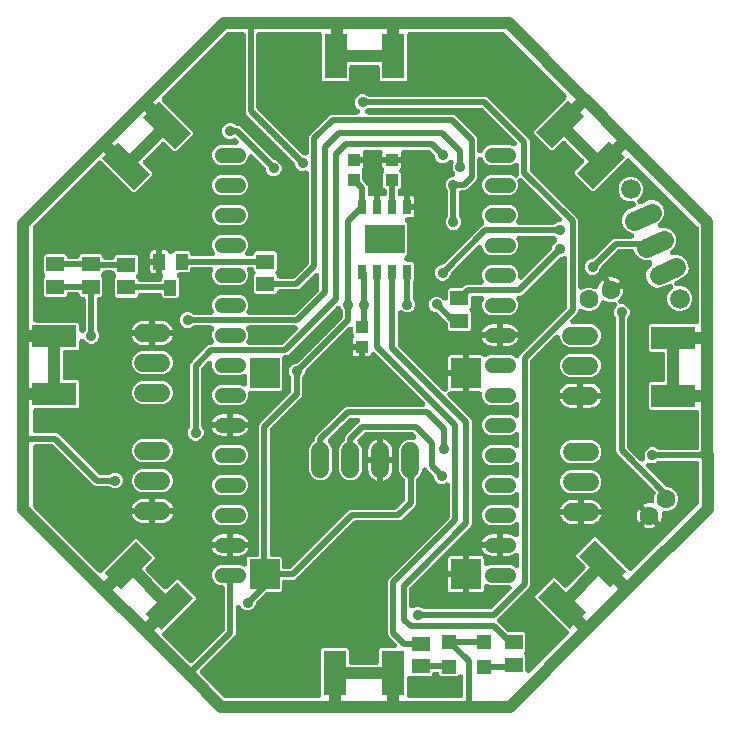
<source format=gbr>
G04 EAGLE Gerber RS-274X export*
G75*
%MOMM*%
%FSLAX34Y34*%
%LPD*%
%INTop Copper*%
%IPPOS*%
%AMOC8*
5,1,8,0,0,1.08239X$1,22.5*%
G01*
%ADD10C,1.524000*%
%ADD11R,1.930400X3.810000*%
%ADD12R,3.810000X1.930400*%
%ADD13C,1.308000*%
%ADD14R,2.540000X2.540000*%
%ADD15C,1.600000*%
%ADD16R,1.500000X1.300000*%
%ADD17R,0.700000X1.300000*%
%ADD18R,3.400000X2.400000*%
%ADD19R,1.100000X1.000000*%
%ADD20R,1.000000X1.100000*%
%ADD21R,1.200000X1.200000*%
%ADD22C,1.650000*%
%ADD23C,1.676400*%
%ADD24R,1.000000X1.400000*%
%ADD25C,0.914400*%
%ADD26C,0.508000*%
%ADD27C,0.812800*%
%ADD28C,1.016000*%

G36*
X-25711Y42917D02*
X-25711Y42917D01*
X-25538Y42920D01*
X-25489Y42930D01*
X-25439Y42933D01*
X-25270Y42974D01*
X-25100Y43008D01*
X-25054Y43027D01*
X-25005Y43039D01*
X-24846Y43109D01*
X-24685Y43173D01*
X-24642Y43200D01*
X-24597Y43220D01*
X-24453Y43318D01*
X-24306Y43409D01*
X-24269Y43443D01*
X-24227Y43471D01*
X-24044Y43637D01*
X2201Y69882D01*
X2321Y70025D01*
X2444Y70164D01*
X2463Y70196D01*
X2487Y70224D01*
X2580Y70387D01*
X2676Y70546D01*
X2690Y70581D01*
X2708Y70613D01*
X2770Y70789D01*
X2837Y70963D01*
X2844Y70999D01*
X2856Y71034D01*
X2886Y71218D01*
X2921Y71402D01*
X2923Y71452D01*
X2927Y71475D01*
X2926Y71512D01*
X2933Y71649D01*
X2933Y106529D01*
X2928Y106579D01*
X2931Y106629D01*
X2908Y106801D01*
X2893Y106974D01*
X2880Y107023D01*
X2873Y107072D01*
X2821Y107237D01*
X2774Y107405D01*
X2753Y107450D01*
X2738Y107498D01*
X2656Y107651D01*
X2581Y107808D01*
X2552Y107848D01*
X2528Y107893D01*
X2421Y108029D01*
X2319Y108170D01*
X2283Y108204D01*
X2252Y108244D01*
X2122Y108359D01*
X1997Y108479D01*
X1956Y108507D01*
X1918Y108540D01*
X1770Y108630D01*
X1625Y108726D01*
X1579Y108746D01*
X1536Y108772D01*
X1374Y108835D01*
X1215Y108903D01*
X1166Y108915D01*
X1120Y108933D01*
X949Y108965D01*
X780Y109005D01*
X730Y109007D01*
X681Y109016D01*
X434Y109029D01*
X-740Y109029D01*
X-3890Y110334D01*
X-6302Y112745D01*
X-7607Y115896D01*
X-7607Y119307D01*
X-6302Y122457D01*
X-3890Y124869D01*
X-740Y126174D01*
X15751Y126174D01*
X18551Y125014D01*
X18641Y124986D01*
X18726Y124949D01*
X18853Y124920D01*
X18978Y124881D01*
X19071Y124869D01*
X19161Y124848D01*
X19291Y124842D01*
X19421Y124825D01*
X19514Y124830D01*
X19608Y124826D01*
X19737Y124843D01*
X19867Y124850D01*
X19958Y124871D01*
X20051Y124884D01*
X20175Y124923D01*
X20302Y124953D01*
X20387Y124991D01*
X20476Y125019D01*
X20592Y125080D01*
X20711Y125132D01*
X20788Y125184D01*
X20871Y125228D01*
X20973Y125309D01*
X21082Y125382D01*
X21149Y125447D01*
X21222Y125504D01*
X21309Y125602D01*
X21402Y125693D01*
X21456Y125769D01*
X21518Y125839D01*
X21586Y125950D01*
X21662Y126056D01*
X21702Y126140D01*
X21751Y126220D01*
X21797Y126342D01*
X21853Y126460D01*
X21878Y126550D01*
X21911Y126637D01*
X21936Y126765D01*
X21969Y126891D01*
X21977Y126984D01*
X21995Y127076D01*
X22007Y127323D01*
X22007Y132137D01*
X22039Y132229D01*
X22048Y132283D01*
X22064Y132336D01*
X22083Y132503D01*
X22110Y132670D01*
X22109Y132725D01*
X22115Y132779D01*
X22105Y132948D01*
X22104Y132994D01*
X22124Y132986D01*
X22209Y132970D01*
X22292Y132944D01*
X22428Y132928D01*
X22563Y132902D01*
X22699Y132896D01*
X22736Y132891D01*
X22759Y132893D01*
X22810Y132890D01*
X29504Y132890D01*
X29554Y132895D01*
X29604Y132892D01*
X29776Y132915D01*
X29949Y132930D01*
X29997Y132943D01*
X30047Y132950D01*
X30212Y133002D01*
X30380Y133049D01*
X30425Y133070D01*
X30472Y133085D01*
X30626Y133167D01*
X30782Y133242D01*
X30823Y133271D01*
X30867Y133295D01*
X31004Y133402D01*
X31144Y133504D01*
X31179Y133540D01*
X31218Y133571D01*
X31334Y133701D01*
X31454Y133826D01*
X31481Y133867D01*
X31515Y133905D01*
X31605Y134053D01*
X31701Y134198D01*
X31721Y134244D01*
X31747Y134287D01*
X31809Y134449D01*
X31878Y134608D01*
X31889Y134657D01*
X31907Y134703D01*
X31940Y134874D01*
X31979Y135043D01*
X31982Y135093D01*
X31991Y135142D01*
X32003Y135389D01*
X32003Y244115D01*
X32699Y245795D01*
X58576Y271672D01*
X58696Y271815D01*
X58820Y271955D01*
X58839Y271987D01*
X58863Y272015D01*
X58955Y272177D01*
X59052Y272336D01*
X59065Y272371D01*
X59083Y272403D01*
X59145Y272579D01*
X59212Y272753D01*
X59219Y272790D01*
X59232Y272825D01*
X59261Y273009D01*
X59296Y273192D01*
X59299Y273242D01*
X59302Y273266D01*
X59301Y273303D01*
X59308Y273439D01*
X59308Y284316D01*
X59292Y284502D01*
X59280Y284688D01*
X59272Y284724D01*
X59268Y284761D01*
X59219Y284941D01*
X59175Y285122D01*
X59160Y285156D01*
X59150Y285192D01*
X59069Y285360D01*
X58993Y285530D01*
X58973Y285561D01*
X58957Y285594D01*
X58847Y285745D01*
X58742Y285900D01*
X58708Y285937D01*
X58695Y285956D01*
X58668Y285982D01*
X58576Y286083D01*
X58401Y286259D01*
X57395Y288686D01*
X57395Y291314D01*
X58401Y293741D01*
X60259Y295599D01*
X62686Y296605D01*
X63103Y296605D01*
X63289Y296621D01*
X63475Y296633D01*
X63511Y296641D01*
X63548Y296645D01*
X63728Y296694D01*
X63909Y296738D01*
X63942Y296753D01*
X63978Y296763D01*
X64147Y296844D01*
X64317Y296920D01*
X64348Y296940D01*
X64381Y296956D01*
X64532Y297066D01*
X64686Y297171D01*
X64724Y297205D01*
X64743Y297218D01*
X64768Y297245D01*
X64870Y297337D01*
X102195Y334662D01*
X102315Y334805D01*
X102439Y334945D01*
X102458Y334977D01*
X102482Y335005D01*
X102574Y335167D01*
X102671Y335326D01*
X102684Y335361D01*
X102702Y335393D01*
X102764Y335569D01*
X102831Y335743D01*
X102838Y335780D01*
X102851Y335815D01*
X102880Y335999D01*
X102915Y336182D01*
X102918Y336232D01*
X102921Y336256D01*
X102920Y336293D01*
X102927Y336429D01*
X102927Y340697D01*
X102911Y340883D01*
X102899Y341069D01*
X102891Y341105D01*
X102887Y341142D01*
X102838Y341322D01*
X102794Y341503D01*
X102779Y341537D01*
X102769Y341573D01*
X102688Y341741D01*
X102612Y341911D01*
X102592Y341942D01*
X102576Y341975D01*
X102516Y342058D01*
X102505Y342078D01*
X102462Y342133D01*
X102361Y342281D01*
X102327Y342318D01*
X102314Y342337D01*
X102287Y342363D01*
X102241Y342414D01*
X102229Y342429D01*
X102220Y342437D01*
X102195Y342464D01*
X101901Y342759D01*
X101352Y344083D01*
X101309Y344165D01*
X101275Y344252D01*
X101206Y344363D01*
X101145Y344478D01*
X101088Y344552D01*
X101038Y344631D01*
X100951Y344728D01*
X100871Y344831D01*
X100801Y344893D01*
X100739Y344963D01*
X100635Y345042D01*
X100538Y345129D01*
X100459Y345178D01*
X100385Y345235D01*
X100269Y345295D01*
X100158Y345363D01*
X100071Y345397D01*
X99988Y345440D01*
X99863Y345478D01*
X99742Y345526D01*
X99650Y345544D01*
X99561Y345571D01*
X99432Y345587D01*
X99304Y345612D01*
X99210Y345613D01*
X99117Y345624D01*
X98987Y345617D01*
X98857Y345618D01*
X98765Y345603D01*
X98671Y345598D01*
X98545Y345567D01*
X98416Y345545D01*
X98328Y345514D01*
X98237Y345492D01*
X98118Y345439D01*
X97996Y345395D01*
X97915Y345349D01*
X97829Y345311D01*
X97721Y345237D01*
X97608Y345172D01*
X97537Y345112D01*
X97460Y345060D01*
X97276Y344893D01*
X58246Y305863D01*
X56608Y304225D01*
X54928Y303529D01*
X53972Y303529D01*
X53922Y303525D01*
X53872Y303527D01*
X53700Y303505D01*
X53527Y303489D01*
X53479Y303476D01*
X53429Y303470D01*
X53264Y303417D01*
X53096Y303371D01*
X53051Y303349D01*
X53003Y303334D01*
X52850Y303253D01*
X52693Y303178D01*
X52653Y303148D01*
X52609Y303125D01*
X52472Y303018D01*
X52332Y302916D01*
X52297Y302880D01*
X52258Y302849D01*
X52142Y302719D01*
X52022Y302594D01*
X51994Y302552D01*
X51961Y302514D01*
X51871Y302366D01*
X51775Y302222D01*
X51755Y302176D01*
X51729Y302133D01*
X51667Y301971D01*
X51598Y301811D01*
X51587Y301763D01*
X51569Y301716D01*
X51536Y301545D01*
X51497Y301376D01*
X51494Y301326D01*
X51485Y301277D01*
X51473Y301030D01*
X51473Y274795D01*
X50282Y273605D01*
X25118Y273605D01*
X25068Y273600D01*
X25018Y273603D01*
X24846Y273580D01*
X24673Y273565D01*
X24624Y273551D01*
X24575Y273545D01*
X24410Y273492D01*
X24242Y273446D01*
X24197Y273425D01*
X24149Y273409D01*
X23996Y273328D01*
X23839Y273253D01*
X23799Y273224D01*
X23754Y273200D01*
X23618Y273093D01*
X23477Y272991D01*
X23443Y272955D01*
X23403Y272924D01*
X23288Y272794D01*
X23168Y272669D01*
X23140Y272627D01*
X23107Y272590D01*
X23017Y272442D01*
X22921Y272297D01*
X22901Y272251D01*
X22875Y272208D01*
X22812Y272046D01*
X22744Y271887D01*
X22732Y271838D01*
X22714Y271791D01*
X22682Y271620D01*
X22642Y271452D01*
X22640Y271402D01*
X22631Y271353D01*
X22618Y271105D01*
X22618Y268296D01*
X21313Y265145D01*
X18902Y262734D01*
X15751Y261429D01*
X-740Y261429D01*
X-3890Y262734D01*
X-6302Y265145D01*
X-7607Y268296D01*
X-7607Y271707D01*
X-6302Y274857D01*
X-3890Y277269D01*
X-740Y278574D01*
X15751Y278574D01*
X18551Y277414D01*
X18641Y277386D01*
X18726Y277349D01*
X18853Y277320D01*
X18978Y277281D01*
X19071Y277269D01*
X19161Y277248D01*
X19291Y277242D01*
X19421Y277225D01*
X19514Y277230D01*
X19608Y277226D01*
X19737Y277243D01*
X19867Y277250D01*
X19958Y277271D01*
X20051Y277284D01*
X20175Y277323D01*
X20302Y277353D01*
X20387Y277391D01*
X20476Y277419D01*
X20592Y277480D01*
X20711Y277532D01*
X20788Y277584D01*
X20871Y277628D01*
X20973Y277709D01*
X21082Y277782D01*
X21149Y277847D01*
X21222Y277904D01*
X21309Y278002D01*
X21402Y278093D01*
X21456Y278169D01*
X21518Y278239D01*
X21586Y278350D01*
X21662Y278456D01*
X21702Y278540D01*
X21751Y278620D01*
X21797Y278742D01*
X21853Y278860D01*
X21878Y278950D01*
X21911Y279037D01*
X21936Y279165D01*
X21969Y279291D01*
X21977Y279384D01*
X21995Y279476D01*
X22007Y279723D01*
X22007Y285680D01*
X21999Y285773D01*
X22000Y285866D01*
X21979Y285995D01*
X21967Y286125D01*
X21942Y286215D01*
X21927Y286307D01*
X21883Y286429D01*
X21849Y286555D01*
X21808Y286640D01*
X21777Y286728D01*
X21712Y286840D01*
X21655Y286958D01*
X21601Y287034D01*
X21554Y287115D01*
X21470Y287214D01*
X21394Y287320D01*
X21326Y287385D01*
X21266Y287456D01*
X21165Y287539D01*
X21071Y287629D01*
X20994Y287681D01*
X20922Y287741D01*
X20808Y287804D01*
X20699Y287877D01*
X20613Y287914D01*
X20532Y287959D01*
X20409Y288002D01*
X20289Y288054D01*
X20198Y288075D01*
X20110Y288105D01*
X19981Y288125D01*
X19854Y288155D01*
X19761Y288159D01*
X19668Y288174D01*
X19538Y288171D01*
X19408Y288177D01*
X19315Y288165D01*
X19222Y288163D01*
X19094Y288136D01*
X18965Y288119D01*
X18876Y288091D01*
X18784Y288072D01*
X18551Y287989D01*
X15751Y286829D01*
X-740Y286829D01*
X-3890Y288134D01*
X-6302Y290545D01*
X-7607Y293696D01*
X-7607Y296503D01*
X-7619Y296640D01*
X-7622Y296776D01*
X-7639Y296861D01*
X-7647Y296948D01*
X-7683Y297080D01*
X-7710Y297214D01*
X-7742Y297295D01*
X-7766Y297379D01*
X-7825Y297502D01*
X-7875Y297629D01*
X-7921Y297703D01*
X-7959Y297782D01*
X-8039Y297893D01*
X-8111Y298009D01*
X-8170Y298073D01*
X-8221Y298144D01*
X-8319Y298238D01*
X-8411Y298340D01*
X-8480Y298393D01*
X-8543Y298453D01*
X-8657Y298529D01*
X-8765Y298612D01*
X-8842Y298652D01*
X-8915Y298700D01*
X-9040Y298755D01*
X-9162Y298817D01*
X-9245Y298843D01*
X-9325Y298877D01*
X-9458Y298908D01*
X-9589Y298948D01*
X-9675Y298959D01*
X-9760Y298978D01*
X-9897Y298985D01*
X-10033Y299002D01*
X-10119Y298996D01*
X-10206Y299001D01*
X-10342Y298983D01*
X-10478Y298975D01*
X-10563Y298954D01*
X-10649Y298943D01*
X-10780Y298901D01*
X-10912Y298869D01*
X-10992Y298834D01*
X-11075Y298807D01*
X-11196Y298743D01*
X-11321Y298688D01*
X-11393Y298639D01*
X-11469Y298598D01*
X-11577Y298514D01*
X-11690Y298437D01*
X-11792Y298345D01*
X-11821Y298322D01*
X-11836Y298305D01*
X-11874Y298271D01*
X-16195Y293949D01*
X-16315Y293806D01*
X-16439Y293666D01*
X-16458Y293634D01*
X-16482Y293606D01*
X-16574Y293444D01*
X-16671Y293285D01*
X-16684Y293250D01*
X-16702Y293218D01*
X-16764Y293042D01*
X-16831Y292868D01*
X-16838Y292831D01*
X-16851Y292796D01*
X-16880Y292612D01*
X-16915Y292429D01*
X-16918Y292379D01*
X-16921Y292355D01*
X-16920Y292318D01*
X-16927Y292182D01*
X-16927Y243803D01*
X-16911Y243617D01*
X-16899Y243431D01*
X-16891Y243395D01*
X-16887Y243358D01*
X-16838Y243178D01*
X-16794Y242997D01*
X-16779Y242963D01*
X-16769Y242927D01*
X-16688Y242759D01*
X-16612Y242589D01*
X-16592Y242558D01*
X-16576Y242525D01*
X-16466Y242373D01*
X-16361Y242219D01*
X-16328Y242182D01*
X-16314Y242163D01*
X-16287Y242137D01*
X-16195Y242036D01*
X-15901Y241741D01*
X-14895Y239314D01*
X-14895Y236686D01*
X-15901Y234259D01*
X-17759Y232401D01*
X-20186Y231395D01*
X-22814Y231395D01*
X-25241Y232401D01*
X-27099Y234259D01*
X-28105Y236686D01*
X-28105Y239314D01*
X-27099Y241741D01*
X-26805Y242036D01*
X-26685Y242179D01*
X-26561Y242318D01*
X-26542Y242350D01*
X-26518Y242378D01*
X-26426Y242541D01*
X-26329Y242700D01*
X-26316Y242735D01*
X-26298Y242767D01*
X-26236Y242943D01*
X-26169Y243117D01*
X-26162Y243153D01*
X-26150Y243188D01*
X-26120Y243372D01*
X-26085Y243556D01*
X-26082Y243606D01*
X-26079Y243629D01*
X-26080Y243666D01*
X-26073Y243803D01*
X-26073Y292963D01*
X-26086Y293106D01*
X-26089Y293249D01*
X-26105Y293328D01*
X-26113Y293408D01*
X-26151Y293547D01*
X-26180Y293687D01*
X-26221Y293803D01*
X-26231Y293839D01*
X-26243Y293863D01*
X-26263Y293920D01*
X-26290Y293984D01*
X-26290Y295804D01*
X-25594Y297484D01*
X-23956Y299122D01*
X-12737Y310341D01*
X-11099Y311979D01*
X-9419Y312675D01*
X-8688Y312675D01*
X-8595Y312683D01*
X-8501Y312682D01*
X-8373Y312703D01*
X-8243Y312715D01*
X-8152Y312739D01*
X-8060Y312755D01*
X-7938Y312799D01*
X-7812Y312833D01*
X-7728Y312874D01*
X-7640Y312905D01*
X-7527Y312970D01*
X-7409Y313026D01*
X-7334Y313081D01*
X-7253Y313128D01*
X-7153Y313212D01*
X-7047Y313288D01*
X-6983Y313356D01*
X-6911Y313416D01*
X-6828Y313517D01*
X-6738Y313610D01*
X-6686Y313688D01*
X-6627Y313760D01*
X-6563Y313874D01*
X-6491Y313982D01*
X-6454Y314068D01*
X-6408Y314150D01*
X-6365Y314273D01*
X-6314Y314393D01*
X-6293Y314484D01*
X-6262Y314572D01*
X-6242Y314701D01*
X-6213Y314828D01*
X-6208Y314921D01*
X-6194Y315013D01*
X-6197Y315144D01*
X-6190Y315274D01*
X-6202Y315366D01*
X-6205Y315460D01*
X-6231Y315588D01*
X-6248Y315717D01*
X-6276Y315806D01*
X-6295Y315897D01*
X-6379Y316130D01*
X-7607Y319096D01*
X-7607Y322507D01*
X-6378Y325474D01*
X-6350Y325563D01*
X-6313Y325649D01*
X-6284Y325776D01*
X-6245Y325900D01*
X-6233Y325993D01*
X-6212Y326084D01*
X-6206Y326214D01*
X-6189Y326343D01*
X-6195Y326437D01*
X-6190Y326530D01*
X-6207Y326659D01*
X-6214Y326789D01*
X-6236Y326880D01*
X-6248Y326973D01*
X-6287Y327097D01*
X-6317Y327224D01*
X-6355Y327309D01*
X-6383Y327398D01*
X-6444Y327514D01*
X-6497Y327633D01*
X-6549Y327710D01*
X-6592Y327793D01*
X-6673Y327896D01*
X-6746Y328004D01*
X-6811Y328071D01*
X-6869Y328144D01*
X-6966Y328231D01*
X-7057Y328324D01*
X-7133Y328379D01*
X-7203Y328441D01*
X-7314Y328508D01*
X-7420Y328584D01*
X-7505Y328624D01*
X-7584Y328673D01*
X-7706Y328720D01*
X-7824Y328775D01*
X-7914Y328800D01*
X-8001Y328833D01*
X-8129Y328858D01*
X-8255Y328892D01*
X-8348Y328900D01*
X-8440Y328917D01*
X-8687Y328929D01*
X-22695Y328929D01*
X-22881Y328913D01*
X-23067Y328901D01*
X-23103Y328893D01*
X-23140Y328889D01*
X-23320Y328840D01*
X-23501Y328796D01*
X-23535Y328781D01*
X-23571Y328771D01*
X-23739Y328690D01*
X-23909Y328614D01*
X-23940Y328594D01*
X-23973Y328578D01*
X-24124Y328468D01*
X-24279Y328363D01*
X-24316Y328329D01*
X-24335Y328316D01*
X-24361Y328289D01*
X-24462Y328197D01*
X-24759Y327901D01*
X-27186Y326895D01*
X-29814Y326895D01*
X-32241Y327901D01*
X-34099Y329759D01*
X-35105Y332186D01*
X-35105Y334814D01*
X-34099Y337241D01*
X-32241Y339099D01*
X-29814Y340105D01*
X-27186Y340105D01*
X-24759Y339099D01*
X-24466Y338807D01*
X-24323Y338687D01*
X-24183Y338563D01*
X-24152Y338544D01*
X-24123Y338520D01*
X-23961Y338428D01*
X-23802Y338331D01*
X-23767Y338318D01*
X-23735Y338300D01*
X-23559Y338238D01*
X-23385Y338171D01*
X-23349Y338164D01*
X-23314Y338151D01*
X-23129Y338122D01*
X-22946Y338087D01*
X-22896Y338084D01*
X-22873Y338081D01*
X-22836Y338082D01*
X-22699Y338075D01*
X-8688Y338075D01*
X-8595Y338083D01*
X-8501Y338082D01*
X-8373Y338103D01*
X-8243Y338115D01*
X-8152Y338139D01*
X-8060Y338155D01*
X-7938Y338199D01*
X-7812Y338233D01*
X-7728Y338274D01*
X-7640Y338305D01*
X-7527Y338370D01*
X-7409Y338426D01*
X-7334Y338481D01*
X-7253Y338528D01*
X-7153Y338612D01*
X-7047Y338688D01*
X-6983Y338756D01*
X-6911Y338816D01*
X-6828Y338917D01*
X-6738Y339010D01*
X-6686Y339088D01*
X-6627Y339160D01*
X-6563Y339274D01*
X-6491Y339382D01*
X-6454Y339468D01*
X-6408Y339550D01*
X-6365Y339673D01*
X-6314Y339793D01*
X-6293Y339884D01*
X-6262Y339972D01*
X-6242Y340101D01*
X-6213Y340228D01*
X-6208Y340321D01*
X-6194Y340413D01*
X-6197Y340544D01*
X-6190Y340674D01*
X-6202Y340766D01*
X-6205Y340860D01*
X-6231Y340988D01*
X-6248Y341117D01*
X-6276Y341206D01*
X-6295Y341297D01*
X-6379Y341530D01*
X-7607Y344496D01*
X-7607Y347907D01*
X-6302Y351057D01*
X-3890Y353469D01*
X-740Y354774D01*
X15751Y354774D01*
X18902Y353469D01*
X21313Y351057D01*
X22618Y347907D01*
X22618Y344496D01*
X21390Y341530D01*
X21362Y341441D01*
X21325Y341355D01*
X21295Y341229D01*
X21256Y341104D01*
X21245Y341011D01*
X21224Y340920D01*
X21217Y340790D01*
X21201Y340661D01*
X21206Y340567D01*
X21202Y340474D01*
X21218Y340345D01*
X21226Y340215D01*
X21247Y340124D01*
X21259Y340031D01*
X21299Y339907D01*
X21329Y339780D01*
X21367Y339694D01*
X21395Y339606D01*
X21456Y339491D01*
X21508Y339371D01*
X21560Y339293D01*
X21604Y339211D01*
X21685Y339108D01*
X21757Y339000D01*
X21822Y338933D01*
X21880Y338860D01*
X21978Y338773D01*
X22068Y338680D01*
X22144Y338625D01*
X22214Y338563D01*
X22326Y338496D01*
X22432Y338420D01*
X22516Y338380D01*
X22596Y338331D01*
X22718Y338284D01*
X22835Y338229D01*
X22926Y338204D01*
X23013Y338171D01*
X23141Y338146D01*
X23267Y338112D01*
X23360Y338105D01*
X23452Y338087D01*
X23699Y338075D01*
X61333Y338075D01*
X61519Y338091D01*
X61705Y338103D01*
X61741Y338111D01*
X61778Y338115D01*
X61958Y338164D01*
X62139Y338208D01*
X62172Y338223D01*
X62208Y338233D01*
X62377Y338314D01*
X62547Y338390D01*
X62578Y338410D01*
X62611Y338426D01*
X62762Y338536D01*
X62916Y338641D01*
X62954Y338675D01*
X62973Y338688D01*
X62998Y338715D01*
X63100Y338807D01*
X82360Y358067D01*
X82480Y358210D01*
X82604Y358350D01*
X82623Y358382D01*
X82647Y358410D01*
X82739Y358572D01*
X82836Y358731D01*
X82849Y358766D01*
X82867Y358798D01*
X82929Y358974D01*
X82996Y359148D01*
X83003Y359185D01*
X83016Y359220D01*
X83045Y359404D01*
X83080Y359587D01*
X83083Y359637D01*
X83086Y359661D01*
X83085Y359698D01*
X83092Y359834D01*
X83092Y370964D01*
X83080Y371100D01*
X83077Y371237D01*
X83060Y371322D01*
X83052Y371409D01*
X83016Y371541D01*
X82989Y371675D01*
X82957Y371755D01*
X82934Y371839D01*
X82875Y371963D01*
X82824Y372090D01*
X82778Y372164D01*
X82741Y372242D01*
X82660Y372353D01*
X82588Y372469D01*
X82530Y372534D01*
X82479Y372604D01*
X82380Y372699D01*
X82288Y372800D01*
X82219Y372853D01*
X82157Y372913D01*
X82043Y372989D01*
X81934Y373073D01*
X81857Y373113D01*
X81785Y373161D01*
X81659Y373215D01*
X81537Y373278D01*
X81454Y373303D01*
X81374Y373338D01*
X81241Y373369D01*
X81110Y373409D01*
X81024Y373419D01*
X80939Y373439D01*
X80803Y373446D01*
X80667Y373462D01*
X80580Y373457D01*
X80493Y373461D01*
X80358Y373443D01*
X80221Y373435D01*
X80136Y373415D01*
X80050Y373403D01*
X79920Y373362D01*
X79787Y373329D01*
X79708Y373294D01*
X79625Y373268D01*
X79504Y373204D01*
X79379Y373148D01*
X79307Y373099D01*
X79230Y373059D01*
X79122Y372974D01*
X79009Y372897D01*
X78908Y372805D01*
X78879Y372782D01*
X78863Y372765D01*
X78826Y372731D01*
X67856Y361762D01*
X67856Y361761D01*
X66218Y360123D01*
X64538Y359427D01*
X49489Y359427D01*
X49439Y359423D01*
X49389Y359425D01*
X49217Y359403D01*
X49044Y359387D01*
X48996Y359374D01*
X48946Y359368D01*
X48781Y359315D01*
X48613Y359269D01*
X48568Y359247D01*
X48521Y359232D01*
X48367Y359151D01*
X48211Y359076D01*
X48170Y359046D01*
X48126Y359023D01*
X47989Y358916D01*
X47849Y358814D01*
X47814Y358778D01*
X47775Y358747D01*
X47659Y358617D01*
X47539Y358492D01*
X47512Y358450D01*
X47478Y358412D01*
X47388Y358264D01*
X47292Y358120D01*
X47272Y358074D01*
X47246Y358031D01*
X47184Y357869D01*
X47115Y357709D01*
X47104Y357661D01*
X47086Y357614D01*
X47053Y357443D01*
X47014Y357274D01*
X47011Y357224D01*
X47002Y357175D01*
X46990Y356928D01*
X46990Y356714D01*
X45799Y355523D01*
X29115Y355523D01*
X27924Y356714D01*
X27924Y371398D01*
X28315Y371789D01*
X28347Y371827D01*
X28384Y371861D01*
X28490Y371998D01*
X28601Y372132D01*
X28626Y372175D01*
X28657Y372215D01*
X28737Y372369D01*
X28822Y372520D01*
X28839Y372567D01*
X28862Y372612D01*
X28913Y372778D01*
X28970Y372941D01*
X28978Y372991D01*
X28993Y373039D01*
X29014Y373211D01*
X29041Y373382D01*
X29040Y373432D01*
X29046Y373482D01*
X29036Y373656D01*
X29032Y373829D01*
X29022Y373878D01*
X29019Y373928D01*
X28978Y374097D01*
X28944Y374267D01*
X28925Y374313D01*
X28914Y374362D01*
X28843Y374521D01*
X28779Y374682D01*
X28753Y374725D01*
X28732Y374770D01*
X28634Y374914D01*
X28543Y375061D01*
X28509Y375098D01*
X28481Y375140D01*
X28315Y375323D01*
X27924Y375714D01*
X27924Y375928D01*
X27920Y375978D01*
X27922Y376028D01*
X27900Y376200D01*
X27884Y376373D01*
X27871Y376421D01*
X27865Y376471D01*
X27812Y376636D01*
X27766Y376804D01*
X27744Y376849D01*
X27729Y376896D01*
X27648Y377050D01*
X27573Y377206D01*
X27543Y377247D01*
X27520Y377291D01*
X27413Y377428D01*
X27311Y377568D01*
X27275Y377603D01*
X27244Y377642D01*
X27114Y377758D01*
X26989Y377878D01*
X26947Y377905D01*
X26909Y377939D01*
X26761Y378029D01*
X26617Y378125D01*
X26571Y378145D01*
X26528Y378171D01*
X26366Y378233D01*
X26206Y378302D01*
X26158Y378313D01*
X26111Y378331D01*
X25940Y378364D01*
X25771Y378403D01*
X25721Y378406D01*
X25672Y378415D01*
X25425Y378427D01*
X24238Y378427D01*
X24145Y378419D01*
X24051Y378420D01*
X23923Y378399D01*
X23793Y378387D01*
X23702Y378363D01*
X23610Y378347D01*
X23488Y378303D01*
X23362Y378269D01*
X23278Y378228D01*
X23190Y378197D01*
X23077Y378132D01*
X22959Y378076D01*
X22884Y378021D01*
X22803Y377974D01*
X22703Y377890D01*
X22597Y377814D01*
X22533Y377746D01*
X22461Y377686D01*
X22378Y377585D01*
X22288Y377492D01*
X22236Y377414D01*
X22177Y377342D01*
X22113Y377228D01*
X22041Y377120D01*
X22004Y377034D01*
X21958Y376952D01*
X21915Y376829D01*
X21864Y376709D01*
X21843Y376619D01*
X21812Y376530D01*
X21792Y376401D01*
X21763Y376274D01*
X21758Y376181D01*
X21744Y376089D01*
X21747Y375958D01*
X21740Y375828D01*
X21752Y375736D01*
X21755Y375642D01*
X21781Y375514D01*
X21798Y375385D01*
X21826Y375296D01*
X21845Y375205D01*
X21929Y374972D01*
X22618Y373307D01*
X22618Y369896D01*
X21313Y366745D01*
X18902Y364334D01*
X15751Y363029D01*
X-740Y363029D01*
X-3890Y364334D01*
X-6302Y366745D01*
X-7607Y369896D01*
X-7607Y373307D01*
X-6917Y374972D01*
X-6890Y375061D01*
X-6853Y375147D01*
X-6823Y375273D01*
X-6784Y375398D01*
X-6773Y375491D01*
X-6751Y375582D01*
X-6745Y375712D01*
X-6729Y375841D01*
X-6734Y375935D01*
X-6729Y376028D01*
X-6746Y376157D01*
X-6753Y376287D01*
X-6775Y376378D01*
X-6787Y376471D01*
X-6826Y376595D01*
X-6857Y376722D01*
X-6894Y376807D01*
X-6922Y376896D01*
X-6983Y377011D01*
X-7036Y377131D01*
X-7088Y377209D01*
X-7132Y377291D01*
X-7212Y377394D01*
X-7285Y377502D01*
X-7350Y377569D01*
X-7408Y377642D01*
X-7506Y377729D01*
X-7596Y377822D01*
X-7672Y377877D01*
X-7742Y377939D01*
X-7853Y378006D01*
X-7959Y378082D01*
X-8044Y378122D01*
X-8124Y378171D01*
X-8245Y378218D01*
X-8363Y378273D01*
X-8453Y378298D01*
X-8541Y378331D01*
X-8669Y378356D01*
X-8794Y378390D01*
X-8887Y378397D01*
X-8979Y378415D01*
X-9226Y378427D01*
X-23968Y378427D01*
X-24018Y378423D01*
X-24068Y378425D01*
X-24240Y378403D01*
X-24413Y378387D01*
X-24461Y378374D01*
X-24511Y378368D01*
X-24676Y378315D01*
X-24844Y378269D01*
X-24889Y378247D01*
X-24936Y378232D01*
X-25090Y378151D01*
X-25246Y378076D01*
X-25287Y378046D01*
X-25331Y378023D01*
X-25468Y377916D01*
X-25608Y377814D01*
X-25643Y377778D01*
X-25682Y377747D01*
X-25798Y377617D01*
X-25918Y377492D01*
X-25945Y377450D01*
X-25979Y377412D01*
X-26069Y377264D01*
X-26165Y377120D01*
X-26185Y377074D01*
X-26211Y377031D01*
X-26273Y376869D01*
X-26342Y376709D01*
X-26353Y376661D01*
X-26371Y376614D01*
X-26404Y376443D01*
X-26443Y376274D01*
X-26446Y376224D01*
X-26455Y376175D01*
X-26467Y375928D01*
X-26467Y375158D01*
X-27658Y373967D01*
X-35059Y373967D01*
X-35195Y373955D01*
X-35332Y373952D01*
X-35417Y373935D01*
X-35504Y373927D01*
X-35636Y373891D01*
X-35770Y373864D01*
X-35851Y373832D01*
X-35934Y373809D01*
X-36058Y373750D01*
X-36185Y373699D01*
X-36259Y373653D01*
X-36337Y373616D01*
X-36448Y373535D01*
X-36564Y373463D01*
X-36629Y373405D01*
X-36699Y373354D01*
X-36794Y373255D01*
X-36895Y373163D01*
X-36948Y373094D01*
X-37009Y373032D01*
X-37084Y372918D01*
X-37168Y372809D01*
X-37208Y372732D01*
X-37256Y372660D01*
X-37310Y372534D01*
X-37373Y372412D01*
X-37398Y372329D01*
X-37433Y372249D01*
X-37464Y372117D01*
X-37504Y371985D01*
X-37514Y371899D01*
X-37534Y371814D01*
X-37541Y371678D01*
X-37557Y371542D01*
X-37552Y371455D01*
X-37556Y371368D01*
X-37538Y371233D01*
X-37530Y371096D01*
X-37510Y371011D01*
X-37498Y370925D01*
X-37457Y370795D01*
X-37425Y370662D01*
X-37389Y370582D01*
X-37363Y370500D01*
X-37299Y370379D01*
X-37243Y370254D01*
X-37194Y370182D01*
X-37154Y370105D01*
X-37069Y369997D01*
X-36992Y369884D01*
X-36900Y369783D01*
X-36878Y369754D01*
X-36860Y369738D01*
X-36826Y369701D01*
X-35967Y368842D01*
X-35967Y353158D01*
X-37158Y351967D01*
X-48842Y351967D01*
X-50033Y353158D01*
X-50033Y353988D01*
X-50037Y354038D01*
X-50035Y354088D01*
X-50057Y354260D01*
X-50073Y354433D01*
X-50086Y354481D01*
X-50092Y354531D01*
X-50145Y354696D01*
X-50191Y354864D01*
X-50213Y354909D01*
X-50228Y354956D01*
X-50309Y355110D01*
X-50384Y355266D01*
X-50414Y355307D01*
X-50437Y355351D01*
X-50544Y355488D01*
X-50646Y355628D01*
X-50682Y355663D01*
X-50713Y355702D01*
X-50843Y355818D01*
X-50968Y355938D01*
X-51010Y355965D01*
X-51048Y355999D01*
X-51196Y356089D01*
X-51340Y356185D01*
X-51386Y356205D01*
X-51429Y356231D01*
X-51591Y356293D01*
X-51751Y356362D01*
X-51799Y356373D01*
X-51846Y356391D01*
X-52017Y356424D01*
X-52186Y356463D01*
X-52236Y356466D01*
X-52285Y356475D01*
X-52532Y356487D01*
X-68388Y356487D01*
X-68438Y356483D01*
X-68488Y356485D01*
X-68660Y356463D01*
X-68833Y356447D01*
X-68881Y356434D01*
X-68931Y356428D01*
X-69096Y356375D01*
X-69264Y356329D01*
X-69309Y356307D01*
X-69356Y356292D01*
X-69510Y356211D01*
X-69666Y356136D01*
X-69707Y356106D01*
X-69751Y356083D01*
X-69888Y355976D01*
X-70028Y355874D01*
X-70063Y355838D01*
X-70102Y355807D01*
X-70218Y355677D01*
X-70338Y355552D01*
X-70365Y355510D01*
X-70399Y355472D01*
X-70489Y355324D01*
X-70585Y355180D01*
X-70605Y355134D01*
X-70631Y355091D01*
X-70693Y354929D01*
X-70762Y354769D01*
X-70773Y354721D01*
X-70791Y354674D01*
X-70824Y354503D01*
X-70863Y354334D01*
X-70866Y354284D01*
X-70875Y354235D01*
X-70887Y353988D01*
X-70887Y353718D01*
X-72078Y352527D01*
X-88762Y352527D01*
X-89953Y353718D01*
X-89953Y368402D01*
X-89562Y368793D01*
X-89530Y368831D01*
X-89493Y368865D01*
X-89387Y369002D01*
X-89276Y369136D01*
X-89251Y369179D01*
X-89220Y369219D01*
X-89141Y369373D01*
X-89055Y369524D01*
X-89038Y369571D01*
X-89015Y369616D01*
X-88964Y369781D01*
X-88907Y369945D01*
X-88899Y369995D01*
X-88884Y370043D01*
X-88863Y370215D01*
X-88836Y370386D01*
X-88837Y370436D01*
X-88831Y370486D01*
X-88841Y370660D01*
X-88845Y370833D01*
X-88855Y370882D01*
X-88858Y370932D01*
X-88899Y371100D01*
X-88933Y371271D01*
X-88952Y371318D01*
X-88963Y371366D01*
X-89034Y371525D01*
X-89098Y371686D01*
X-89124Y371728D01*
X-89145Y371774D01*
X-89242Y371918D01*
X-89334Y372065D01*
X-89368Y372102D01*
X-89396Y372144D01*
X-89562Y372327D01*
X-89953Y372718D01*
X-89953Y372988D01*
X-89957Y373038D01*
X-89955Y373088D01*
X-89977Y373260D01*
X-89993Y373433D01*
X-90006Y373481D01*
X-90012Y373531D01*
X-90065Y373696D01*
X-90111Y373864D01*
X-90133Y373909D01*
X-90148Y373956D01*
X-90229Y374110D01*
X-90304Y374266D01*
X-90334Y374307D01*
X-90357Y374351D01*
X-90464Y374488D01*
X-90566Y374628D01*
X-90602Y374663D01*
X-90633Y374702D01*
X-90763Y374818D01*
X-90888Y374938D01*
X-90930Y374965D01*
X-90968Y374999D01*
X-91116Y375089D01*
X-91260Y375185D01*
X-91306Y375205D01*
X-91349Y375231D01*
X-91511Y375293D01*
X-91671Y375362D01*
X-91719Y375373D01*
X-91766Y375391D01*
X-91937Y375424D01*
X-92106Y375463D01*
X-92156Y375466D01*
X-92205Y375475D01*
X-92452Y375487D01*
X-98238Y375487D01*
X-98288Y375483D01*
X-98338Y375485D01*
X-98510Y375463D01*
X-98683Y375447D01*
X-98731Y375434D01*
X-98781Y375428D01*
X-98946Y375375D01*
X-99114Y375329D01*
X-99159Y375307D01*
X-99206Y375292D01*
X-99360Y375211D01*
X-99516Y375136D01*
X-99557Y375106D01*
X-99601Y375083D01*
X-99738Y374976D01*
X-99878Y374874D01*
X-99913Y374838D01*
X-99952Y374807D01*
X-100068Y374677D01*
X-100188Y374552D01*
X-100215Y374510D01*
X-100249Y374472D01*
X-100339Y374324D01*
X-100435Y374180D01*
X-100455Y374134D01*
X-100481Y374091D01*
X-100543Y373929D01*
X-100612Y373769D01*
X-100623Y373721D01*
X-100641Y373674D01*
X-100674Y373503D01*
X-100677Y373488D01*
X-101128Y373037D01*
X-101160Y372999D01*
X-101197Y372965D01*
X-101303Y372828D01*
X-101414Y372694D01*
X-101439Y372651D01*
X-101470Y372611D01*
X-101549Y372457D01*
X-101635Y372306D01*
X-101652Y372259D01*
X-101675Y372214D01*
X-101726Y372049D01*
X-101783Y371885D01*
X-101791Y371835D01*
X-101806Y371787D01*
X-101827Y371615D01*
X-101854Y371444D01*
X-101853Y371394D01*
X-101859Y371344D01*
X-101849Y371170D01*
X-101845Y370997D01*
X-101835Y370948D01*
X-101832Y370898D01*
X-101791Y370730D01*
X-101757Y370559D01*
X-101738Y370512D01*
X-101727Y370464D01*
X-101656Y370305D01*
X-101592Y370144D01*
X-101566Y370102D01*
X-101545Y370056D01*
X-101448Y369912D01*
X-101356Y369765D01*
X-101322Y369728D01*
X-101294Y369686D01*
X-101128Y369503D01*
X-100737Y369112D01*
X-100737Y354428D01*
X-101928Y353237D01*
X-103028Y353237D01*
X-103078Y353233D01*
X-103128Y353235D01*
X-103300Y353213D01*
X-103473Y353197D01*
X-103521Y353184D01*
X-103571Y353178D01*
X-103736Y353125D01*
X-103904Y353079D01*
X-103949Y353057D01*
X-103996Y353042D01*
X-104150Y352961D01*
X-104306Y352886D01*
X-104347Y352856D01*
X-104391Y352833D01*
X-104528Y352726D01*
X-104668Y352624D01*
X-104703Y352588D01*
X-104742Y352557D01*
X-104858Y352427D01*
X-104978Y352302D01*
X-105005Y352260D01*
X-105039Y352222D01*
X-105129Y352074D01*
X-105225Y351930D01*
X-105245Y351884D01*
X-105271Y351841D01*
X-105333Y351679D01*
X-105402Y351519D01*
X-105413Y351471D01*
X-105431Y351424D01*
X-105464Y351253D01*
X-105503Y351084D01*
X-105506Y351034D01*
X-105515Y350985D01*
X-105527Y350738D01*
X-105527Y325903D01*
X-105511Y325717D01*
X-105499Y325531D01*
X-105491Y325495D01*
X-105487Y325458D01*
X-105438Y325278D01*
X-105394Y325097D01*
X-105379Y325063D01*
X-105369Y325027D01*
X-105288Y324859D01*
X-105212Y324689D01*
X-105192Y324658D01*
X-105176Y324625D01*
X-105066Y324474D01*
X-104961Y324319D01*
X-104927Y324282D01*
X-104914Y324263D01*
X-104887Y324237D01*
X-104795Y324136D01*
X-104501Y323841D01*
X-103495Y321414D01*
X-103495Y318786D01*
X-104501Y316359D01*
X-106359Y314501D01*
X-108786Y313495D01*
X-111414Y313495D01*
X-113841Y314501D01*
X-115836Y316495D01*
X-115867Y316536D01*
X-115973Y316682D01*
X-116005Y316712D01*
X-116031Y316747D01*
X-116165Y316867D01*
X-116295Y316992D01*
X-116332Y317016D01*
X-116364Y317045D01*
X-116517Y317139D01*
X-116668Y317239D01*
X-116707Y317256D01*
X-116744Y317279D01*
X-116912Y317345D01*
X-117078Y317416D01*
X-117120Y317426D01*
X-117160Y317442D01*
X-117337Y317477D01*
X-117513Y317517D01*
X-117556Y317519D01*
X-117598Y317528D01*
X-117779Y317531D01*
X-117959Y317539D01*
X-118002Y317534D01*
X-118045Y317535D01*
X-118223Y317505D01*
X-118402Y317482D01*
X-118443Y317469D01*
X-118486Y317462D01*
X-118655Y317401D01*
X-118827Y317346D01*
X-118866Y317326D01*
X-118906Y317311D01*
X-119063Y317222D01*
X-119222Y317137D01*
X-119256Y317110D01*
X-119294Y317089D01*
X-119432Y316972D01*
X-119573Y316861D01*
X-119602Y316829D01*
X-119635Y316801D01*
X-119750Y316661D01*
X-119870Y316527D01*
X-119892Y316490D01*
X-119920Y316456D01*
X-120008Y316299D01*
X-120102Y316145D01*
X-120117Y316105D01*
X-120139Y316067D01*
X-120197Y315897D01*
X-120262Y315728D01*
X-120270Y315686D01*
X-120285Y315645D01*
X-120312Y315467D01*
X-120346Y315289D01*
X-120349Y315230D01*
X-120353Y315203D01*
X-120352Y315166D01*
X-120358Y315042D01*
X-120358Y309235D01*
X-121549Y308045D01*
X-131829Y308045D01*
X-131879Y308040D01*
X-131929Y308043D01*
X-132101Y308020D01*
X-132274Y308005D01*
X-132322Y307991D01*
X-132372Y307985D01*
X-132537Y307932D01*
X-132705Y307886D01*
X-132750Y307865D01*
X-132797Y307849D01*
X-132951Y307768D01*
X-133107Y307693D01*
X-133148Y307664D01*
X-133192Y307640D01*
X-133329Y307533D01*
X-133469Y307431D01*
X-133504Y307395D01*
X-133543Y307364D01*
X-133659Y307234D01*
X-133779Y307109D01*
X-133806Y307067D01*
X-133840Y307030D01*
X-133930Y306882D01*
X-134026Y306737D01*
X-134046Y306691D01*
X-134072Y306648D01*
X-134134Y306486D01*
X-134203Y306327D01*
X-134214Y306278D01*
X-134232Y306231D01*
X-134265Y306060D01*
X-134304Y305892D01*
X-134307Y305842D01*
X-134316Y305793D01*
X-134328Y305545D01*
X-134328Y284891D01*
X-134324Y284841D01*
X-134326Y284792D01*
X-134304Y284620D01*
X-134288Y284446D01*
X-134275Y284398D01*
X-134269Y284349D01*
X-134216Y284183D01*
X-134170Y284016D01*
X-134148Y283971D01*
X-134133Y283923D01*
X-134052Y283770D01*
X-133977Y283613D01*
X-133947Y283572D01*
X-133924Y283528D01*
X-133817Y283392D01*
X-133715Y283251D01*
X-133679Y283216D01*
X-133648Y283177D01*
X-133518Y283062D01*
X-133393Y282942D01*
X-133351Y282914D01*
X-133314Y282881D01*
X-133165Y282791D01*
X-133021Y282694D01*
X-132975Y282675D01*
X-132932Y282649D01*
X-132770Y282586D01*
X-132610Y282517D01*
X-132562Y282506D01*
X-132515Y282488D01*
X-132344Y282455D01*
X-132175Y282416D01*
X-132126Y282414D01*
X-132076Y282404D01*
X-131829Y282392D01*
X-121549Y282392D01*
X-120358Y281201D01*
X-120358Y260213D01*
X-121549Y259023D01*
X-156777Y259023D01*
X-156827Y259018D01*
X-156877Y259021D01*
X-157049Y258998D01*
X-157222Y258983D01*
X-157270Y258969D01*
X-157320Y258963D01*
X-157485Y258910D01*
X-157653Y258864D01*
X-157698Y258843D01*
X-157745Y258827D01*
X-157899Y258746D01*
X-158055Y258671D01*
X-158096Y258642D01*
X-158140Y258618D01*
X-158277Y258511D01*
X-158417Y258409D01*
X-158452Y258373D01*
X-158491Y258342D01*
X-158607Y258212D01*
X-158727Y258087D01*
X-158754Y258045D01*
X-158788Y258008D01*
X-158878Y257860D01*
X-158974Y257715D01*
X-158994Y257669D01*
X-159020Y257626D01*
X-159082Y257464D01*
X-159151Y257305D01*
X-159162Y257256D01*
X-159180Y257209D01*
X-159213Y257038D01*
X-159252Y256870D01*
X-159255Y256820D01*
X-159264Y256771D01*
X-159276Y256523D01*
X-159276Y240072D01*
X-159272Y240022D01*
X-159274Y239972D01*
X-159252Y239800D01*
X-159236Y239627D01*
X-159223Y239579D01*
X-159217Y239529D01*
X-159164Y239364D01*
X-159118Y239196D01*
X-159096Y239151D01*
X-159081Y239104D01*
X-159000Y238950D01*
X-158925Y238794D01*
X-158895Y238753D01*
X-158872Y238709D01*
X-158765Y238572D01*
X-158663Y238432D01*
X-158627Y238397D01*
X-158596Y238358D01*
X-158466Y238242D01*
X-158341Y238122D01*
X-158299Y238095D01*
X-158261Y238061D01*
X-158113Y237971D01*
X-157969Y237875D01*
X-157923Y237855D01*
X-157880Y237829D01*
X-157718Y237767D01*
X-157558Y237698D01*
X-157510Y237687D01*
X-157463Y237669D01*
X-157292Y237636D01*
X-157123Y237597D01*
X-157073Y237594D01*
X-157024Y237585D01*
X-156777Y237573D01*
X-139590Y237573D01*
X-137910Y236877D01*
X-103838Y202805D01*
X-103695Y202685D01*
X-103555Y202561D01*
X-103523Y202542D01*
X-103495Y202518D01*
X-103333Y202426D01*
X-103174Y202329D01*
X-103139Y202316D01*
X-103107Y202298D01*
X-102931Y202236D01*
X-102757Y202169D01*
X-102720Y202162D01*
X-102685Y202149D01*
X-102501Y202120D01*
X-102318Y202085D01*
X-102268Y202082D01*
X-102244Y202079D01*
X-102207Y202080D01*
X-102071Y202073D01*
X-95803Y202073D01*
X-95617Y202089D01*
X-95431Y202101D01*
X-95395Y202109D01*
X-95358Y202113D01*
X-95178Y202162D01*
X-94997Y202206D01*
X-94963Y202221D01*
X-94927Y202231D01*
X-94759Y202312D01*
X-94589Y202388D01*
X-94558Y202408D01*
X-94525Y202424D01*
X-94374Y202534D01*
X-94219Y202639D01*
X-94182Y202673D01*
X-94163Y202686D01*
X-94137Y202713D01*
X-94036Y202805D01*
X-93741Y203099D01*
X-91314Y204105D01*
X-88686Y204105D01*
X-86259Y203099D01*
X-84401Y201241D01*
X-83395Y198814D01*
X-83395Y196186D01*
X-84401Y193759D01*
X-86259Y191901D01*
X-88686Y190895D01*
X-91314Y190895D01*
X-93741Y191901D01*
X-94036Y192195D01*
X-94179Y192315D01*
X-94319Y192439D01*
X-94350Y192458D01*
X-94379Y192482D01*
X-94541Y192574D01*
X-94700Y192671D01*
X-94735Y192684D01*
X-94767Y192702D01*
X-94943Y192764D01*
X-95117Y192831D01*
X-95153Y192838D01*
X-95188Y192851D01*
X-95373Y192880D01*
X-95556Y192915D01*
X-95606Y192918D01*
X-95629Y192921D01*
X-95666Y192920D01*
X-95803Y192927D01*
X-105910Y192927D01*
X-107590Y193623D01*
X-141662Y227695D01*
X-141805Y227815D01*
X-141945Y227939D01*
X-141977Y227958D01*
X-142005Y227982D01*
X-142167Y228074D01*
X-142326Y228171D01*
X-142361Y228184D01*
X-142393Y228202D01*
X-142569Y228264D01*
X-142743Y228331D01*
X-142780Y228338D01*
X-142815Y228351D01*
X-142999Y228380D01*
X-143182Y228415D01*
X-143232Y228418D01*
X-143256Y228421D01*
X-143293Y228420D01*
X-143429Y228427D01*
X-156777Y228427D01*
X-156827Y228423D01*
X-156877Y228425D01*
X-157049Y228403D01*
X-157222Y228387D01*
X-157270Y228374D01*
X-157320Y228368D01*
X-157485Y228315D01*
X-157653Y228269D01*
X-157698Y228247D01*
X-157745Y228232D01*
X-157899Y228151D01*
X-158055Y228076D01*
X-158096Y228046D01*
X-158140Y228023D01*
X-158277Y227916D01*
X-158417Y227814D01*
X-158452Y227778D01*
X-158491Y227747D01*
X-158607Y227617D01*
X-158727Y227492D01*
X-158754Y227450D01*
X-158788Y227412D01*
X-158878Y227264D01*
X-158974Y227120D01*
X-158994Y227074D01*
X-159020Y227031D01*
X-159082Y226869D01*
X-159151Y226709D01*
X-159162Y226661D01*
X-159180Y226614D01*
X-159213Y226443D01*
X-159252Y226274D01*
X-159255Y226224D01*
X-159264Y226175D01*
X-159276Y225928D01*
X-159276Y176370D01*
X-159260Y176184D01*
X-159248Y175998D01*
X-159240Y175962D01*
X-159236Y175925D01*
X-159187Y175745D01*
X-159143Y175564D01*
X-159128Y175531D01*
X-159118Y175495D01*
X-159037Y175326D01*
X-158961Y175156D01*
X-158941Y175125D01*
X-158925Y175092D01*
X-158815Y174941D01*
X-158710Y174787D01*
X-158676Y174749D01*
X-158663Y174730D01*
X-158636Y174705D01*
X-158544Y174603D01*
X-104139Y120197D01*
X-104100Y120165D01*
X-104067Y120128D01*
X-103929Y120022D01*
X-103796Y119911D01*
X-103752Y119886D01*
X-103713Y119856D01*
X-103558Y119776D01*
X-103407Y119690D01*
X-103360Y119674D01*
X-103316Y119651D01*
X-103150Y119600D01*
X-102986Y119542D01*
X-102936Y119534D01*
X-102889Y119520D01*
X-102717Y119499D01*
X-102545Y119472D01*
X-102495Y119473D01*
X-102445Y119467D01*
X-102272Y119477D01*
X-102098Y119480D01*
X-102049Y119490D01*
X-101999Y119493D01*
X-101830Y119534D01*
X-101660Y119569D01*
X-101614Y119587D01*
X-101565Y119599D01*
X-101407Y119670D01*
X-101245Y119734D01*
X-101203Y119760D01*
X-101157Y119780D01*
X-101013Y119878D01*
X-100866Y119970D01*
X-100829Y120003D01*
X-100788Y120031D01*
X-100604Y120197D01*
X-72676Y148126D01*
X-70992Y148126D01*
X-56151Y133285D01*
X-56151Y131601D01*
X-63420Y124332D01*
X-63452Y124294D01*
X-63489Y124260D01*
X-63595Y124122D01*
X-63706Y123989D01*
X-63731Y123946D01*
X-63762Y123906D01*
X-63842Y123752D01*
X-63927Y123601D01*
X-63944Y123554D01*
X-63967Y123509D01*
X-64018Y123344D01*
X-64075Y123180D01*
X-64083Y123130D01*
X-64098Y123082D01*
X-64119Y122910D01*
X-64146Y122739D01*
X-64145Y122688D01*
X-64151Y122639D01*
X-64141Y122465D01*
X-64137Y122292D01*
X-64127Y122243D01*
X-64124Y122193D01*
X-64083Y122024D01*
X-64049Y121854D01*
X-64030Y121807D01*
X-64019Y121759D01*
X-63948Y121600D01*
X-63884Y121439D01*
X-63858Y121396D01*
X-63837Y121351D01*
X-63740Y121207D01*
X-63648Y121060D01*
X-63614Y121023D01*
X-63586Y120981D01*
X-63420Y120798D01*
X-48815Y106193D01*
X-48777Y106161D01*
X-48743Y106124D01*
X-48606Y106018D01*
X-48473Y105907D01*
X-48429Y105882D01*
X-48389Y105851D01*
X-48235Y105772D01*
X-48084Y105686D01*
X-48037Y105669D01*
X-47993Y105646D01*
X-47827Y105595D01*
X-47663Y105538D01*
X-47613Y105530D01*
X-47566Y105515D01*
X-47394Y105495D01*
X-47222Y105467D01*
X-47172Y105468D01*
X-47122Y105462D01*
X-46949Y105473D01*
X-46775Y105476D01*
X-46726Y105486D01*
X-46676Y105489D01*
X-46507Y105530D01*
X-46337Y105564D01*
X-46291Y105583D01*
X-46242Y105595D01*
X-46084Y105665D01*
X-45922Y105729D01*
X-45880Y105756D01*
X-45834Y105776D01*
X-45690Y105874D01*
X-45543Y105965D01*
X-45506Y105999D01*
X-45464Y106027D01*
X-45281Y106193D01*
X-38012Y113462D01*
X-36328Y113462D01*
X-21487Y98621D01*
X-21487Y96937D01*
X-49416Y69009D01*
X-49448Y68971D01*
X-49485Y68937D01*
X-49591Y68799D01*
X-49702Y68666D01*
X-49727Y68623D01*
X-49757Y68583D01*
X-49837Y68429D01*
X-49923Y68278D01*
X-49939Y68231D01*
X-49962Y68186D01*
X-50013Y68021D01*
X-50071Y67856D01*
X-50079Y67807D01*
X-50093Y67759D01*
X-50114Y67587D01*
X-50142Y67415D01*
X-50141Y67365D01*
X-50147Y67316D01*
X-50136Y67142D01*
X-50133Y66969D01*
X-50123Y66920D01*
X-50120Y66870D01*
X-50079Y66701D01*
X-50044Y66531D01*
X-50026Y66484D01*
X-50014Y66436D01*
X-49944Y66277D01*
X-49880Y66116D01*
X-49853Y66073D01*
X-49833Y66027D01*
X-49735Y65884D01*
X-49643Y65736D01*
X-49610Y65699D01*
X-49582Y65658D01*
X-49416Y65475D01*
X-27578Y43637D01*
X-27540Y43605D01*
X-27506Y43568D01*
X-27369Y43462D01*
X-27235Y43351D01*
X-27192Y43326D01*
X-27152Y43295D01*
X-26998Y43216D01*
X-26847Y43130D01*
X-26800Y43113D01*
X-26755Y43090D01*
X-26590Y43040D01*
X-26426Y42982D01*
X-26376Y42974D01*
X-26328Y42959D01*
X-26156Y42939D01*
X-25985Y42911D01*
X-25934Y42912D01*
X-25885Y42906D01*
X-25711Y42917D01*
G37*
G36*
X356315Y213703D02*
X356315Y213703D01*
X356495Y213700D01*
X356539Y213707D01*
X356582Y213708D01*
X356758Y213744D01*
X356936Y213773D01*
X356977Y213788D01*
X357020Y213796D01*
X357187Y213863D01*
X357357Y213923D01*
X357395Y213945D01*
X357435Y213961D01*
X357588Y214056D01*
X357744Y214146D01*
X357777Y214174D01*
X357814Y214197D01*
X357948Y214318D01*
X358085Y214434D01*
X358113Y214468D01*
X358145Y214497D01*
X358255Y214640D01*
X358370Y214779D01*
X358391Y214817D01*
X358418Y214851D01*
X358501Y215011D01*
X358589Y215168D01*
X358603Y215209D01*
X358623Y215248D01*
X358676Y215420D01*
X358735Y215590D01*
X358741Y215633D01*
X358754Y215675D01*
X358775Y215854D01*
X358803Y216032D01*
X358802Y216075D01*
X358807Y216119D01*
X358796Y216298D01*
X358792Y216478D01*
X358783Y216521D01*
X358780Y216564D01*
X358738Y216739D01*
X358701Y216916D01*
X358681Y216972D01*
X358675Y216998D01*
X358659Y217032D01*
X358618Y217149D01*
X358395Y217686D01*
X358395Y220314D01*
X359401Y222741D01*
X361259Y224599D01*
X363686Y225605D01*
X366314Y225605D01*
X368741Y224599D01*
X369036Y224305D01*
X369179Y224185D01*
X369319Y224061D01*
X369350Y224042D01*
X369379Y224018D01*
X369541Y223926D01*
X369700Y223829D01*
X369735Y223816D01*
X369767Y223798D01*
X369943Y223736D01*
X370117Y223669D01*
X370153Y223662D01*
X370188Y223649D01*
X370373Y223620D01*
X370556Y223585D01*
X370606Y223582D01*
X370629Y223579D01*
X370666Y223580D01*
X370803Y223573D01*
X401988Y223573D01*
X402038Y223577D01*
X402088Y223575D01*
X402260Y223597D01*
X402433Y223613D01*
X402481Y223626D01*
X402531Y223632D01*
X402696Y223685D01*
X402864Y223731D01*
X402909Y223753D01*
X402956Y223768D01*
X403110Y223849D01*
X403266Y223924D01*
X403307Y223954D01*
X403351Y223977D01*
X403488Y224084D01*
X403628Y224186D01*
X403663Y224222D01*
X403702Y224253D01*
X403818Y224383D01*
X403938Y224508D01*
X403965Y224550D01*
X403999Y224588D01*
X404089Y224736D01*
X404185Y224880D01*
X404205Y224926D01*
X404231Y224969D01*
X404293Y225131D01*
X404362Y225291D01*
X404373Y225339D01*
X404391Y225386D01*
X404424Y225557D01*
X404463Y225726D01*
X404466Y225776D01*
X404475Y225825D01*
X404487Y226072D01*
X404487Y255254D01*
X404483Y255304D01*
X404485Y255354D01*
X404463Y255526D01*
X404447Y255699D01*
X404434Y255748D01*
X404428Y255797D01*
X404375Y255962D01*
X404329Y256130D01*
X404307Y256175D01*
X404292Y256223D01*
X404211Y256376D01*
X404136Y256533D01*
X404106Y256573D01*
X404083Y256617D01*
X403976Y256754D01*
X403874Y256895D01*
X403838Y256929D01*
X403807Y256969D01*
X403677Y257084D01*
X403552Y257204D01*
X403510Y257232D01*
X403472Y257265D01*
X403324Y257355D01*
X403180Y257451D01*
X403134Y257471D01*
X403091Y257497D01*
X402929Y257560D01*
X402769Y257628D01*
X402721Y257640D01*
X402674Y257658D01*
X402503Y257690D01*
X402334Y257730D01*
X402284Y257732D01*
X402235Y257741D01*
X401988Y257754D01*
X362992Y257754D01*
X361801Y258944D01*
X361801Y279932D01*
X362992Y281123D01*
X373272Y281123D01*
X373322Y281128D01*
X373372Y281125D01*
X373544Y281147D01*
X373717Y281163D01*
X373765Y281176D01*
X373815Y281183D01*
X373980Y281235D01*
X374148Y281282D01*
X374193Y281303D01*
X374241Y281318D01*
X374394Y281400D01*
X374550Y281475D01*
X374591Y281504D01*
X374635Y281528D01*
X374772Y281635D01*
X374912Y281737D01*
X374947Y281773D01*
X374986Y281804D01*
X375102Y281934D01*
X375222Y282059D01*
X375250Y282100D01*
X375283Y282138D01*
X375373Y282286D01*
X375469Y282431D01*
X375489Y282477D01*
X375515Y282520D01*
X375577Y282681D01*
X375646Y282841D01*
X375657Y282890D01*
X375675Y282936D01*
X375708Y283107D01*
X375747Y283276D01*
X375750Y283326D01*
X375759Y283375D01*
X375771Y283622D01*
X375771Y304276D01*
X375767Y304326D01*
X375769Y304376D01*
X375747Y304548D01*
X375731Y304721D01*
X375718Y304770D01*
X375712Y304819D01*
X375659Y304984D01*
X375613Y305152D01*
X375591Y305197D01*
X375576Y305245D01*
X375495Y305398D01*
X375420Y305555D01*
X375390Y305595D01*
X375367Y305639D01*
X375260Y305776D01*
X375158Y305917D01*
X375122Y305951D01*
X375091Y305991D01*
X374961Y306106D01*
X374836Y306226D01*
X374794Y306254D01*
X374757Y306287D01*
X374608Y306377D01*
X374464Y306473D01*
X374418Y306493D01*
X374375Y306519D01*
X374213Y306582D01*
X374054Y306650D01*
X374005Y306662D01*
X373958Y306680D01*
X373787Y306712D01*
X373618Y306752D01*
X373569Y306754D01*
X373519Y306763D01*
X373272Y306776D01*
X362992Y306776D01*
X361801Y307966D01*
X361801Y328954D01*
X362992Y330145D01*
X401988Y330145D01*
X402038Y330150D01*
X402088Y330147D01*
X402260Y330169D01*
X402433Y330185D01*
X402481Y330198D01*
X402531Y330205D01*
X402696Y330257D01*
X402864Y330304D01*
X402909Y330325D01*
X402956Y330340D01*
X403110Y330422D01*
X403266Y330497D01*
X403307Y330526D01*
X403351Y330550D01*
X403488Y330657D01*
X403628Y330759D01*
X403663Y330795D01*
X403702Y330826D01*
X403818Y330956D01*
X403938Y331081D01*
X403965Y331122D01*
X403999Y331160D01*
X404089Y331308D01*
X404185Y331453D01*
X404205Y331499D01*
X404231Y331542D01*
X404293Y331703D01*
X404362Y331863D01*
X404373Y331912D01*
X404391Y331958D01*
X404424Y332129D01*
X404463Y332298D01*
X404466Y332348D01*
X404475Y332397D01*
X404487Y332644D01*
X404487Y410582D01*
X404471Y410768D01*
X404459Y410954D01*
X404451Y410990D01*
X404447Y411027D01*
X404398Y411207D01*
X404354Y411388D01*
X404339Y411422D01*
X404329Y411458D01*
X404248Y411626D01*
X404172Y411796D01*
X404152Y411827D01*
X404136Y411860D01*
X404026Y412011D01*
X403921Y412166D01*
X403887Y412203D01*
X403874Y412222D01*
X403847Y412248D01*
X403755Y412349D01*
X346348Y469756D01*
X346310Y469788D01*
X346276Y469825D01*
X346139Y469931D01*
X346005Y470043D01*
X345962Y470067D01*
X345922Y470098D01*
X345768Y470178D01*
X345617Y470263D01*
X345570Y470280D01*
X345525Y470303D01*
X345360Y470354D01*
X345196Y470412D01*
X345146Y470419D01*
X345098Y470434D01*
X344926Y470455D01*
X344755Y470482D01*
X344704Y470481D01*
X344655Y470487D01*
X344481Y470477D01*
X344308Y470473D01*
X344259Y470463D01*
X344209Y470460D01*
X344040Y470419D01*
X343870Y470385D01*
X343823Y470367D01*
X343775Y470355D01*
X343616Y470284D01*
X343455Y470220D01*
X343412Y470194D01*
X343367Y470173D01*
X343223Y470076D01*
X343076Y469984D01*
X343039Y469951D01*
X342997Y469922D01*
X342814Y469756D01*
X315770Y442712D01*
X314086Y442712D01*
X299245Y457553D01*
X299245Y459237D01*
X306514Y466506D01*
X306546Y466545D01*
X306583Y466578D01*
X306690Y466716D01*
X306801Y466849D01*
X306825Y466892D01*
X306856Y466932D01*
X306936Y467087D01*
X307021Y467237D01*
X307038Y467285D01*
X307061Y467329D01*
X307112Y467495D01*
X307170Y467659D01*
X307177Y467708D01*
X307192Y467756D01*
X307213Y467928D01*
X307240Y468100D01*
X307239Y468150D01*
X307245Y468200D01*
X307235Y468373D01*
X307231Y468546D01*
X307221Y468595D01*
X307218Y468645D01*
X307177Y468814D01*
X307143Y468984D01*
X307125Y469031D01*
X307113Y469079D01*
X307042Y469238D01*
X306978Y469400D01*
X306952Y469442D01*
X306931Y469488D01*
X306834Y469632D01*
X306742Y469779D01*
X306709Y469816D01*
X306680Y469857D01*
X306514Y470041D01*
X291910Y484645D01*
X291871Y484677D01*
X291838Y484715D01*
X291700Y484821D01*
X291567Y484932D01*
X291523Y484956D01*
X291484Y484987D01*
X291329Y485067D01*
X291178Y485152D01*
X291131Y485169D01*
X291087Y485192D01*
X290921Y485243D01*
X290757Y485301D01*
X290707Y485309D01*
X290660Y485323D01*
X290488Y485344D01*
X290316Y485371D01*
X290266Y485370D01*
X290216Y485376D01*
X290043Y485366D01*
X289869Y485362D01*
X289820Y485353D01*
X289770Y485350D01*
X289601Y485308D01*
X289431Y485274D01*
X289385Y485256D01*
X289336Y485244D01*
X289178Y485173D01*
X289016Y485109D01*
X288974Y485083D01*
X288928Y485063D01*
X288784Y484965D01*
X288637Y484873D01*
X288600Y484840D01*
X288559Y484811D01*
X288375Y484645D01*
X281106Y477376D01*
X279422Y477376D01*
X264581Y492217D01*
X264581Y493901D01*
X291625Y520945D01*
X291657Y520983D01*
X291694Y521017D01*
X291800Y521154D01*
X291912Y521288D01*
X291936Y521331D01*
X291967Y521371D01*
X292047Y521525D01*
X292132Y521676D01*
X292149Y521723D01*
X292172Y521768D01*
X292223Y521933D01*
X292280Y522097D01*
X292288Y522147D01*
X292303Y522195D01*
X292324Y522367D01*
X292351Y522538D01*
X292350Y522589D01*
X292356Y522638D01*
X292346Y522812D01*
X292342Y522985D01*
X292332Y523034D01*
X292329Y523084D01*
X292288Y523253D01*
X292254Y523423D01*
X292235Y523470D01*
X292224Y523518D01*
X292153Y523677D01*
X292089Y523838D01*
X292063Y523881D01*
X292042Y523926D01*
X291944Y524070D01*
X291853Y524217D01*
X291820Y524254D01*
X291791Y524296D01*
X291625Y524479D01*
X239349Y576755D01*
X239206Y576875D01*
X239066Y576999D01*
X239035Y577018D01*
X239006Y577042D01*
X238844Y577134D01*
X238685Y577231D01*
X238650Y577244D01*
X238618Y577262D01*
X238442Y577324D01*
X238268Y577391D01*
X238232Y577398D01*
X238197Y577411D01*
X238012Y577440D01*
X237829Y577475D01*
X237779Y577478D01*
X237756Y577481D01*
X237719Y577480D01*
X237582Y577487D01*
X159971Y577487D01*
X159921Y577483D01*
X159871Y577485D01*
X159699Y577463D01*
X159526Y577447D01*
X159478Y577434D01*
X159428Y577428D01*
X159263Y577375D01*
X159096Y577329D01*
X159050Y577307D01*
X159003Y577292D01*
X158850Y577211D01*
X158693Y577136D01*
X158652Y577106D01*
X158608Y577083D01*
X158472Y576976D01*
X158331Y576874D01*
X158296Y576838D01*
X158257Y576807D01*
X158142Y576677D01*
X158021Y576552D01*
X157994Y576510D01*
X157961Y576472D01*
X157870Y576324D01*
X157774Y576180D01*
X157754Y576134D01*
X157728Y576091D01*
X157666Y575929D01*
X157597Y575769D01*
X157586Y575721D01*
X157568Y575674D01*
X157535Y575503D01*
X157496Y575334D01*
X157494Y575284D01*
X157484Y575235D01*
X157472Y574988D01*
X157472Y536844D01*
X156281Y535653D01*
X135293Y535653D01*
X134102Y536844D01*
X134102Y547124D01*
X134098Y547174D01*
X134100Y547224D01*
X134078Y547396D01*
X134063Y547569D01*
X134049Y547617D01*
X134043Y547667D01*
X133990Y547832D01*
X133944Y548000D01*
X133922Y548045D01*
X133907Y548092D01*
X133826Y548246D01*
X133751Y548402D01*
X133721Y548443D01*
X133698Y548487D01*
X133591Y548624D01*
X133489Y548764D01*
X133453Y548799D01*
X133422Y548838D01*
X133292Y548954D01*
X133167Y549074D01*
X133125Y549101D01*
X133088Y549135D01*
X132939Y549225D01*
X132795Y549321D01*
X132749Y549341D01*
X132706Y549367D01*
X132544Y549429D01*
X132385Y549498D01*
X132336Y549509D01*
X132289Y549527D01*
X132118Y549560D01*
X131950Y549599D01*
X131900Y549602D01*
X131850Y549611D01*
X131603Y549623D01*
X110949Y549623D01*
X110899Y549619D01*
X110849Y549621D01*
X110677Y549599D01*
X110504Y549583D01*
X110456Y549570D01*
X110406Y549564D01*
X110241Y549511D01*
X110074Y549465D01*
X110028Y549443D01*
X109981Y549428D01*
X109828Y549347D01*
X109671Y549272D01*
X109630Y549242D01*
X109586Y549219D01*
X109450Y549112D01*
X109309Y549010D01*
X109274Y548974D01*
X109235Y548943D01*
X109120Y548813D01*
X108999Y548688D01*
X108972Y548646D01*
X108939Y548609D01*
X108848Y548460D01*
X108752Y548316D01*
X108732Y548270D01*
X108706Y548227D01*
X108644Y548065D01*
X108575Y547905D01*
X108564Y547857D01*
X108546Y547810D01*
X108513Y547639D01*
X108474Y547470D01*
X108472Y547421D01*
X108462Y547371D01*
X108450Y547124D01*
X108450Y536844D01*
X107259Y535653D01*
X86271Y535653D01*
X85080Y536844D01*
X85080Y574988D01*
X85076Y575038D01*
X85078Y575088D01*
X85056Y575260D01*
X85041Y575433D01*
X85027Y575481D01*
X85021Y575531D01*
X84968Y575696D01*
X84922Y575864D01*
X84900Y575909D01*
X84885Y575956D01*
X84804Y576110D01*
X84729Y576266D01*
X84699Y576307D01*
X84676Y576351D01*
X84569Y576488D01*
X84467Y576628D01*
X84431Y576663D01*
X84400Y576702D01*
X84270Y576818D01*
X84145Y576938D01*
X84103Y576965D01*
X84066Y576999D01*
X83917Y577089D01*
X83773Y577185D01*
X83727Y577205D01*
X83684Y577231D01*
X83522Y577293D01*
X83363Y577362D01*
X83314Y577373D01*
X83267Y577391D01*
X83096Y577424D01*
X82928Y577463D01*
X82878Y577466D01*
X82828Y577475D01*
X82581Y577487D01*
X32272Y577487D01*
X32222Y577483D01*
X32172Y577485D01*
X32000Y577463D01*
X31827Y577447D01*
X31779Y577434D01*
X31729Y577428D01*
X31564Y577375D01*
X31396Y577329D01*
X31351Y577307D01*
X31304Y577292D01*
X31150Y577211D01*
X30994Y577136D01*
X30953Y577106D01*
X30909Y577083D01*
X30772Y576976D01*
X30632Y576874D01*
X30597Y576838D01*
X30558Y576807D01*
X30442Y576677D01*
X30322Y576552D01*
X30295Y576510D01*
X30261Y576472D01*
X30171Y576324D01*
X30075Y576180D01*
X30055Y576134D01*
X30029Y576091D01*
X29967Y575929D01*
X29898Y575769D01*
X29887Y575721D01*
X29869Y575674D01*
X29836Y575503D01*
X29797Y575334D01*
X29794Y575284D01*
X29785Y575235D01*
X29773Y574988D01*
X29773Y513229D01*
X29789Y513043D01*
X29801Y512857D01*
X29809Y512821D01*
X29813Y512784D01*
X29862Y512604D01*
X29906Y512423D01*
X29921Y512390D01*
X29931Y512354D01*
X30012Y512185D01*
X30088Y512015D01*
X30108Y511984D01*
X30124Y511951D01*
X30234Y511800D01*
X30339Y511646D01*
X30373Y511608D01*
X30386Y511589D01*
X30413Y511564D01*
X30505Y511462D01*
X68130Y473837D01*
X68273Y473717D01*
X68413Y473593D01*
X68445Y473574D01*
X68473Y473550D01*
X68635Y473458D01*
X68794Y473361D01*
X68829Y473348D01*
X68861Y473330D01*
X69037Y473268D01*
X69211Y473201D01*
X69248Y473194D01*
X69283Y473181D01*
X69467Y473152D01*
X69650Y473117D01*
X69700Y473114D01*
X69724Y473111D01*
X69761Y473112D01*
X69897Y473105D01*
X70314Y473105D01*
X70619Y472978D01*
X70708Y472951D01*
X70794Y472914D01*
X70920Y472884D01*
X71045Y472845D01*
X71138Y472833D01*
X71229Y472812D01*
X71359Y472806D01*
X71488Y472790D01*
X71582Y472795D01*
X71675Y472790D01*
X71804Y472807D01*
X71934Y472814D01*
X72025Y472836D01*
X72118Y472848D01*
X72242Y472887D01*
X72369Y472918D01*
X72454Y472955D01*
X72543Y472983D01*
X72658Y473044D01*
X72778Y473097D01*
X72856Y473149D01*
X72938Y473193D01*
X73041Y473273D01*
X73149Y473346D01*
X73216Y473411D01*
X73289Y473469D01*
X73376Y473566D01*
X73469Y473657D01*
X73524Y473733D01*
X73586Y473803D01*
X73653Y473914D01*
X73729Y474020D01*
X73769Y474105D01*
X73818Y474185D01*
X73864Y474306D01*
X73920Y474424D01*
X73945Y474514D01*
X73978Y474601D01*
X74003Y474730D01*
X74037Y474855D01*
X74044Y474948D01*
X74062Y475040D01*
X74074Y475287D01*
X74074Y488218D01*
X74770Y489898D01*
X91694Y506822D01*
X93374Y507518D01*
X115083Y507518D01*
X115263Y507534D01*
X115442Y507544D01*
X115484Y507554D01*
X115528Y507558D01*
X115702Y507605D01*
X115877Y507647D01*
X115917Y507665D01*
X115959Y507676D01*
X116121Y507754D01*
X116286Y507826D01*
X116322Y507851D01*
X116361Y507869D01*
X116508Y507975D01*
X116657Y508075D01*
X116688Y508106D01*
X116723Y508131D01*
X116848Y508261D01*
X116977Y508387D01*
X117003Y508422D01*
X117033Y508453D01*
X117132Y508603D01*
X117237Y508750D01*
X117256Y508789D01*
X117280Y508825D01*
X117351Y508991D01*
X117428Y509154D01*
X117440Y509196D01*
X117457Y509236D01*
X117498Y509411D01*
X117545Y509585D01*
X117548Y509628D01*
X117558Y509671D01*
X117567Y509850D01*
X117582Y510030D01*
X117578Y510073D01*
X117580Y510117D01*
X117557Y510295D01*
X117540Y510475D01*
X117528Y510517D01*
X117523Y510560D01*
X117468Y510731D01*
X117419Y510905D01*
X117400Y510944D01*
X117387Y510985D01*
X117303Y511144D01*
X117224Y511307D01*
X117198Y511342D01*
X117178Y511380D01*
X117066Y511522D01*
X116960Y511667D01*
X116929Y511697D01*
X116902Y511731D01*
X116767Y511851D01*
X116636Y511975D01*
X116600Y511999D01*
X116567Y512028D01*
X116414Y512121D01*
X116263Y512220D01*
X116209Y512246D01*
X116186Y512260D01*
X116151Y512273D01*
X116039Y512326D01*
X115859Y512401D01*
X114001Y514259D01*
X112995Y516686D01*
X112995Y519314D01*
X114001Y521741D01*
X115859Y523599D01*
X118286Y524605D01*
X120914Y524605D01*
X123341Y523599D01*
X123636Y523305D01*
X123779Y523185D01*
X123919Y523061D01*
X123950Y523042D01*
X123979Y523018D01*
X124141Y522926D01*
X124300Y522829D01*
X124335Y522816D01*
X124367Y522798D01*
X124543Y522736D01*
X124717Y522669D01*
X124753Y522662D01*
X124788Y522649D01*
X124973Y522620D01*
X125156Y522585D01*
X125206Y522582D01*
X125229Y522579D01*
X125266Y522580D01*
X125403Y522573D01*
X223760Y522573D01*
X225440Y521877D01*
X260417Y486900D01*
X261113Y485220D01*
X261113Y460889D01*
X261129Y460703D01*
X261141Y460517D01*
X261149Y460481D01*
X261153Y460444D01*
X261202Y460264D01*
X261246Y460083D01*
X261261Y460050D01*
X261271Y460014D01*
X261352Y459845D01*
X261428Y459675D01*
X261448Y459644D01*
X261464Y459611D01*
X261574Y459460D01*
X261679Y459306D01*
X261713Y459268D01*
X261726Y459249D01*
X261753Y459224D01*
X261845Y459122D01*
X301377Y419590D01*
X302073Y417910D01*
X302073Y361722D01*
X302081Y361629D01*
X302080Y361535D01*
X302101Y361407D01*
X302113Y361277D01*
X302137Y361186D01*
X302153Y361094D01*
X302197Y360972D01*
X302231Y360846D01*
X302272Y360762D01*
X302303Y360674D01*
X302368Y360561D01*
X302424Y360443D01*
X302479Y360368D01*
X302526Y360287D01*
X302610Y360187D01*
X302686Y360081D01*
X302754Y360017D01*
X302814Y359945D01*
X302914Y359862D01*
X303008Y359772D01*
X303086Y359720D01*
X303158Y359661D01*
X303272Y359597D01*
X303380Y359525D01*
X303466Y359488D01*
X303548Y359442D01*
X303671Y359399D01*
X303791Y359348D01*
X303881Y359327D01*
X303970Y359296D01*
X304099Y359276D01*
X304226Y359247D01*
X304319Y359242D01*
X304411Y359228D01*
X304542Y359231D01*
X304672Y359224D01*
X304764Y359236D01*
X304858Y359239D01*
X304986Y359265D01*
X305115Y359282D01*
X305204Y359310D01*
X305295Y359329D01*
X305528Y359413D01*
X309390Y361012D01*
X313382Y361012D01*
X315982Y359935D01*
X316123Y359891D01*
X316262Y359838D01*
X316336Y359824D01*
X316408Y359802D01*
X316555Y359784D01*
X316701Y359756D01*
X316776Y359756D01*
X316851Y359747D01*
X316999Y359755D01*
X317147Y359754D01*
X317222Y359767D01*
X317297Y359771D01*
X317441Y359805D01*
X317587Y359831D01*
X317659Y359857D01*
X317732Y359874D01*
X317868Y359934D01*
X318007Y359985D01*
X318072Y360023D01*
X318141Y360054D01*
X318264Y360136D01*
X318392Y360211D01*
X318449Y360261D01*
X318512Y360303D01*
X318618Y360406D01*
X318731Y360502D01*
X318778Y360561D01*
X318833Y360614D01*
X318919Y360734D01*
X319012Y360849D01*
X319048Y360916D01*
X319092Y360977D01*
X319156Y361111D01*
X319227Y361241D01*
X319268Y361347D01*
X319284Y361381D01*
X319291Y361409D01*
X319315Y361472D01*
X319874Y363192D01*
X320627Y364671D01*
X321603Y366013D01*
X322776Y367186D01*
X323178Y367478D01*
X327361Y358126D01*
X327384Y358085D01*
X327401Y358041D01*
X327404Y358036D01*
X327404Y358035D01*
X327426Y358000D01*
X327493Y357890D01*
X327563Y357766D01*
X327576Y357741D01*
X327577Y357740D01*
X327579Y357736D01*
X327609Y357700D01*
X327634Y357660D01*
X327637Y357655D01*
X327638Y357655D01*
X327690Y357596D01*
X327751Y357528D01*
X327821Y357443D01*
X327860Y357395D01*
X327863Y357391D01*
X327899Y357361D01*
X327930Y357326D01*
X327934Y357323D01*
X327935Y357321D01*
X328030Y357247D01*
X328069Y357217D01*
X328111Y357182D01*
X328200Y357106D01*
X328201Y357105D01*
X328204Y357103D01*
X328245Y357079D01*
X328282Y357050D01*
X328286Y357048D01*
X328287Y357047D01*
X328438Y356967D01*
X328443Y356965D01*
X328586Y356881D01*
X328588Y356881D01*
X328591Y356879D01*
X328635Y356863D01*
X328677Y356841D01*
X328680Y356840D01*
X328683Y356839D01*
X328846Y356788D01*
X329006Y356729D01*
X329009Y356729D01*
X329011Y356728D01*
X329058Y356720D01*
X329102Y356706D01*
X329105Y356706D01*
X329109Y356705D01*
X329278Y356683D01*
X329446Y356655D01*
X329450Y356655D01*
X329452Y356654D01*
X329499Y356655D01*
X329545Y356649D01*
X329548Y356649D01*
X329552Y356649D01*
X329722Y356658D01*
X329893Y356659D01*
X329897Y356660D01*
X329898Y356660D01*
X329945Y356669D01*
X329992Y356672D01*
X329993Y356672D01*
X329998Y356672D01*
X330164Y356711D01*
X330332Y356744D01*
X330336Y356746D01*
X330337Y356746D01*
X330371Y356759D01*
X330381Y356763D01*
X330427Y356773D01*
X330428Y356774D01*
X330433Y356775D01*
X330664Y356865D01*
X340014Y361047D01*
X340183Y359976D01*
X340183Y358317D01*
X339924Y356678D01*
X339411Y355100D01*
X338658Y353622D01*
X337683Y352279D01*
X336458Y351055D01*
X336371Y350950D01*
X336276Y350851D01*
X336228Y350779D01*
X336172Y350712D01*
X336104Y350593D01*
X336029Y350479D01*
X335994Y350400D01*
X335951Y350324D01*
X335906Y350195D01*
X335852Y350069D01*
X335832Y349985D01*
X335803Y349902D01*
X335781Y349767D01*
X335750Y349634D01*
X335746Y349547D01*
X335732Y349461D01*
X335735Y349325D01*
X335728Y349188D01*
X335740Y349102D01*
X335741Y349015D01*
X335768Y348881D01*
X335786Y348745D01*
X335812Y348662D01*
X335830Y348577D01*
X335880Y348450D01*
X335922Y348319D01*
X335962Y348243D01*
X335994Y348162D01*
X336067Y348046D01*
X336131Y347925D01*
X336185Y347856D01*
X336230Y347783D01*
X336322Y347681D01*
X336407Y347574D01*
X336472Y347516D01*
X336530Y347451D01*
X336639Y347368D01*
X336741Y347277D01*
X336815Y347232D01*
X336884Y347179D01*
X337006Y347116D01*
X337123Y347045D01*
X337204Y347014D01*
X337281Y346974D01*
X337412Y346934D01*
X337540Y346885D01*
X337625Y346868D01*
X337708Y346843D01*
X337844Y346826D01*
X337978Y346801D01*
X338115Y346794D01*
X338152Y346790D01*
X338175Y346791D01*
X338226Y346789D01*
X340514Y346789D01*
X342941Y345783D01*
X344799Y343925D01*
X345805Y341498D01*
X345805Y338870D01*
X344799Y336443D01*
X344505Y336148D01*
X344385Y336005D01*
X344261Y335865D01*
X344242Y335834D01*
X344218Y335805D01*
X344126Y335643D01*
X344029Y335484D01*
X344016Y335449D01*
X343998Y335417D01*
X343936Y335241D01*
X343869Y335067D01*
X343862Y335030D01*
X343849Y334995D01*
X343820Y334811D01*
X343785Y334628D01*
X343782Y334578D01*
X343779Y334554D01*
X343780Y334517D01*
X343773Y334381D01*
X343773Y226229D01*
X343789Y226043D01*
X343801Y225857D01*
X343809Y225821D01*
X343813Y225784D01*
X343862Y225604D01*
X343906Y225423D01*
X343921Y225390D01*
X343931Y225354D01*
X344012Y225185D01*
X344088Y225015D01*
X344108Y224984D01*
X344124Y224951D01*
X344234Y224800D01*
X344339Y224646D01*
X344373Y224608D01*
X344386Y224589D01*
X344413Y224564D01*
X344505Y224462D01*
X354542Y214425D01*
X354680Y214309D01*
X354814Y214189D01*
X354851Y214167D01*
X354884Y214139D01*
X355041Y214050D01*
X355194Y213955D01*
X355235Y213940D01*
X355273Y213918D01*
X355443Y213858D01*
X355611Y213793D01*
X355653Y213784D01*
X355694Y213770D01*
X355872Y213741D01*
X356049Y213707D01*
X356092Y213706D01*
X356135Y213699D01*
X356315Y213703D01*
G37*
G36*
X-117802Y322663D02*
X-117802Y322663D01*
X-117759Y322661D01*
X-117581Y322684D01*
X-117401Y322701D01*
X-117359Y322713D01*
X-117316Y322718D01*
X-117145Y322773D01*
X-116971Y322822D01*
X-116932Y322841D01*
X-116891Y322854D01*
X-116731Y322938D01*
X-116569Y323017D01*
X-116534Y323043D01*
X-116496Y323063D01*
X-116354Y323174D01*
X-116209Y323281D01*
X-116179Y323312D01*
X-116145Y323339D01*
X-116025Y323474D01*
X-115901Y323605D01*
X-115877Y323641D01*
X-115848Y323673D01*
X-115819Y323721D01*
X-115405Y324136D01*
X-115285Y324279D01*
X-115161Y324419D01*
X-115142Y324450D01*
X-115118Y324479D01*
X-115026Y324641D01*
X-114929Y324800D01*
X-114916Y324835D01*
X-114898Y324867D01*
X-114836Y325043D01*
X-114769Y325217D01*
X-114762Y325253D01*
X-114749Y325288D01*
X-114720Y325473D01*
X-114685Y325656D01*
X-114682Y325706D01*
X-114679Y325729D01*
X-114680Y325766D01*
X-114673Y325903D01*
X-114673Y350738D01*
X-114676Y350778D01*
X-114675Y350811D01*
X-114676Y350819D01*
X-114675Y350838D01*
X-114697Y351010D01*
X-114713Y351183D01*
X-114726Y351231D01*
X-114732Y351281D01*
X-114785Y351446D01*
X-114831Y351614D01*
X-114853Y351659D01*
X-114868Y351706D01*
X-114949Y351860D01*
X-115024Y352016D01*
X-115054Y352057D01*
X-115077Y352101D01*
X-115184Y352238D01*
X-115286Y352378D01*
X-115322Y352413D01*
X-115353Y352452D01*
X-115483Y352568D01*
X-115608Y352688D01*
X-115650Y352715D01*
X-115688Y352749D01*
X-115836Y352839D01*
X-115980Y352935D01*
X-116026Y352955D01*
X-116069Y352981D01*
X-116231Y353043D01*
X-116391Y353112D01*
X-116439Y353123D01*
X-116486Y353141D01*
X-116657Y353174D01*
X-116826Y353213D01*
X-116876Y353216D01*
X-116925Y353225D01*
X-117172Y353237D01*
X-118612Y353237D01*
X-119803Y354428D01*
X-119803Y354598D01*
X-119807Y354648D01*
X-119805Y354698D01*
X-119827Y354870D01*
X-119843Y355043D01*
X-119856Y355091D01*
X-119862Y355141D01*
X-119915Y355306D01*
X-119961Y355474D01*
X-119983Y355519D01*
X-119998Y355566D01*
X-120079Y355720D01*
X-120154Y355876D01*
X-120184Y355917D01*
X-120207Y355961D01*
X-120314Y356098D01*
X-120416Y356238D01*
X-120452Y356273D01*
X-120483Y356312D01*
X-120613Y356428D01*
X-120738Y356548D01*
X-120780Y356575D01*
X-120818Y356609D01*
X-120966Y356699D01*
X-121110Y356795D01*
X-121156Y356815D01*
X-121199Y356841D01*
X-121361Y356903D01*
X-121521Y356972D01*
X-121569Y356983D01*
X-121616Y357001D01*
X-121787Y357034D01*
X-121956Y357073D01*
X-122006Y357076D01*
X-122055Y357085D01*
X-122302Y357097D01*
X-128348Y357097D01*
X-128398Y357093D01*
X-128448Y357095D01*
X-128620Y357073D01*
X-128793Y357057D01*
X-128841Y357044D01*
X-128891Y357038D01*
X-129056Y356985D01*
X-129224Y356939D01*
X-129269Y356917D01*
X-129316Y356902D01*
X-129470Y356821D01*
X-129626Y356746D01*
X-129667Y356716D01*
X-129711Y356693D01*
X-129848Y356586D01*
X-129988Y356484D01*
X-130023Y356448D01*
X-130062Y356417D01*
X-130178Y356287D01*
X-130298Y356162D01*
X-130325Y356120D01*
X-130359Y356082D01*
X-130449Y355934D01*
X-130545Y355790D01*
X-130565Y355744D01*
X-130591Y355701D01*
X-130653Y355539D01*
X-130722Y355379D01*
X-130733Y355331D01*
X-130751Y355284D01*
X-130784Y355113D01*
X-130823Y354944D01*
X-130826Y354894D01*
X-130835Y354845D01*
X-130847Y354598D01*
X-130847Y354328D01*
X-132038Y353137D01*
X-148722Y353137D01*
X-149913Y354328D01*
X-149913Y369012D01*
X-149522Y369403D01*
X-149490Y369441D01*
X-149453Y369475D01*
X-149347Y369612D01*
X-149236Y369746D01*
X-149211Y369789D01*
X-149180Y369829D01*
X-149100Y369983D01*
X-149015Y370134D01*
X-148998Y370181D01*
X-148975Y370226D01*
X-148924Y370392D01*
X-148867Y370555D01*
X-148859Y370605D01*
X-148844Y370653D01*
X-148823Y370825D01*
X-148796Y370996D01*
X-148797Y371046D01*
X-148791Y371096D01*
X-148801Y371270D01*
X-148805Y371443D01*
X-148815Y371492D01*
X-148818Y371542D01*
X-148859Y371711D01*
X-148893Y371881D01*
X-148912Y371927D01*
X-148923Y371976D01*
X-148994Y372135D01*
X-149058Y372296D01*
X-149084Y372339D01*
X-149105Y372384D01*
X-149203Y372528D01*
X-149294Y372675D01*
X-149328Y372712D01*
X-149356Y372754D01*
X-149522Y372937D01*
X-149913Y373328D01*
X-149913Y388012D01*
X-148722Y389203D01*
X-132038Y389203D01*
X-130847Y388012D01*
X-130847Y387842D01*
X-130843Y387792D01*
X-130845Y387742D01*
X-130823Y387570D01*
X-130807Y387397D01*
X-130794Y387349D01*
X-130788Y387299D01*
X-130735Y387134D01*
X-130689Y386966D01*
X-130667Y386921D01*
X-130652Y386874D01*
X-130571Y386720D01*
X-130496Y386564D01*
X-130466Y386523D01*
X-130443Y386479D01*
X-130336Y386342D01*
X-130234Y386202D01*
X-130198Y386167D01*
X-130167Y386128D01*
X-130037Y386012D01*
X-129912Y385892D01*
X-129870Y385865D01*
X-129832Y385831D01*
X-129684Y385741D01*
X-129540Y385645D01*
X-129494Y385625D01*
X-129451Y385599D01*
X-129289Y385537D01*
X-129129Y385468D01*
X-129081Y385457D01*
X-129034Y385439D01*
X-128863Y385406D01*
X-128694Y385367D01*
X-128644Y385364D01*
X-128595Y385355D01*
X-128348Y385343D01*
X-122302Y385343D01*
X-122252Y385347D01*
X-122202Y385345D01*
X-122030Y385367D01*
X-121857Y385383D01*
X-121809Y385396D01*
X-121759Y385402D01*
X-121594Y385455D01*
X-121426Y385501D01*
X-121381Y385523D01*
X-121334Y385538D01*
X-121180Y385619D01*
X-121024Y385694D01*
X-120983Y385724D01*
X-120939Y385747D01*
X-120802Y385854D01*
X-120662Y385956D01*
X-120627Y385992D01*
X-120588Y386023D01*
X-120472Y386153D01*
X-120352Y386278D01*
X-120325Y386320D01*
X-120291Y386358D01*
X-120201Y386506D01*
X-120105Y386650D01*
X-120085Y386696D01*
X-120059Y386739D01*
X-119997Y386901D01*
X-119928Y387061D01*
X-119917Y387109D01*
X-119899Y387156D01*
X-119866Y387327D01*
X-119827Y387496D01*
X-119824Y387546D01*
X-119815Y387595D01*
X-119803Y387842D01*
X-119803Y388112D01*
X-118612Y389303D01*
X-101928Y389303D01*
X-100737Y388112D01*
X-100737Y387132D01*
X-100733Y387082D01*
X-100735Y387032D01*
X-100713Y386860D01*
X-100697Y386687D01*
X-100684Y386639D01*
X-100678Y386589D01*
X-100625Y386424D01*
X-100579Y386256D01*
X-100557Y386211D01*
X-100542Y386164D01*
X-100461Y386010D01*
X-100386Y385854D01*
X-100356Y385813D01*
X-100333Y385769D01*
X-100226Y385632D01*
X-100124Y385492D01*
X-100088Y385457D01*
X-100057Y385418D01*
X-99927Y385302D01*
X-99802Y385182D01*
X-99760Y385155D01*
X-99722Y385121D01*
X-99574Y385031D01*
X-99430Y384935D01*
X-99384Y384915D01*
X-99341Y384889D01*
X-99179Y384827D01*
X-99019Y384758D01*
X-98971Y384747D01*
X-98924Y384729D01*
X-98753Y384696D01*
X-98584Y384657D01*
X-98534Y384654D01*
X-98485Y384645D01*
X-98238Y384633D01*
X-92452Y384633D01*
X-92402Y384637D01*
X-92352Y384635D01*
X-92180Y384657D01*
X-92007Y384673D01*
X-91959Y384686D01*
X-91909Y384692D01*
X-91744Y384745D01*
X-91576Y384791D01*
X-91531Y384813D01*
X-91484Y384828D01*
X-91330Y384909D01*
X-91174Y384984D01*
X-91133Y385014D01*
X-91089Y385037D01*
X-90952Y385144D01*
X-90812Y385246D01*
X-90777Y385282D01*
X-90738Y385313D01*
X-90622Y385443D01*
X-90502Y385568D01*
X-90475Y385610D01*
X-90441Y385648D01*
X-90351Y385796D01*
X-90255Y385940D01*
X-90235Y385986D01*
X-90209Y386029D01*
X-90147Y386191D01*
X-90078Y386351D01*
X-90067Y386399D01*
X-90049Y386446D01*
X-90016Y386617D01*
X-89977Y386786D01*
X-89974Y386836D01*
X-89965Y386885D01*
X-89953Y387132D01*
X-89953Y387402D01*
X-88762Y388593D01*
X-72078Y388593D01*
X-70887Y387402D01*
X-70887Y372718D01*
X-71278Y372327D01*
X-71310Y372289D01*
X-71347Y372255D01*
X-71453Y372118D01*
X-71564Y371984D01*
X-71589Y371941D01*
X-71620Y371901D01*
X-71700Y371747D01*
X-71785Y371596D01*
X-71802Y371549D01*
X-71825Y371504D01*
X-71876Y371338D01*
X-71933Y371175D01*
X-71941Y371125D01*
X-71956Y371077D01*
X-71977Y370905D01*
X-72004Y370734D01*
X-72003Y370683D01*
X-72009Y370634D01*
X-71999Y370460D01*
X-71995Y370287D01*
X-71985Y370238D01*
X-71982Y370188D01*
X-71941Y370019D01*
X-71907Y369849D01*
X-71888Y369803D01*
X-71877Y369754D01*
X-71806Y369595D01*
X-71742Y369434D01*
X-71716Y369391D01*
X-71695Y369346D01*
X-71597Y369202D01*
X-71506Y369055D01*
X-71472Y369018D01*
X-71444Y368976D01*
X-71278Y368793D01*
X-70887Y368402D01*
X-70887Y368132D01*
X-70885Y368109D01*
X-70885Y368106D01*
X-70884Y368099D01*
X-70883Y368082D01*
X-70885Y368032D01*
X-70863Y367860D01*
X-70847Y367687D01*
X-70834Y367639D01*
X-70828Y367589D01*
X-70775Y367424D01*
X-70729Y367256D01*
X-70707Y367211D01*
X-70692Y367164D01*
X-70611Y367010D01*
X-70536Y366854D01*
X-70506Y366813D01*
X-70483Y366769D01*
X-70376Y366632D01*
X-70274Y366492D01*
X-70238Y366457D01*
X-70207Y366418D01*
X-70077Y366302D01*
X-69952Y366182D01*
X-69910Y366155D01*
X-69872Y366121D01*
X-69724Y366031D01*
X-69580Y365935D01*
X-69534Y365915D01*
X-69491Y365889D01*
X-69329Y365827D01*
X-69169Y365758D01*
X-69121Y365747D01*
X-69074Y365729D01*
X-68903Y365696D01*
X-68734Y365657D01*
X-68684Y365654D01*
X-68635Y365645D01*
X-68388Y365633D01*
X-52532Y365633D01*
X-52482Y365637D01*
X-52432Y365635D01*
X-52260Y365657D01*
X-52087Y365673D01*
X-52039Y365686D01*
X-51989Y365692D01*
X-51824Y365745D01*
X-51656Y365791D01*
X-51611Y365813D01*
X-51564Y365828D01*
X-51410Y365909D01*
X-51254Y365984D01*
X-51213Y366014D01*
X-51169Y366037D01*
X-51032Y366144D01*
X-50892Y366246D01*
X-50857Y366282D01*
X-50818Y366313D01*
X-50702Y366443D01*
X-50582Y366568D01*
X-50555Y366610D01*
X-50521Y366648D01*
X-50431Y366796D01*
X-50335Y366940D01*
X-50315Y366986D01*
X-50289Y367029D01*
X-50227Y367191D01*
X-50158Y367351D01*
X-50147Y367399D01*
X-50129Y367446D01*
X-50096Y367617D01*
X-50057Y367786D01*
X-50054Y367836D01*
X-50045Y367885D01*
X-50033Y368132D01*
X-50033Y368842D01*
X-49682Y369193D01*
X-49594Y369298D01*
X-49499Y369396D01*
X-49451Y369469D01*
X-49396Y369536D01*
X-49328Y369655D01*
X-49252Y369768D01*
X-49218Y369848D01*
X-49175Y369924D01*
X-49129Y370053D01*
X-49075Y370179D01*
X-49056Y370263D01*
X-49027Y370345D01*
X-49005Y370480D01*
X-48974Y370614D01*
X-48970Y370700D01*
X-48956Y370786D01*
X-48959Y370923D01*
X-48952Y371060D01*
X-48963Y371146D01*
X-48965Y371233D01*
X-48992Y371367D01*
X-49010Y371503D01*
X-49036Y371586D01*
X-49053Y371671D01*
X-49104Y371798D01*
X-49145Y371928D01*
X-49186Y372005D01*
X-49218Y372086D01*
X-49290Y372202D01*
X-49354Y372323D01*
X-49408Y372391D01*
X-49454Y372465D01*
X-49546Y372567D01*
X-49630Y372674D01*
X-49696Y372732D01*
X-49754Y372796D01*
X-49862Y372880D01*
X-49965Y372971D01*
X-50001Y372992D01*
X-50001Y383000D01*
X-50001Y392541D01*
X-47166Y392541D01*
X-46519Y392368D01*
X-45940Y392033D01*
X-45467Y391560D01*
X-45027Y390797D01*
X-44938Y390672D01*
X-44857Y390542D01*
X-44810Y390490D01*
X-44770Y390432D01*
X-44660Y390324D01*
X-44557Y390211D01*
X-44502Y390168D01*
X-44452Y390118D01*
X-44325Y390032D01*
X-44203Y389938D01*
X-44141Y389906D01*
X-44083Y389866D01*
X-43943Y389803D01*
X-43807Y389733D01*
X-43739Y389712D01*
X-43675Y389684D01*
X-43526Y389647D01*
X-43380Y389602D01*
X-43310Y389594D01*
X-43241Y389577D01*
X-43088Y389567D01*
X-42936Y389549D01*
X-42866Y389553D01*
X-42796Y389549D01*
X-42643Y389566D01*
X-42490Y389576D01*
X-42422Y389592D01*
X-42352Y389600D01*
X-42205Y389645D01*
X-42056Y389681D01*
X-41992Y389710D01*
X-41925Y389730D01*
X-41788Y389800D01*
X-41648Y389863D01*
X-41590Y389902D01*
X-41527Y389934D01*
X-41405Y390027D01*
X-41278Y390114D01*
X-41201Y390183D01*
X-41172Y390206D01*
X-41151Y390229D01*
X-41095Y390280D01*
X-39342Y392033D01*
X-27658Y392033D01*
X-26467Y390842D01*
X-26467Y390072D01*
X-26463Y390022D01*
X-26465Y389972D01*
X-26443Y389800D01*
X-26427Y389627D01*
X-26414Y389579D01*
X-26408Y389529D01*
X-26355Y389364D01*
X-26309Y389196D01*
X-26287Y389151D01*
X-26272Y389104D01*
X-26191Y388950D01*
X-26116Y388794D01*
X-26086Y388753D01*
X-26063Y388709D01*
X-25956Y388572D01*
X-25854Y388432D01*
X-25818Y388397D01*
X-25787Y388358D01*
X-25657Y388242D01*
X-25532Y388122D01*
X-25490Y388095D01*
X-25452Y388061D01*
X-25304Y387971D01*
X-25160Y387875D01*
X-25114Y387855D01*
X-25071Y387829D01*
X-24909Y387767D01*
X-24749Y387698D01*
X-24701Y387687D01*
X-24654Y387669D01*
X-24483Y387636D01*
X-24314Y387597D01*
X-24264Y387594D01*
X-24215Y387585D01*
X-23968Y387573D01*
X-7763Y387573D01*
X-7627Y387585D01*
X-7490Y387588D01*
X-7405Y387605D01*
X-7318Y387613D01*
X-7186Y387649D01*
X-7052Y387676D01*
X-6971Y387708D01*
X-6888Y387731D01*
X-6764Y387790D01*
X-6637Y387841D01*
X-6563Y387887D01*
X-6485Y387924D01*
X-6374Y388005D01*
X-6258Y388077D01*
X-6193Y388135D01*
X-6123Y388186D01*
X-6028Y388285D01*
X-5927Y388377D01*
X-5874Y388446D01*
X-5813Y388508D01*
X-5738Y388622D01*
X-5654Y388731D01*
X-5614Y388808D01*
X-5566Y388880D01*
X-5512Y389006D01*
X-5449Y389128D01*
X-5424Y389211D01*
X-5389Y389291D01*
X-5358Y389424D01*
X-5318Y389555D01*
X-5308Y389641D01*
X-5288Y389726D01*
X-5281Y389862D01*
X-5265Y389998D01*
X-5270Y390085D01*
X-5266Y390172D01*
X-5284Y390307D01*
X-5292Y390444D01*
X-5312Y390529D01*
X-5324Y390615D01*
X-5365Y390745D01*
X-5397Y390878D01*
X-5433Y390958D01*
X-5459Y391040D01*
X-5523Y391161D01*
X-5579Y391286D01*
X-5628Y391358D01*
X-5668Y391435D01*
X-5753Y391543D01*
X-5830Y391656D01*
X-5921Y391757D01*
X-5944Y391786D01*
X-5962Y391802D01*
X-5996Y391839D01*
X-6302Y392145D01*
X-7607Y395296D01*
X-7607Y398707D01*
X-6302Y401857D01*
X-3890Y404269D01*
X-740Y405574D01*
X15751Y405574D01*
X18902Y404269D01*
X21313Y401857D01*
X22618Y398707D01*
X22618Y395296D01*
X21313Y392145D01*
X21007Y391839D01*
X20919Y391734D01*
X20825Y391636D01*
X20776Y391563D01*
X20721Y391496D01*
X20653Y391378D01*
X20577Y391264D01*
X20543Y391184D01*
X20500Y391108D01*
X20455Y390979D01*
X20400Y390853D01*
X20381Y390769D01*
X20352Y390687D01*
X20330Y390551D01*
X20299Y390418D01*
X20295Y390332D01*
X20281Y390246D01*
X20284Y390109D01*
X20277Y389972D01*
X20288Y389886D01*
X20290Y389799D01*
X20317Y389665D01*
X20335Y389529D01*
X20361Y389446D01*
X20378Y389361D01*
X20429Y389234D01*
X20470Y389104D01*
X20511Y389027D01*
X20543Y388946D01*
X20615Y388830D01*
X20680Y388709D01*
X20733Y388641D01*
X20779Y388567D01*
X20871Y388465D01*
X20956Y388358D01*
X21021Y388300D01*
X21079Y388236D01*
X21188Y388152D01*
X21290Y388061D01*
X21364Y388016D01*
X21433Y387963D01*
X21555Y387900D01*
X21671Y387829D01*
X21752Y387798D01*
X21830Y387758D01*
X21961Y387718D01*
X22088Y387669D01*
X22174Y387652D01*
X22257Y387627D01*
X22393Y387611D01*
X22527Y387585D01*
X22664Y387578D01*
X22700Y387574D01*
X22724Y387575D01*
X22774Y387573D01*
X25425Y387573D01*
X25475Y387577D01*
X25525Y387575D01*
X25697Y387597D01*
X25870Y387613D01*
X25918Y387626D01*
X25968Y387632D01*
X26133Y387685D01*
X26301Y387731D01*
X26346Y387753D01*
X26393Y387768D01*
X26547Y387849D01*
X26703Y387924D01*
X26744Y387954D01*
X26788Y387977D01*
X26925Y388084D01*
X27065Y388186D01*
X27100Y388222D01*
X27139Y388253D01*
X27255Y388383D01*
X27375Y388508D01*
X27402Y388550D01*
X27436Y388588D01*
X27526Y388736D01*
X27622Y388880D01*
X27642Y388926D01*
X27668Y388969D01*
X27730Y389131D01*
X27799Y389291D01*
X27810Y389339D01*
X27828Y389386D01*
X27861Y389557D01*
X27900Y389726D01*
X27903Y389776D01*
X27912Y389825D01*
X27924Y390072D01*
X27924Y390398D01*
X29115Y391589D01*
X45799Y391589D01*
X46990Y390398D01*
X46990Y375714D01*
X46599Y375323D01*
X46567Y375285D01*
X46530Y375251D01*
X46424Y375114D01*
X46313Y374980D01*
X46288Y374937D01*
X46257Y374897D01*
X46178Y374743D01*
X46092Y374592D01*
X46075Y374545D01*
X46052Y374500D01*
X46001Y374335D01*
X45944Y374171D01*
X45936Y374121D01*
X45921Y374073D01*
X45900Y373901D01*
X45873Y373730D01*
X45874Y373680D01*
X45868Y373630D01*
X45878Y373456D01*
X45882Y373283D01*
X45892Y373234D01*
X45895Y373184D01*
X45936Y373016D01*
X45970Y372845D01*
X45989Y372798D01*
X46000Y372750D01*
X46071Y372591D01*
X46135Y372430D01*
X46161Y372388D01*
X46182Y372342D01*
X46279Y372198D01*
X46371Y372051D01*
X46405Y372014D01*
X46433Y371972D01*
X46599Y371789D01*
X46990Y371398D01*
X46990Y371072D01*
X46994Y371022D01*
X46992Y370972D01*
X47014Y370800D01*
X47030Y370627D01*
X47043Y370579D01*
X47049Y370529D01*
X47102Y370364D01*
X47148Y370196D01*
X47170Y370151D01*
X47185Y370104D01*
X47266Y369950D01*
X47341Y369794D01*
X47371Y369753D01*
X47394Y369709D01*
X47501Y369572D01*
X47603Y369432D01*
X47639Y369397D01*
X47670Y369358D01*
X47800Y369242D01*
X47925Y369122D01*
X47967Y369095D01*
X48005Y369061D01*
X48153Y368971D01*
X48297Y368875D01*
X48343Y368855D01*
X48386Y368829D01*
X48548Y368767D01*
X48708Y368698D01*
X48756Y368687D01*
X48803Y368669D01*
X48974Y368636D01*
X49143Y368597D01*
X49193Y368594D01*
X49242Y368585D01*
X49489Y368573D01*
X60699Y368573D01*
X60885Y368589D01*
X61071Y368601D01*
X61107Y368609D01*
X61144Y368613D01*
X61324Y368662D01*
X61505Y368706D01*
X61538Y368721D01*
X61574Y368731D01*
X61743Y368812D01*
X61913Y368888D01*
X61944Y368908D01*
X61977Y368924D01*
X62128Y369034D01*
X62282Y369139D01*
X62320Y369173D01*
X62339Y369186D01*
X62364Y369213D01*
X62466Y369305D01*
X73342Y380181D01*
X73462Y380324D01*
X73586Y380464D01*
X73605Y380496D01*
X73629Y380524D01*
X73721Y380686D01*
X73818Y380845D01*
X73831Y380880D01*
X73849Y380912D01*
X73911Y381088D01*
X73978Y381262D01*
X73985Y381299D01*
X73998Y381334D01*
X74027Y381518D01*
X74062Y381701D01*
X74065Y381751D01*
X74068Y381775D01*
X74067Y381812D01*
X74074Y381948D01*
X74074Y457713D01*
X74066Y457806D01*
X74067Y457899D01*
X74046Y458028D01*
X74034Y458157D01*
X74010Y458248D01*
X73994Y458340D01*
X73950Y458463D01*
X73916Y458588D01*
X73875Y458672D01*
X73844Y458761D01*
X73779Y458873D01*
X73723Y458991D01*
X73668Y459067D01*
X73621Y459148D01*
X73537Y459247D01*
X73461Y459353D01*
X73393Y459418D01*
X73333Y459489D01*
X73232Y459572D01*
X73139Y459662D01*
X73061Y459714D01*
X72989Y459774D01*
X72875Y459837D01*
X72767Y459909D01*
X72681Y459947D01*
X72599Y459992D01*
X72476Y460035D01*
X72356Y460086D01*
X72266Y460108D01*
X72177Y460138D01*
X72048Y460158D01*
X71921Y460188D01*
X71828Y460192D01*
X71736Y460207D01*
X71605Y460203D01*
X71475Y460210D01*
X71383Y460198D01*
X71289Y460195D01*
X71161Y460169D01*
X71032Y460152D01*
X70943Y460124D01*
X70852Y460105D01*
X70619Y460022D01*
X70314Y459895D01*
X67686Y459895D01*
X65259Y460901D01*
X63401Y462759D01*
X62395Y465186D01*
X62395Y465603D01*
X62379Y465789D01*
X62367Y465975D01*
X62359Y466011D01*
X62355Y466048D01*
X62306Y466228D01*
X62262Y466409D01*
X62247Y466443D01*
X62237Y466478D01*
X62156Y466647D01*
X62080Y466817D01*
X62060Y466848D01*
X62044Y466881D01*
X61934Y467032D01*
X61829Y467187D01*
X61795Y467224D01*
X61782Y467243D01*
X61755Y467268D01*
X61663Y467370D01*
X21323Y507710D01*
X20627Y509390D01*
X20627Y574988D01*
X20623Y575038D01*
X20625Y575088D01*
X20603Y575260D01*
X20587Y575433D01*
X20574Y575481D01*
X20568Y575531D01*
X20515Y575696D01*
X20469Y575864D01*
X20447Y575909D01*
X20432Y575956D01*
X20351Y576110D01*
X20276Y576266D01*
X20246Y576307D01*
X20223Y576351D01*
X20116Y576488D01*
X20014Y576628D01*
X19978Y576663D01*
X19947Y576702D01*
X19817Y576818D01*
X19692Y576938D01*
X19650Y576965D01*
X19612Y576999D01*
X19464Y577089D01*
X19320Y577185D01*
X19274Y577205D01*
X19231Y577231D01*
X19069Y577293D01*
X18909Y577362D01*
X18861Y577373D01*
X18814Y577391D01*
X18643Y577424D01*
X18474Y577463D01*
X18424Y577466D01*
X18375Y577475D01*
X18128Y577487D01*
X6081Y577487D01*
X5895Y577471D01*
X5709Y577459D01*
X5673Y577451D01*
X5637Y577447D01*
X5456Y577398D01*
X5275Y577354D01*
X5242Y577339D01*
X5206Y577329D01*
X5037Y577248D01*
X4867Y577172D01*
X4836Y577152D01*
X4803Y577136D01*
X4652Y577026D01*
X4498Y576921D01*
X4460Y576887D01*
X4441Y576874D01*
X4416Y576847D01*
X4314Y576755D01*
X-49834Y522607D01*
X-49866Y522568D01*
X-49903Y522535D01*
X-50009Y522397D01*
X-50121Y522264D01*
X-50145Y522221D01*
X-50176Y522181D01*
X-50256Y522027D01*
X-50341Y521876D01*
X-50358Y521828D01*
X-50381Y521784D01*
X-50432Y521618D01*
X-50489Y521454D01*
X-50497Y521405D01*
X-50512Y521357D01*
X-50533Y521185D01*
X-50560Y521013D01*
X-50559Y520963D01*
X-50565Y520913D01*
X-50555Y520740D01*
X-50551Y520567D01*
X-50541Y520518D01*
X-50538Y520468D01*
X-50497Y520299D01*
X-50463Y520129D01*
X-50445Y520082D01*
X-50433Y520034D01*
X-50362Y519875D01*
X-50298Y519714D01*
X-50272Y519671D01*
X-50251Y519625D01*
X-50154Y519481D01*
X-50062Y519334D01*
X-50029Y519297D01*
X-50000Y519256D01*
X-49834Y519072D01*
X-23688Y492926D01*
X-23688Y491242D01*
X-38529Y476402D01*
X-40213Y476402D01*
X-47482Y483671D01*
X-47520Y483703D01*
X-47554Y483740D01*
X-47692Y483846D01*
X-47825Y483957D01*
X-47868Y483982D01*
X-47908Y484012D01*
X-48062Y484092D01*
X-48213Y484178D01*
X-48260Y484194D01*
X-48305Y484217D01*
X-48470Y484268D01*
X-48635Y484326D01*
X-48684Y484334D01*
X-48732Y484349D01*
X-48904Y484369D01*
X-49076Y484397D01*
X-49126Y484396D01*
X-49175Y484402D01*
X-49349Y484391D01*
X-49522Y484388D01*
X-49571Y484378D01*
X-49621Y484375D01*
X-49790Y484334D01*
X-49960Y484299D01*
X-50007Y484281D01*
X-50055Y484269D01*
X-50214Y484199D01*
X-50375Y484135D01*
X-50418Y484108D01*
X-50463Y484088D01*
X-50607Y483990D01*
X-50754Y483899D01*
X-50792Y483865D01*
X-50833Y483837D01*
X-51016Y483671D01*
X-65621Y469066D01*
X-65653Y469028D01*
X-65690Y468994D01*
X-65796Y468856D01*
X-65907Y468723D01*
X-65932Y468680D01*
X-65963Y468640D01*
X-66043Y468485D01*
X-66128Y468335D01*
X-66145Y468288D01*
X-66168Y468243D01*
X-66219Y468078D01*
X-66276Y467913D01*
X-66284Y467864D01*
X-66299Y467816D01*
X-66319Y467644D01*
X-66347Y467472D01*
X-66346Y467422D01*
X-66352Y467373D01*
X-66342Y467199D01*
X-66338Y467026D01*
X-66328Y466977D01*
X-66325Y466927D01*
X-66284Y466757D01*
X-66250Y466588D01*
X-66231Y466541D01*
X-66220Y466493D01*
X-66149Y466334D01*
X-66085Y466173D01*
X-66058Y466130D01*
X-66038Y466085D01*
X-65941Y465941D01*
X-65849Y465794D01*
X-65815Y465757D01*
X-65787Y465715D01*
X-65621Y465532D01*
X-58352Y458263D01*
X-58352Y456579D01*
X-73193Y441738D01*
X-74877Y441738D01*
X-101023Y467884D01*
X-101061Y467916D01*
X-101095Y467953D01*
X-101232Y468059D01*
X-101366Y468170D01*
X-101409Y468195D01*
X-101449Y468226D01*
X-101603Y468305D01*
X-101754Y468391D01*
X-101801Y468408D01*
X-101846Y468431D01*
X-102011Y468481D01*
X-102175Y468539D01*
X-102225Y468547D01*
X-102273Y468562D01*
X-102445Y468582D01*
X-102616Y468610D01*
X-102666Y468609D01*
X-102716Y468615D01*
X-102889Y468604D01*
X-103063Y468601D01*
X-103112Y468591D01*
X-103162Y468588D01*
X-103331Y468547D01*
X-103501Y468513D01*
X-103547Y468494D01*
X-103596Y468482D01*
X-103755Y468412D01*
X-103916Y468348D01*
X-103959Y468321D01*
X-104004Y468301D01*
X-104148Y468203D01*
X-104295Y468112D01*
X-104332Y468078D01*
X-104374Y468050D01*
X-104557Y467884D01*
X-158544Y413897D01*
X-158664Y413754D01*
X-158788Y413614D01*
X-158807Y413582D01*
X-158831Y413554D01*
X-158923Y413392D01*
X-159020Y413232D01*
X-159033Y413198D01*
X-159051Y413166D01*
X-159113Y412990D01*
X-159180Y412816D01*
X-159187Y412779D01*
X-159200Y412744D01*
X-159229Y412560D01*
X-159264Y412377D01*
X-159267Y412326D01*
X-159270Y412303D01*
X-159269Y412266D01*
X-159276Y412130D01*
X-159276Y333913D01*
X-159272Y333863D01*
X-159274Y333814D01*
X-159252Y333642D01*
X-159236Y333468D01*
X-159223Y333420D01*
X-159217Y333371D01*
X-159164Y333205D01*
X-159118Y333038D01*
X-159096Y332993D01*
X-159081Y332945D01*
X-159000Y332792D01*
X-158925Y332635D01*
X-158895Y332594D01*
X-158872Y332550D01*
X-158765Y332414D01*
X-158663Y332273D01*
X-158627Y332238D01*
X-158596Y332199D01*
X-158466Y332084D01*
X-158341Y331964D01*
X-158299Y331936D01*
X-158261Y331903D01*
X-158113Y331813D01*
X-157969Y331716D01*
X-157923Y331697D01*
X-157880Y331671D01*
X-157718Y331608D01*
X-157558Y331539D01*
X-157510Y331528D01*
X-157463Y331510D01*
X-157292Y331477D01*
X-157123Y331438D01*
X-157073Y331436D01*
X-157024Y331426D01*
X-156777Y331414D01*
X-121549Y331414D01*
X-120358Y330223D01*
X-120358Y325158D01*
X-120342Y324978D01*
X-120332Y324798D01*
X-120322Y324756D01*
X-120318Y324713D01*
X-120271Y324539D01*
X-120229Y324364D01*
X-120211Y324324D01*
X-120200Y324282D01*
X-120122Y324119D01*
X-120050Y323954D01*
X-120025Y323919D01*
X-120007Y323879D01*
X-119901Y323733D01*
X-119800Y323584D01*
X-119770Y323553D01*
X-119745Y323518D01*
X-119615Y323393D01*
X-119489Y323263D01*
X-119454Y323238D01*
X-119423Y323208D01*
X-119272Y323108D01*
X-119126Y323003D01*
X-119087Y322985D01*
X-119051Y322961D01*
X-118885Y322889D01*
X-118722Y322812D01*
X-118680Y322801D01*
X-118640Y322784D01*
X-118465Y322743D01*
X-118291Y322696D01*
X-118248Y322692D01*
X-118205Y322683D01*
X-118026Y322674D01*
X-117846Y322659D01*
X-117802Y322663D01*
G37*
G36*
X228061Y88589D02*
X228061Y88589D01*
X228247Y88601D01*
X228283Y88609D01*
X228320Y88613D01*
X228500Y88662D01*
X228681Y88706D01*
X228714Y88721D01*
X228750Y88731D01*
X228919Y88812D01*
X229089Y88888D01*
X229120Y88908D01*
X229153Y88924D01*
X229304Y89034D01*
X229458Y89139D01*
X229496Y89173D01*
X229515Y89186D01*
X229540Y89213D01*
X229642Y89305D01*
X245099Y104762D01*
X245187Y104867D01*
X245282Y104966D01*
X245330Y105038D01*
X245386Y105105D01*
X245453Y105224D01*
X245529Y105338D01*
X245564Y105418D01*
X245607Y105493D01*
X245652Y105623D01*
X245706Y105748D01*
X245726Y105833D01*
X245755Y105915D01*
X245776Y106050D01*
X245807Y106183D01*
X245812Y106270D01*
X245825Y106356D01*
X245823Y106493D01*
X245829Y106629D01*
X245818Y106716D01*
X245816Y106802D01*
X245789Y106936D01*
X245772Y107072D01*
X245745Y107155D01*
X245728Y107240D01*
X245678Y107367D01*
X245636Y107498D01*
X245595Y107575D01*
X245563Y107656D01*
X245491Y107772D01*
X245427Y107893D01*
X245373Y107961D01*
X245327Y108035D01*
X245235Y108136D01*
X245151Y108244D01*
X245086Y108301D01*
X245027Y108366D01*
X244919Y108449D01*
X244817Y108540D01*
X244742Y108585D01*
X244673Y108638D01*
X244552Y108701D01*
X244435Y108772D01*
X244354Y108803D01*
X244277Y108843D01*
X244146Y108883D01*
X244018Y108933D01*
X243933Y108949D01*
X243850Y108975D01*
X243714Y108991D01*
X243579Y109016D01*
X243443Y109023D01*
X243406Y109028D01*
X243383Y109026D01*
X243332Y109029D01*
X227860Y109029D01*
X225616Y109958D01*
X225527Y109986D01*
X225441Y110023D01*
X225314Y110053D01*
X225190Y110092D01*
X225097Y110103D01*
X225006Y110124D01*
X224876Y110131D01*
X224747Y110147D01*
X224653Y110142D01*
X224560Y110146D01*
X224431Y110130D01*
X224301Y110123D01*
X224210Y110101D01*
X224117Y110089D01*
X223993Y110049D01*
X223866Y110019D01*
X223780Y109982D01*
X223691Y109953D01*
X223576Y109892D01*
X223457Y109840D01*
X223379Y109788D01*
X223297Y109744D01*
X223194Y109663D01*
X223086Y109591D01*
X223019Y109526D01*
X222946Y109468D01*
X222859Y109370D01*
X222766Y109280D01*
X222711Y109204D01*
X222649Y109134D01*
X222581Y109022D01*
X222506Y108916D01*
X222466Y108832D01*
X222417Y108752D01*
X222370Y108631D01*
X222314Y108513D01*
X222290Y108422D01*
X222257Y108335D01*
X222232Y108207D01*
X222198Y108081D01*
X222190Y107988D01*
X222173Y107896D01*
X222161Y107649D01*
X222161Y105123D01*
X221987Y104477D01*
X221653Y103897D01*
X221180Y103424D01*
X220601Y103090D01*
X219954Y102917D01*
X209419Y102917D01*
X209419Y118157D01*
X209419Y118158D01*
X209419Y133398D01*
X220033Y133398D01*
X220061Y133394D01*
X220238Y133363D01*
X220282Y133364D01*
X220326Y133358D01*
X220505Y133365D01*
X220685Y133366D01*
X220728Y133375D01*
X220772Y133376D01*
X220947Y133416D01*
X221124Y133449D01*
X221165Y133465D01*
X221208Y133474D01*
X221373Y133544D01*
X221541Y133608D01*
X221579Y133631D01*
X221619Y133648D01*
X221770Y133746D01*
X221923Y133839D01*
X221957Y133868D01*
X221993Y133893D01*
X222124Y134016D01*
X222258Y134135D01*
X222286Y134169D01*
X222318Y134200D01*
X222424Y134344D01*
X222536Y134485D01*
X222556Y134524D01*
X222582Y134559D01*
X222661Y134720D01*
X222746Y134879D01*
X222759Y134921D01*
X222779Y134961D01*
X222828Y135133D01*
X222883Y135304D01*
X222889Y135348D01*
X222901Y135390D01*
X222918Y135569D01*
X222942Y135747D01*
X222940Y135791D01*
X222944Y135835D01*
X222929Y136014D01*
X222921Y136193D01*
X222911Y136236D01*
X222907Y136280D01*
X222861Y136453D01*
X222821Y136629D01*
X222804Y136669D01*
X222792Y136712D01*
X222716Y136874D01*
X222645Y137039D01*
X222621Y137076D01*
X222602Y137116D01*
X222467Y137323D01*
X221799Y138242D01*
X221150Y139516D01*
X220830Y140502D01*
X233606Y140502D01*
X233606Y133921D01*
X228851Y133921D01*
X227439Y134144D01*
X226080Y134586D01*
X225489Y134887D01*
X225423Y134914D01*
X225360Y134948D01*
X225216Y134997D01*
X225075Y135053D01*
X225005Y135068D01*
X224937Y135091D01*
X224786Y135113D01*
X224637Y135143D01*
X224566Y135145D01*
X224495Y135155D01*
X224343Y135150D01*
X224191Y135154D01*
X224120Y135143D01*
X224048Y135141D01*
X223900Y135108D01*
X223749Y135085D01*
X223682Y135061D01*
X223612Y135046D01*
X223471Y134988D01*
X223327Y134938D01*
X223265Y134903D01*
X223199Y134876D01*
X223071Y134794D01*
X222938Y134719D01*
X222883Y134673D01*
X222823Y134635D01*
X222711Y134531D01*
X222594Y134434D01*
X222548Y134379D01*
X222496Y134331D01*
X222405Y134209D01*
X222306Y134092D01*
X222271Y134030D01*
X222228Y133973D01*
X222160Y133837D01*
X222084Y133705D01*
X222060Y133638D01*
X222028Y133574D01*
X221985Y133427D01*
X221934Y133284D01*
X221923Y133214D01*
X221903Y133145D01*
X221887Y132994D01*
X221862Y132843D01*
X221863Y132772D01*
X221856Y132701D01*
X221867Y132549D01*
X221869Y132397D01*
X221883Y132326D01*
X221888Y132255D01*
X221940Y132013D01*
X222161Y131192D01*
X222161Y127554D01*
X222169Y127461D01*
X222168Y127367D01*
X222189Y127239D01*
X222200Y127109D01*
X222225Y127018D01*
X222241Y126926D01*
X222284Y126804D01*
X222319Y126678D01*
X222359Y126594D01*
X222391Y126506D01*
X222456Y126392D01*
X222512Y126275D01*
X222567Y126200D01*
X222614Y126119D01*
X222698Y126019D01*
X222774Y125913D01*
X222841Y125849D01*
X222902Y125777D01*
X223002Y125694D01*
X223096Y125604D01*
X223174Y125552D01*
X223246Y125493D01*
X223360Y125429D01*
X223468Y125357D01*
X223554Y125320D01*
X223636Y125274D01*
X223759Y125231D01*
X223878Y125180D01*
X223969Y125159D01*
X224058Y125128D01*
X224187Y125108D01*
X224313Y125078D01*
X224407Y125074D01*
X224499Y125059D01*
X224630Y125063D01*
X224760Y125056D01*
X224852Y125068D01*
X224946Y125071D01*
X225073Y125097D01*
X225203Y125114D01*
X225292Y125142D01*
X225383Y125161D01*
X225616Y125245D01*
X227860Y126174D01*
X244351Y126174D01*
X247502Y124869D01*
X248139Y124232D01*
X248244Y124144D01*
X248343Y124049D01*
X248415Y124001D01*
X248482Y123945D01*
X248601Y123878D01*
X248715Y123802D01*
X248794Y123768D01*
X248870Y123725D01*
X248999Y123679D01*
X249125Y123625D01*
X249209Y123605D01*
X249292Y123576D01*
X249427Y123555D01*
X249560Y123524D01*
X249647Y123519D01*
X249733Y123506D01*
X249870Y123508D01*
X250006Y123502D01*
X250092Y123513D01*
X250179Y123515D01*
X250313Y123542D01*
X250449Y123559D01*
X250532Y123586D01*
X250617Y123603D01*
X250744Y123653D01*
X250875Y123695D01*
X250951Y123736D01*
X251032Y123768D01*
X251148Y123840D01*
X251269Y123904D01*
X251338Y123958D01*
X251411Y124004D01*
X251513Y124096D01*
X251620Y124180D01*
X251678Y124245D01*
X251743Y124304D01*
X251826Y124412D01*
X251917Y124514D01*
X251962Y124589D01*
X252015Y124658D01*
X252078Y124779D01*
X252149Y124896D01*
X252180Y124977D01*
X252220Y125054D01*
X252260Y125185D01*
X252310Y125313D01*
X252326Y125398D01*
X252351Y125481D01*
X252368Y125617D01*
X252393Y125752D01*
X252400Y125888D01*
X252404Y125925D01*
X252403Y125948D01*
X252405Y125999D01*
X252405Y133963D01*
X252391Y134127D01*
X252384Y134290D01*
X252371Y134348D01*
X252366Y134408D01*
X252322Y134566D01*
X252286Y134726D01*
X252263Y134781D01*
X252247Y134839D01*
X252176Y134987D01*
X252112Y135138D01*
X252080Y135187D01*
X252054Y135241D01*
X251958Y135374D01*
X251868Y135512D01*
X251827Y135555D01*
X251792Y135603D01*
X251674Y135717D01*
X251561Y135836D01*
X251513Y135871D01*
X251470Y135913D01*
X251333Y136003D01*
X251201Y136101D01*
X251147Y136127D01*
X251098Y136160D01*
X250947Y136225D01*
X250800Y136297D01*
X250742Y136313D01*
X250688Y136337D01*
X250528Y136374D01*
X250370Y136419D01*
X250311Y136425D01*
X250253Y136438D01*
X250089Y136446D01*
X249925Y136462D01*
X249866Y136457D01*
X249806Y136460D01*
X249644Y136439D01*
X249480Y136426D01*
X249423Y136410D01*
X249363Y136403D01*
X249207Y136353D01*
X249049Y136310D01*
X248995Y136285D01*
X248938Y136267D01*
X248793Y136190D01*
X248644Y136120D01*
X248573Y136074D01*
X248543Y136058D01*
X248515Y136036D01*
X248437Y135985D01*
X247405Y135235D01*
X246131Y134586D01*
X244772Y134144D01*
X243360Y133921D01*
X238605Y133921D01*
X238605Y143001D01*
X238605Y143002D01*
X238605Y152082D01*
X243360Y152082D01*
X244772Y151859D01*
X246131Y151417D01*
X247405Y150768D01*
X248437Y150018D01*
X248578Y149934D01*
X248715Y149843D01*
X248770Y149819D01*
X248821Y149789D01*
X248974Y149731D01*
X249125Y149666D01*
X249183Y149652D01*
X249239Y149631D01*
X249400Y149602D01*
X249560Y149565D01*
X249619Y149562D01*
X249678Y149551D01*
X249842Y149551D01*
X250006Y149543D01*
X250065Y149550D01*
X250125Y149550D01*
X250286Y149579D01*
X250449Y149600D01*
X250506Y149618D01*
X250565Y149629D01*
X250718Y149686D01*
X250875Y149736D01*
X250927Y149764D01*
X250983Y149785D01*
X251124Y149868D01*
X251269Y149945D01*
X251316Y149982D01*
X251368Y150012D01*
X251491Y150120D01*
X251620Y150221D01*
X251660Y150266D01*
X251705Y150305D01*
X251808Y150433D01*
X251917Y150555D01*
X251948Y150606D01*
X251985Y150653D01*
X252064Y150797D01*
X252149Y150937D01*
X252170Y150993D01*
X252199Y151045D01*
X252250Y151201D01*
X252310Y151354D01*
X252321Y151413D01*
X252339Y151469D01*
X252362Y151631D01*
X252393Y151793D01*
X252397Y151878D01*
X252402Y151911D01*
X252401Y151946D01*
X252405Y152040D01*
X252405Y160004D01*
X252393Y160140D01*
X252391Y160277D01*
X252373Y160362D01*
X252366Y160449D01*
X252329Y160581D01*
X252302Y160715D01*
X252270Y160796D01*
X252247Y160880D01*
X252188Y161003D01*
X252137Y161130D01*
X252092Y161204D01*
X252054Y161282D01*
X251974Y161393D01*
X251901Y161509D01*
X251843Y161574D01*
X251792Y161644D01*
X251693Y161739D01*
X251601Y161840D01*
X251532Y161893D01*
X251470Y161954D01*
X251356Y162029D01*
X251247Y162113D01*
X251170Y162153D01*
X251098Y162201D01*
X250972Y162255D01*
X250851Y162318D01*
X250767Y162343D01*
X250688Y162378D01*
X250555Y162409D01*
X250424Y162449D01*
X250337Y162459D01*
X250253Y162479D01*
X250116Y162486D01*
X249980Y162502D01*
X249893Y162497D01*
X249806Y162501D01*
X249671Y162483D01*
X249534Y162475D01*
X249450Y162455D01*
X249363Y162443D01*
X249233Y162402D01*
X249100Y162370D01*
X249021Y162334D01*
X248938Y162308D01*
X248817Y162244D01*
X248692Y162188D01*
X248620Y162139D01*
X248543Y162099D01*
X248436Y162014D01*
X248322Y161937D01*
X248221Y161845D01*
X248192Y161823D01*
X248176Y161805D01*
X248139Y161771D01*
X247502Y161134D01*
X244351Y159829D01*
X227860Y159829D01*
X224710Y161134D01*
X222298Y163545D01*
X220993Y166696D01*
X220993Y170107D01*
X222298Y173257D01*
X224710Y175669D01*
X227860Y176974D01*
X244351Y176974D01*
X247502Y175669D01*
X248139Y175032D01*
X248244Y174944D01*
X248343Y174849D01*
X248415Y174801D01*
X248482Y174745D01*
X248601Y174678D01*
X248715Y174602D01*
X248794Y174568D01*
X248870Y174525D01*
X248999Y174479D01*
X249125Y174425D01*
X249209Y174405D01*
X249292Y174376D01*
X249427Y174355D01*
X249560Y174324D01*
X249647Y174319D01*
X249733Y174306D01*
X249870Y174308D01*
X250006Y174302D01*
X250092Y174313D01*
X250179Y174315D01*
X250313Y174342D01*
X250449Y174359D01*
X250532Y174386D01*
X250617Y174403D01*
X250744Y174453D01*
X250875Y174495D01*
X250951Y174536D01*
X251032Y174568D01*
X251148Y174640D01*
X251269Y174704D01*
X251338Y174758D01*
X251411Y174804D01*
X251513Y174896D01*
X251620Y174980D01*
X251678Y175045D01*
X251743Y175104D01*
X251826Y175212D01*
X251917Y175314D01*
X251962Y175389D01*
X252015Y175458D01*
X252078Y175579D01*
X252149Y175696D01*
X252180Y175777D01*
X252220Y175854D01*
X252260Y175985D01*
X252310Y176113D01*
X252326Y176198D01*
X252351Y176281D01*
X252368Y176417D01*
X252393Y176552D01*
X252400Y176688D01*
X252404Y176725D01*
X252403Y176748D01*
X252405Y176799D01*
X252405Y185404D01*
X252393Y185540D01*
X252391Y185677D01*
X252373Y185762D01*
X252366Y185849D01*
X252329Y185981D01*
X252302Y186115D01*
X252270Y186196D01*
X252247Y186280D01*
X252188Y186403D01*
X252137Y186530D01*
X252092Y186604D01*
X252054Y186682D01*
X251974Y186793D01*
X251901Y186909D01*
X251843Y186974D01*
X251792Y187044D01*
X251693Y187139D01*
X251601Y187240D01*
X251532Y187293D01*
X251470Y187354D01*
X251356Y187429D01*
X251247Y187513D01*
X251170Y187553D01*
X251098Y187601D01*
X250972Y187655D01*
X250851Y187718D01*
X250767Y187743D01*
X250688Y187778D01*
X250555Y187809D01*
X250424Y187849D01*
X250337Y187859D01*
X250253Y187879D01*
X250116Y187886D01*
X249980Y187902D01*
X249893Y187897D01*
X249806Y187901D01*
X249671Y187883D01*
X249534Y187875D01*
X249450Y187855D01*
X249363Y187843D01*
X249233Y187802D01*
X249100Y187770D01*
X249021Y187734D01*
X248938Y187708D01*
X248817Y187644D01*
X248692Y187588D01*
X248620Y187539D01*
X248543Y187499D01*
X248436Y187414D01*
X248322Y187337D01*
X248221Y187245D01*
X248192Y187223D01*
X248176Y187205D01*
X248139Y187171D01*
X247502Y186534D01*
X244351Y185229D01*
X227860Y185229D01*
X224710Y186534D01*
X222298Y188945D01*
X220993Y192096D01*
X220993Y195507D01*
X222298Y198657D01*
X224710Y201069D01*
X227860Y202374D01*
X244351Y202374D01*
X247502Y201069D01*
X248139Y200432D01*
X248244Y200344D01*
X248343Y200249D01*
X248415Y200201D01*
X248482Y200145D01*
X248601Y200078D01*
X248715Y200002D01*
X248794Y199968D01*
X248870Y199925D01*
X248999Y199879D01*
X249125Y199825D01*
X249209Y199805D01*
X249292Y199776D01*
X249427Y199755D01*
X249560Y199724D01*
X249647Y199719D01*
X249733Y199706D01*
X249870Y199708D01*
X250006Y199702D01*
X250092Y199713D01*
X250179Y199715D01*
X250313Y199742D01*
X250449Y199759D01*
X250532Y199786D01*
X250617Y199803D01*
X250744Y199853D01*
X250875Y199895D01*
X250951Y199936D01*
X251032Y199968D01*
X251148Y200040D01*
X251269Y200104D01*
X251338Y200158D01*
X251411Y200204D01*
X251513Y200296D01*
X251620Y200380D01*
X251678Y200445D01*
X251743Y200504D01*
X251826Y200612D01*
X251917Y200714D01*
X251962Y200789D01*
X252015Y200858D01*
X252078Y200979D01*
X252149Y201096D01*
X252180Y201177D01*
X252220Y201254D01*
X252260Y201385D01*
X252310Y201513D01*
X252326Y201598D01*
X252351Y201681D01*
X252368Y201817D01*
X252393Y201952D01*
X252400Y202088D01*
X252404Y202125D01*
X252403Y202148D01*
X252405Y202199D01*
X252405Y210804D01*
X252403Y210836D01*
X252403Y210853D01*
X252396Y210913D01*
X252393Y210940D01*
X252391Y211077D01*
X252373Y211162D01*
X252366Y211249D01*
X252329Y211381D01*
X252302Y211515D01*
X252270Y211596D01*
X252247Y211680D01*
X252188Y211803D01*
X252137Y211930D01*
X252092Y212004D01*
X252054Y212082D01*
X251974Y212193D01*
X251901Y212309D01*
X251843Y212374D01*
X251792Y212444D01*
X251693Y212539D01*
X251601Y212640D01*
X251532Y212693D01*
X251470Y212754D01*
X251356Y212829D01*
X251247Y212913D01*
X251170Y212953D01*
X251098Y213001D01*
X250972Y213055D01*
X250851Y213118D01*
X250767Y213143D01*
X250688Y213178D01*
X250555Y213209D01*
X250424Y213249D01*
X250337Y213259D01*
X250253Y213279D01*
X250116Y213286D01*
X249980Y213302D01*
X249893Y213297D01*
X249806Y213301D01*
X249671Y213283D01*
X249534Y213275D01*
X249450Y213255D01*
X249363Y213243D01*
X249233Y213202D01*
X249100Y213170D01*
X249021Y213134D01*
X248938Y213108D01*
X248817Y213044D01*
X248692Y212988D01*
X248620Y212939D01*
X248543Y212899D01*
X248436Y212814D01*
X248322Y212737D01*
X248221Y212645D01*
X248192Y212623D01*
X248176Y212605D01*
X248139Y212571D01*
X247502Y211934D01*
X244351Y210629D01*
X227860Y210629D01*
X224710Y211934D01*
X222298Y214345D01*
X220993Y217496D01*
X220993Y220907D01*
X222298Y224057D01*
X224710Y226469D01*
X227860Y227774D01*
X244351Y227774D01*
X247502Y226469D01*
X248139Y225832D01*
X248244Y225744D01*
X248343Y225649D01*
X248415Y225601D01*
X248482Y225545D01*
X248601Y225478D01*
X248715Y225402D01*
X248794Y225368D01*
X248870Y225325D01*
X248999Y225279D01*
X249125Y225225D01*
X249209Y225205D01*
X249292Y225176D01*
X249427Y225155D01*
X249560Y225124D01*
X249647Y225119D01*
X249733Y225106D01*
X249870Y225108D01*
X250006Y225102D01*
X250092Y225113D01*
X250179Y225115D01*
X250313Y225142D01*
X250449Y225159D01*
X250532Y225186D01*
X250617Y225203D01*
X250744Y225253D01*
X250875Y225295D01*
X250951Y225336D01*
X251032Y225368D01*
X251148Y225440D01*
X251269Y225504D01*
X251338Y225558D01*
X251411Y225604D01*
X251513Y225696D01*
X251620Y225780D01*
X251678Y225845D01*
X251743Y225904D01*
X251826Y226012D01*
X251917Y226114D01*
X251962Y226189D01*
X252015Y226258D01*
X252078Y226379D01*
X252149Y226496D01*
X252180Y226577D01*
X252220Y226654D01*
X252260Y226785D01*
X252310Y226913D01*
X252326Y226998D01*
X252351Y227081D01*
X252368Y227217D01*
X252393Y227352D01*
X252400Y227488D01*
X252404Y227525D01*
X252403Y227548D01*
X252405Y227599D01*
X252405Y236204D01*
X252393Y236340D01*
X252391Y236477D01*
X252373Y236562D01*
X252366Y236649D01*
X252329Y236781D01*
X252302Y236915D01*
X252270Y236996D01*
X252247Y237080D01*
X252188Y237203D01*
X252137Y237330D01*
X252092Y237404D01*
X252054Y237482D01*
X251974Y237593D01*
X251901Y237709D01*
X251843Y237774D01*
X251792Y237844D01*
X251693Y237939D01*
X251601Y238040D01*
X251532Y238093D01*
X251470Y238154D01*
X251356Y238229D01*
X251247Y238313D01*
X251170Y238353D01*
X251098Y238401D01*
X250972Y238455D01*
X250851Y238518D01*
X250767Y238543D01*
X250688Y238578D01*
X250555Y238609D01*
X250424Y238649D01*
X250337Y238659D01*
X250253Y238679D01*
X250116Y238686D01*
X249980Y238702D01*
X249893Y238697D01*
X249806Y238701D01*
X249671Y238683D01*
X249534Y238675D01*
X249450Y238655D01*
X249363Y238643D01*
X249233Y238602D01*
X249100Y238570D01*
X249021Y238534D01*
X248938Y238508D01*
X248817Y238444D01*
X248692Y238388D01*
X248620Y238339D01*
X248543Y238299D01*
X248436Y238214D01*
X248322Y238137D01*
X248221Y238045D01*
X248192Y238023D01*
X248176Y238005D01*
X248139Y237971D01*
X247502Y237334D01*
X244351Y236029D01*
X227860Y236029D01*
X224710Y237334D01*
X222298Y239745D01*
X220993Y242896D01*
X220993Y246307D01*
X222298Y249457D01*
X224710Y251869D01*
X227860Y253174D01*
X244351Y253174D01*
X247502Y251869D01*
X248139Y251232D01*
X248244Y251144D01*
X248343Y251049D01*
X248415Y251001D01*
X248482Y250945D01*
X248601Y250878D01*
X248715Y250802D01*
X248794Y250768D01*
X248870Y250725D01*
X248999Y250679D01*
X249125Y250625D01*
X249209Y250605D01*
X249292Y250576D01*
X249427Y250555D01*
X249560Y250524D01*
X249647Y250519D01*
X249733Y250506D01*
X249870Y250508D01*
X250006Y250502D01*
X250092Y250513D01*
X250179Y250515D01*
X250313Y250542D01*
X250449Y250559D01*
X250532Y250586D01*
X250617Y250603D01*
X250744Y250653D01*
X250875Y250695D01*
X250951Y250736D01*
X251032Y250768D01*
X251148Y250840D01*
X251269Y250904D01*
X251338Y250958D01*
X251411Y251004D01*
X251513Y251096D01*
X251620Y251180D01*
X251678Y251245D01*
X251743Y251304D01*
X251826Y251412D01*
X251917Y251514D01*
X251962Y251589D01*
X252015Y251658D01*
X252078Y251779D01*
X252149Y251896D01*
X252180Y251977D01*
X252220Y252054D01*
X252260Y252185D01*
X252310Y252313D01*
X252326Y252398D01*
X252351Y252481D01*
X252368Y252617D01*
X252393Y252752D01*
X252400Y252888D01*
X252404Y252925D01*
X252403Y252948D01*
X252405Y252999D01*
X252405Y261604D01*
X252393Y261740D01*
X252391Y261877D01*
X252373Y261962D01*
X252366Y262049D01*
X252329Y262181D01*
X252302Y262315D01*
X252270Y262396D01*
X252247Y262480D01*
X252188Y262603D01*
X252137Y262730D01*
X252092Y262804D01*
X252054Y262882D01*
X251974Y262993D01*
X251901Y263109D01*
X251843Y263174D01*
X251792Y263244D01*
X251693Y263339D01*
X251601Y263440D01*
X251532Y263493D01*
X251470Y263554D01*
X251356Y263629D01*
X251247Y263713D01*
X251170Y263753D01*
X251098Y263801D01*
X250972Y263855D01*
X250851Y263918D01*
X250767Y263943D01*
X250688Y263978D01*
X250555Y264009D01*
X250424Y264049D01*
X250337Y264059D01*
X250253Y264079D01*
X250116Y264086D01*
X249980Y264102D01*
X249893Y264097D01*
X249806Y264101D01*
X249671Y264083D01*
X249534Y264075D01*
X249450Y264055D01*
X249363Y264043D01*
X249233Y264002D01*
X249100Y263970D01*
X249021Y263934D01*
X248938Y263908D01*
X248817Y263844D01*
X248692Y263788D01*
X248620Y263739D01*
X248543Y263699D01*
X248436Y263614D01*
X248322Y263537D01*
X248221Y263445D01*
X248192Y263423D01*
X248176Y263405D01*
X248139Y263371D01*
X247502Y262734D01*
X244351Y261429D01*
X227860Y261429D01*
X224710Y262734D01*
X222298Y265145D01*
X220993Y268296D01*
X220993Y270597D01*
X220988Y270647D01*
X220991Y270697D01*
X220968Y270869D01*
X220953Y271042D01*
X220940Y271091D01*
X220933Y271140D01*
X220881Y271305D01*
X220834Y271473D01*
X220813Y271518D01*
X220798Y271566D01*
X220716Y271719D01*
X220641Y271876D01*
X220612Y271916D01*
X220588Y271961D01*
X220481Y272097D01*
X220379Y272238D01*
X220343Y272272D01*
X220312Y272312D01*
X220182Y272427D01*
X220057Y272547D01*
X220016Y272575D01*
X219978Y272608D01*
X219830Y272698D01*
X219685Y272794D01*
X219639Y272814D01*
X219596Y272840D01*
X219434Y272903D01*
X219275Y272971D01*
X219226Y272983D01*
X219180Y273001D01*
X219009Y273033D01*
X218840Y273073D01*
X218790Y273075D01*
X218741Y273084D01*
X218494Y273097D01*
X209419Y273097D01*
X209419Y288337D01*
X209419Y288338D01*
X209419Y303578D01*
X219954Y303578D01*
X220601Y303405D01*
X221180Y303071D01*
X221378Y302872D01*
X221417Y302840D01*
X221450Y302803D01*
X221588Y302697D01*
X221721Y302586D01*
X221765Y302561D01*
X221804Y302530D01*
X221958Y302451D01*
X222109Y302365D01*
X222157Y302348D01*
X222201Y302325D01*
X222367Y302275D01*
X222531Y302217D01*
X222580Y302209D01*
X222628Y302194D01*
X222800Y302174D01*
X222972Y302146D01*
X223022Y302147D01*
X223072Y302141D01*
X223245Y302152D01*
X223418Y302155D01*
X223468Y302165D01*
X223518Y302168D01*
X223686Y302209D01*
X223856Y302243D01*
X223903Y302262D01*
X223952Y302274D01*
X224110Y302344D01*
X224271Y302408D01*
X224314Y302435D01*
X224360Y302455D01*
X224503Y302553D01*
X224651Y302644D01*
X224651Y302645D01*
X227860Y303974D01*
X244351Y303974D01*
X247502Y302669D01*
X248407Y301764D01*
X248478Y301704D01*
X248544Y301637D01*
X248650Y301561D01*
X248750Y301478D01*
X248831Y301431D01*
X248907Y301377D01*
X249024Y301321D01*
X249138Y301257D01*
X249226Y301226D01*
X249311Y301186D01*
X249437Y301152D01*
X249559Y301109D01*
X249651Y301094D01*
X249742Y301070D01*
X249872Y301059D01*
X250000Y301038D01*
X250094Y301040D01*
X250187Y301032D01*
X250317Y301044D01*
X250447Y301047D01*
X250539Y301065D01*
X250632Y301074D01*
X250757Y301109D01*
X250885Y301135D01*
X250972Y301170D01*
X251062Y301195D01*
X251179Y301252D01*
X251300Y301300D01*
X251379Y301349D01*
X251463Y301390D01*
X251569Y301467D01*
X251679Y301536D01*
X251749Y301599D01*
X251824Y301654D01*
X251914Y301749D01*
X252010Y301836D01*
X252067Y301910D01*
X252132Y301978D01*
X252203Y302087D01*
X252283Y302190D01*
X252326Y302273D01*
X252377Y302351D01*
X252483Y302575D01*
X253102Y304068D01*
X292195Y343162D01*
X292315Y343305D01*
X292439Y343445D01*
X292458Y343477D01*
X292482Y343505D01*
X292574Y343667D01*
X292671Y343826D01*
X292684Y343861D01*
X292702Y343893D01*
X292764Y344069D01*
X292831Y344243D01*
X292838Y344280D01*
X292851Y344315D01*
X292880Y344499D01*
X292915Y344682D01*
X292918Y344732D01*
X292921Y344756D01*
X292920Y344793D01*
X292927Y344929D01*
X292927Y385149D01*
X292919Y385242D01*
X292920Y385335D01*
X292899Y385464D01*
X292887Y385594D01*
X292863Y385684D01*
X292847Y385776D01*
X292803Y385898D01*
X292769Y386024D01*
X292728Y386109D01*
X292697Y386197D01*
X292632Y386309D01*
X292576Y386427D01*
X292521Y386503D01*
X292474Y386584D01*
X292390Y386683D01*
X292314Y386789D01*
X292246Y386854D01*
X292186Y386925D01*
X292086Y387008D01*
X291992Y387098D01*
X291914Y387150D01*
X291842Y387210D01*
X291728Y387273D01*
X291620Y387346D01*
X291534Y387383D01*
X291452Y387428D01*
X291329Y387471D01*
X291209Y387523D01*
X291119Y387544D01*
X291030Y387574D01*
X290901Y387594D01*
X290774Y387624D01*
X290681Y387628D01*
X290589Y387643D01*
X290458Y387640D01*
X290328Y387646D01*
X290236Y387634D01*
X290142Y387632D01*
X290014Y387605D01*
X289885Y387588D01*
X289796Y387560D01*
X289705Y387541D01*
X289472Y387458D01*
X288114Y386895D01*
X287856Y386895D01*
X287670Y386879D01*
X287484Y386867D01*
X287448Y386859D01*
X287411Y386855D01*
X287231Y386806D01*
X287050Y386762D01*
X287016Y386747D01*
X286981Y386737D01*
X286812Y386656D01*
X286642Y386580D01*
X286611Y386560D01*
X286578Y386544D01*
X286427Y386434D01*
X286272Y386329D01*
X286235Y386295D01*
X286216Y386282D01*
X286190Y386255D01*
X286089Y386163D01*
X256476Y356551D01*
X254839Y354913D01*
X253158Y354217D01*
X252345Y354217D01*
X252252Y354208D01*
X252158Y354210D01*
X252030Y354188D01*
X251900Y354177D01*
X251810Y354152D01*
X251718Y354137D01*
X251595Y354093D01*
X251469Y354058D01*
X251385Y354018D01*
X251297Y353986D01*
X251184Y353921D01*
X251067Y353865D01*
X250991Y353810D01*
X250910Y353764D01*
X250810Y353680D01*
X250705Y353603D01*
X250640Y353536D01*
X250569Y353475D01*
X250486Y353375D01*
X250395Y353281D01*
X250344Y353203D01*
X250284Y353131D01*
X250220Y353018D01*
X250148Y352909D01*
X250111Y352823D01*
X250065Y352742D01*
X250023Y352618D01*
X249971Y352499D01*
X249950Y352408D01*
X249919Y352320D01*
X249899Y352190D01*
X249870Y352064D01*
X249865Y351971D01*
X249851Y351878D01*
X249854Y351748D01*
X249848Y351618D01*
X249860Y351525D01*
X249862Y351432D01*
X249889Y351304D01*
X249905Y351175D01*
X249934Y351086D01*
X249953Y350994D01*
X250036Y350761D01*
X251218Y347907D01*
X251218Y344496D01*
X249913Y341345D01*
X247502Y338934D01*
X244351Y337629D01*
X227860Y337629D01*
X224710Y338934D01*
X222298Y341345D01*
X220993Y344496D01*
X220993Y347907D01*
X222175Y350761D01*
X222203Y350850D01*
X222240Y350936D01*
X222270Y351063D01*
X222309Y351187D01*
X222320Y351280D01*
X222341Y351371D01*
X222348Y351501D01*
X222364Y351631D01*
X222359Y351724D01*
X222363Y351817D01*
X222347Y351946D01*
X222339Y352077D01*
X222318Y352168D01*
X222306Y352260D01*
X222266Y352384D01*
X222236Y352511D01*
X222199Y352597D01*
X222170Y352686D01*
X222109Y352801D01*
X222057Y352920D01*
X222005Y352998D01*
X221961Y353081D01*
X221880Y353183D01*
X221808Y353291D01*
X221743Y353358D01*
X221685Y353432D01*
X221587Y353518D01*
X221497Y353612D01*
X221421Y353666D01*
X221351Y353728D01*
X221239Y353796D01*
X221133Y353872D01*
X221049Y353912D01*
X220969Y353960D01*
X220848Y354007D01*
X220730Y354063D01*
X220639Y354087D01*
X220552Y354121D01*
X220424Y354145D01*
X220298Y354179D01*
X220205Y354187D01*
X220113Y354204D01*
X219866Y354217D01*
X213732Y354217D01*
X213682Y354212D01*
X213632Y354215D01*
X213460Y354192D01*
X213287Y354177D01*
X213239Y354163D01*
X213189Y354157D01*
X213024Y354104D01*
X212856Y354058D01*
X212811Y354037D01*
X212764Y354021D01*
X212610Y353940D01*
X212454Y353865D01*
X212413Y353836D01*
X212369Y353812D01*
X212232Y353705D01*
X212092Y353603D01*
X212057Y353567D01*
X212018Y353536D01*
X211902Y353406D01*
X211782Y353281D01*
X211755Y353239D01*
X211721Y353202D01*
X211631Y353054D01*
X211535Y352909D01*
X211515Y352863D01*
X211489Y352820D01*
X211427Y352658D01*
X211358Y352499D01*
X211347Y352450D01*
X211329Y352403D01*
X211296Y352232D01*
X211257Y352064D01*
X211254Y352014D01*
X211245Y351965D01*
X211233Y351717D01*
X211233Y344458D01*
X210842Y344067D01*
X210810Y344029D01*
X210773Y343995D01*
X210667Y343858D01*
X210556Y343724D01*
X210531Y343681D01*
X210500Y343641D01*
X210421Y343487D01*
X210335Y343336D01*
X210318Y343289D01*
X210295Y343244D01*
X210244Y343079D01*
X210187Y342915D01*
X210179Y342865D01*
X210164Y342817D01*
X210143Y342645D01*
X210116Y342474D01*
X210117Y342424D01*
X210111Y342374D01*
X210121Y342200D01*
X210125Y342027D01*
X210135Y341978D01*
X210138Y341928D01*
X210179Y341760D01*
X210213Y341589D01*
X210232Y341542D01*
X210243Y341494D01*
X210314Y341335D01*
X210378Y341174D01*
X210404Y341132D01*
X210425Y341086D01*
X210522Y340942D01*
X210614Y340795D01*
X210648Y340758D01*
X210676Y340716D01*
X210842Y340533D01*
X211233Y340142D01*
X211233Y325458D01*
X210042Y324267D01*
X193358Y324267D01*
X192167Y325458D01*
X192167Y329631D01*
X192151Y329817D01*
X192139Y330003D01*
X192131Y330039D01*
X192127Y330076D01*
X192078Y330256D01*
X192034Y330437D01*
X192019Y330470D01*
X192009Y330506D01*
X191928Y330675D01*
X191852Y330845D01*
X191832Y330876D01*
X191816Y330909D01*
X191706Y331060D01*
X191601Y331214D01*
X191567Y331252D01*
X191554Y331271D01*
X191527Y331296D01*
X191435Y331398D01*
X183470Y339363D01*
X183327Y339483D01*
X183187Y339607D01*
X183155Y339626D01*
X183127Y339650D01*
X182965Y339742D01*
X182806Y339839D01*
X182771Y339852D01*
X182739Y339870D01*
X182563Y339932D01*
X182389Y339999D01*
X182352Y340006D01*
X182317Y340019D01*
X182133Y340048D01*
X181950Y340083D01*
X181900Y340086D01*
X181876Y340089D01*
X181839Y340088D01*
X181703Y340095D01*
X181286Y340095D01*
X178859Y341101D01*
X177001Y342959D01*
X175995Y345386D01*
X175995Y348014D01*
X177001Y350441D01*
X178859Y352299D01*
X181286Y353305D01*
X183914Y353305D01*
X186341Y352299D01*
X187901Y350740D01*
X188006Y350652D01*
X188104Y350557D01*
X188177Y350509D01*
X188244Y350453D01*
X188363Y350386D01*
X188476Y350310D01*
X188556Y350276D01*
X188632Y350233D01*
X188761Y350187D01*
X188887Y350133D01*
X188971Y350113D01*
X189053Y350084D01*
X189189Y350063D01*
X189322Y350032D01*
X189408Y350027D01*
X189494Y350014D01*
X189631Y350016D01*
X189768Y350010D01*
X189854Y350021D01*
X189941Y350023D01*
X190075Y350050D01*
X190211Y350067D01*
X190294Y350094D01*
X190379Y350111D01*
X190506Y350161D01*
X190636Y350203D01*
X190713Y350244D01*
X190794Y350276D01*
X190910Y350348D01*
X191031Y350412D01*
X191099Y350466D01*
X191173Y350512D01*
X191275Y350604D01*
X191382Y350688D01*
X191440Y350753D01*
X191504Y350812D01*
X191588Y350920D01*
X191679Y351022D01*
X191724Y351097D01*
X191777Y351166D01*
X191840Y351287D01*
X191911Y351404D01*
X191942Y351485D01*
X191982Y351562D01*
X192022Y351693D01*
X192071Y351821D01*
X192088Y351907D01*
X192113Y351990D01*
X192129Y352125D01*
X192155Y352260D01*
X192162Y352396D01*
X192166Y352433D01*
X192165Y352456D01*
X192167Y352507D01*
X192167Y359142D01*
X193358Y360333D01*
X202731Y360333D01*
X202917Y360349D01*
X203103Y360361D01*
X203139Y360369D01*
X203176Y360373D01*
X203356Y360422D01*
X203537Y360466D01*
X203570Y360481D01*
X203606Y360491D01*
X203775Y360572D01*
X203945Y360648D01*
X203976Y360668D01*
X204009Y360684D01*
X204160Y360794D01*
X204314Y360899D01*
X204352Y360933D01*
X204371Y360946D01*
X204396Y360973D01*
X204498Y361065D01*
X206099Y362666D01*
X207780Y363362D01*
X219959Y363362D01*
X220052Y363371D01*
X220145Y363369D01*
X220274Y363390D01*
X220404Y363402D01*
X220494Y363427D01*
X220586Y363442D01*
X220709Y363486D01*
X220835Y363521D01*
X220919Y363561D01*
X221007Y363592D01*
X221120Y363657D01*
X221237Y363714D01*
X221313Y363769D01*
X221394Y363815D01*
X221494Y363899D01*
X221599Y363976D01*
X221664Y364043D01*
X221735Y364103D01*
X221819Y364204D01*
X221909Y364298D01*
X221960Y364376D01*
X222020Y364448D01*
X222084Y364561D01*
X222156Y364670D01*
X222193Y364756D01*
X222239Y364837D01*
X222281Y364960D01*
X222333Y365080D01*
X222354Y365171D01*
X222385Y365259D01*
X222405Y365388D01*
X222434Y365515D01*
X222439Y365608D01*
X222453Y365701D01*
X222450Y365831D01*
X222456Y365961D01*
X222444Y366054D01*
X222442Y366147D01*
X222415Y366275D01*
X222399Y366404D01*
X222370Y366493D01*
X222351Y366585D01*
X222268Y366818D01*
X220993Y369896D01*
X220993Y373307D01*
X222298Y376457D01*
X224710Y378869D01*
X227860Y380174D01*
X244351Y380174D01*
X247502Y378869D01*
X249913Y376457D01*
X251218Y373307D01*
X251218Y370260D01*
X251231Y370124D01*
X251233Y369987D01*
X251250Y369902D01*
X251258Y369815D01*
X251295Y369683D01*
X251322Y369549D01*
X251354Y369468D01*
X251377Y369384D01*
X251436Y369261D01*
X251486Y369134D01*
X251532Y369060D01*
X251570Y368982D01*
X251650Y368871D01*
X251723Y368755D01*
X251781Y368690D01*
X251832Y368620D01*
X251931Y368525D01*
X252022Y368424D01*
X252091Y368370D01*
X252154Y368310D01*
X252268Y368235D01*
X252376Y368151D01*
X252454Y368111D01*
X252526Y368063D01*
X252652Y368009D01*
X252773Y367946D01*
X252856Y367920D01*
X252936Y367886D01*
X253069Y367855D01*
X253200Y367815D01*
X253287Y367805D01*
X253371Y367785D01*
X253508Y367778D01*
X253644Y367762D01*
X253731Y367767D01*
X253817Y367763D01*
X253953Y367780D01*
X254090Y367789D01*
X254174Y367809D01*
X254260Y367820D01*
X254391Y367862D01*
X254524Y367894D01*
X254603Y367930D01*
X254686Y367956D01*
X254807Y368020D01*
X254932Y368076D01*
X255004Y368124D01*
X255081Y368165D01*
X255188Y368250D01*
X255301Y368327D01*
X255403Y368419D01*
X255432Y368441D01*
X255447Y368459D01*
X255485Y368493D01*
X279463Y392471D01*
X279583Y392614D01*
X279707Y392754D01*
X279726Y392786D01*
X279750Y392814D01*
X279842Y392976D01*
X279939Y393136D01*
X279952Y393170D01*
X279970Y393202D01*
X280032Y393378D01*
X280099Y393552D01*
X280106Y393589D01*
X280119Y393624D01*
X280148Y393808D01*
X280183Y393991D01*
X280186Y394042D01*
X280189Y394065D01*
X280188Y394102D01*
X280195Y394238D01*
X280195Y394814D01*
X281201Y397241D01*
X283059Y399099D01*
X283130Y399129D01*
X283252Y399192D01*
X283377Y399247D01*
X283449Y399296D01*
X283526Y399336D01*
X283634Y399420D01*
X283748Y399496D01*
X283810Y399557D01*
X283879Y399610D01*
X283970Y399712D01*
X284068Y399807D01*
X284119Y399878D01*
X284177Y399943D01*
X284248Y400059D01*
X284328Y400171D01*
X284365Y400249D01*
X284411Y400323D01*
X284461Y400451D01*
X284519Y400574D01*
X284542Y400658D01*
X284574Y400739D01*
X284600Y400873D01*
X284636Y401006D01*
X284643Y401093D01*
X284660Y401178D01*
X284662Y401314D01*
X284673Y401451D01*
X284665Y401537D01*
X284666Y401624D01*
X284644Y401759D01*
X284631Y401896D01*
X284607Y401979D01*
X284593Y402065D01*
X284547Y402194D01*
X284510Y402326D01*
X284472Y402404D01*
X284443Y402486D01*
X284375Y402604D01*
X284315Y402727D01*
X284263Y402798D01*
X284220Y402873D01*
X284132Y402977D01*
X284051Y403088D01*
X283988Y403148D01*
X283932Y403214D01*
X283826Y403302D01*
X283727Y403396D01*
X283655Y403443D01*
X283588Y403499D01*
X283468Y403566D01*
X283354Y403641D01*
X283230Y403699D01*
X283198Y403718D01*
X283176Y403725D01*
X283130Y403747D01*
X282759Y403901D01*
X282351Y404309D01*
X282208Y404428D01*
X282068Y404552D01*
X282036Y404571D01*
X282008Y404595D01*
X281846Y404687D01*
X281686Y404784D01*
X281652Y404798D01*
X281620Y404816D01*
X281444Y404878D01*
X281269Y404945D01*
X281233Y404952D01*
X281198Y404964D01*
X281014Y404994D01*
X280831Y405029D01*
X280780Y405031D01*
X280757Y405035D01*
X280720Y405034D01*
X280584Y405041D01*
X252335Y405041D01*
X252242Y405032D01*
X252149Y405034D01*
X252020Y405013D01*
X251890Y405001D01*
X251800Y404976D01*
X251708Y404961D01*
X251585Y404917D01*
X251459Y404882D01*
X251375Y404842D01*
X251287Y404810D01*
X251174Y404746D01*
X251057Y404689D01*
X250981Y404634D01*
X250900Y404588D01*
X250800Y404504D01*
X250695Y404427D01*
X250630Y404360D01*
X250559Y404300D01*
X250476Y404199D01*
X250385Y404105D01*
X250334Y404027D01*
X250274Y403955D01*
X250210Y403842D01*
X250138Y403733D01*
X250101Y403647D01*
X250055Y403566D01*
X250013Y403443D01*
X249961Y403323D01*
X249940Y403232D01*
X249909Y403144D01*
X249889Y403015D01*
X249860Y402888D01*
X249855Y402795D01*
X249841Y402702D01*
X249844Y402572D01*
X249838Y402442D01*
X249850Y402349D01*
X249852Y402256D01*
X249879Y402128D01*
X249895Y401999D01*
X249924Y401910D01*
X249943Y401818D01*
X250026Y401585D01*
X251218Y398707D01*
X251218Y395296D01*
X249913Y392145D01*
X247502Y389734D01*
X244351Y388429D01*
X227860Y388429D01*
X224710Y389734D01*
X222298Y392145D01*
X220892Y395539D01*
X220849Y395621D01*
X220815Y395708D01*
X220746Y395819D01*
X220685Y395934D01*
X220628Y396008D01*
X220579Y396087D01*
X220491Y396184D01*
X220411Y396287D01*
X220341Y396349D01*
X220279Y396419D01*
X220175Y396498D01*
X220078Y396585D01*
X219999Y396634D01*
X219925Y396691D01*
X219809Y396751D01*
X219698Y396819D01*
X219611Y396853D01*
X219528Y396896D01*
X219403Y396934D01*
X219282Y396982D01*
X219190Y397000D01*
X219101Y397027D01*
X218972Y397043D01*
X218844Y397068D01*
X218750Y397069D01*
X218657Y397080D01*
X218527Y397073D01*
X218397Y397074D01*
X218305Y397059D01*
X218211Y397054D01*
X218085Y397023D01*
X217956Y397001D01*
X217868Y396970D01*
X217777Y396948D01*
X217658Y396895D01*
X217536Y396851D01*
X217455Y396805D01*
X217369Y396767D01*
X217261Y396693D01*
X217148Y396628D01*
X217077Y396568D01*
X217000Y396516D01*
X216816Y396349D01*
X194837Y374370D01*
X194717Y374226D01*
X194593Y374087D01*
X194574Y374056D01*
X194550Y374027D01*
X194458Y373865D01*
X194361Y373706D01*
X194348Y373671D01*
X194330Y373639D01*
X194268Y373462D01*
X194201Y373289D01*
X194194Y373252D01*
X194181Y373217D01*
X194152Y373032D01*
X194117Y372850D01*
X194114Y372800D01*
X194111Y372776D01*
X194112Y372739D01*
X194105Y372603D01*
X194105Y372186D01*
X193099Y369759D01*
X191241Y367901D01*
X188814Y366895D01*
X186186Y366895D01*
X183759Y367901D01*
X181901Y369759D01*
X180895Y372186D01*
X180895Y374814D01*
X181901Y377241D01*
X183759Y379099D01*
X186186Y380105D01*
X186603Y380105D01*
X186789Y380121D01*
X186975Y380133D01*
X187011Y380141D01*
X187048Y380145D01*
X187228Y380194D01*
X187409Y380238D01*
X187442Y380253D01*
X187478Y380263D01*
X187647Y380344D01*
X187817Y380420D01*
X187848Y380440D01*
X187881Y380456D01*
X188032Y380566D01*
X188186Y380671D01*
X188224Y380705D01*
X188243Y380718D01*
X188268Y380745D01*
X188370Y380837D01*
X221023Y413490D01*
X221336Y413620D01*
X221420Y413663D01*
X221506Y413698D01*
X221617Y413767D01*
X221732Y413827D01*
X221806Y413884D01*
X221885Y413934D01*
X221982Y414021D01*
X222085Y414101D01*
X222147Y414171D01*
X222217Y414234D01*
X222296Y414337D01*
X222383Y414434D01*
X222432Y414513D01*
X222489Y414588D01*
X222549Y414703D01*
X222617Y414814D01*
X222651Y414901D01*
X222694Y414985D01*
X222732Y415109D01*
X222780Y415230D01*
X222798Y415322D01*
X222825Y415412D01*
X222841Y415541D01*
X222866Y415669D01*
X222867Y415762D01*
X222878Y415855D01*
X222870Y415985D01*
X222872Y416115D01*
X222857Y416208D01*
X222851Y416301D01*
X222821Y416427D01*
X222799Y416556D01*
X222768Y416644D01*
X222746Y416735D01*
X222693Y416854D01*
X222649Y416977D01*
X222602Y417058D01*
X222564Y417143D01*
X222491Y417251D01*
X222426Y417364D01*
X222366Y417435D01*
X222313Y417513D01*
X222310Y417516D01*
X220993Y420696D01*
X220993Y424107D01*
X222298Y427257D01*
X224710Y429669D01*
X227860Y430974D01*
X244351Y430974D01*
X247502Y429669D01*
X249913Y427257D01*
X251218Y424107D01*
X251218Y420696D01*
X249953Y417642D01*
X249925Y417553D01*
X249888Y417467D01*
X249859Y417340D01*
X249820Y417216D01*
X249808Y417123D01*
X249787Y417032D01*
X249781Y416902D01*
X249764Y416772D01*
X249770Y416679D01*
X249765Y416586D01*
X249782Y416456D01*
X249789Y416326D01*
X249811Y416235D01*
X249823Y416143D01*
X249862Y416019D01*
X249892Y415892D01*
X249930Y415806D01*
X249958Y415717D01*
X250019Y415602D01*
X250071Y415483D01*
X250124Y415405D01*
X250167Y415322D01*
X250248Y415220D01*
X250321Y415112D01*
X250386Y415045D01*
X250444Y414971D01*
X250541Y414885D01*
X250632Y414791D01*
X250708Y414737D01*
X250778Y414675D01*
X250889Y414607D01*
X250995Y414531D01*
X251080Y414491D01*
X251159Y414443D01*
X251281Y414396D01*
X251399Y414340D01*
X251489Y414316D01*
X251576Y414282D01*
X251704Y414258D01*
X251830Y414224D01*
X251923Y414216D01*
X252015Y414198D01*
X252262Y414186D01*
X280811Y414186D01*
X280997Y414203D01*
X281183Y414214D01*
X281218Y414223D01*
X281255Y414226D01*
X281436Y414276D01*
X281617Y414320D01*
X281650Y414335D01*
X281686Y414345D01*
X281855Y414425D01*
X282025Y414501D01*
X282055Y414522D01*
X282089Y414538D01*
X282240Y414647D01*
X282394Y414752D01*
X282432Y414786D01*
X282451Y414800D01*
X282476Y414826D01*
X282578Y414918D01*
X282759Y415099D01*
X285186Y416105D01*
X285895Y416105D01*
X286031Y416117D01*
X286168Y416120D01*
X286253Y416137D01*
X286340Y416145D01*
X286472Y416181D01*
X286606Y416208D01*
X286686Y416240D01*
X286770Y416263D01*
X286894Y416322D01*
X287021Y416373D01*
X287095Y416419D01*
X287173Y416456D01*
X287284Y416537D01*
X287400Y416609D01*
X287464Y416667D01*
X287535Y416718D01*
X287630Y416817D01*
X287731Y416909D01*
X287784Y416978D01*
X287844Y417040D01*
X287920Y417154D01*
X288004Y417263D01*
X288044Y417340D01*
X288092Y417412D01*
X288146Y417538D01*
X288209Y417660D01*
X288234Y417743D01*
X288269Y417823D01*
X288300Y417956D01*
X288340Y418087D01*
X288350Y418173D01*
X288370Y418258D01*
X288377Y418394D01*
X288393Y418530D01*
X288388Y418617D01*
X288392Y418704D01*
X288374Y418839D01*
X288366Y418976D01*
X288346Y419061D01*
X288334Y419147D01*
X288293Y419277D01*
X288260Y419410D01*
X288225Y419489D01*
X288199Y419572D01*
X288135Y419693D01*
X288079Y419818D01*
X288030Y419890D01*
X287990Y419967D01*
X287905Y420075D01*
X287828Y420188D01*
X287736Y420289D01*
X287713Y420318D01*
X287696Y420334D01*
X287662Y420371D01*
X254935Y453098D01*
X254797Y453214D01*
X254663Y453334D01*
X254626Y453357D01*
X254592Y453384D01*
X254436Y453473D01*
X254282Y453568D01*
X254242Y453584D01*
X254204Y453605D01*
X254034Y453665D01*
X253866Y453731D01*
X253824Y453739D01*
X253783Y453753D01*
X253604Y453782D01*
X253428Y453817D01*
X253384Y453817D01*
X253341Y453824D01*
X253162Y453821D01*
X252981Y453823D01*
X252938Y453816D01*
X252895Y453815D01*
X252718Y453780D01*
X252541Y453750D01*
X252500Y453735D01*
X252457Y453727D01*
X252290Y453660D01*
X252120Y453600D01*
X252082Y453578D01*
X252042Y453562D01*
X251889Y453467D01*
X251733Y453377D01*
X251699Y453349D01*
X251663Y453326D01*
X251529Y453205D01*
X251391Y453089D01*
X251364Y453055D01*
X251331Y453026D01*
X251222Y452884D01*
X251107Y452745D01*
X251086Y452707D01*
X251059Y452672D01*
X250976Y452513D01*
X250888Y452355D01*
X250874Y452314D01*
X250854Y452275D01*
X250801Y452104D01*
X250742Y451933D01*
X250736Y451890D01*
X250723Y451848D01*
X250701Y451670D01*
X250674Y451492D01*
X250675Y451448D01*
X250670Y451405D01*
X250680Y451225D01*
X250685Y451045D01*
X250694Y451002D01*
X250696Y450959D01*
X250739Y450784D01*
X250776Y450608D01*
X250796Y450551D01*
X250802Y450525D01*
X250817Y450491D01*
X250859Y450374D01*
X251218Y449507D01*
X251218Y446096D01*
X249913Y442945D01*
X247502Y440534D01*
X244351Y439229D01*
X227860Y439229D01*
X224710Y440534D01*
X222298Y442945D01*
X220993Y446096D01*
X220993Y449507D01*
X222298Y452657D01*
X224710Y455069D01*
X227860Y456374D01*
X244351Y456374D01*
X247502Y455069D01*
X247701Y454870D01*
X247806Y454782D01*
X247904Y454687D01*
X247977Y454639D01*
X248044Y454584D01*
X248162Y454516D01*
X248276Y454440D01*
X248356Y454406D01*
X248432Y454363D01*
X248561Y454317D01*
X248687Y454263D01*
X248771Y454244D01*
X248853Y454215D01*
X248989Y454193D01*
X249122Y454162D01*
X249208Y454158D01*
X249294Y454144D01*
X249431Y454147D01*
X249568Y454140D01*
X249654Y454151D01*
X249741Y454153D01*
X249875Y454180D01*
X250011Y454198D01*
X250094Y454224D01*
X250179Y454241D01*
X250306Y454292D01*
X250436Y454333D01*
X250513Y454374D01*
X250594Y454406D01*
X250710Y454478D01*
X250831Y454542D01*
X250899Y454596D01*
X250973Y454642D01*
X251075Y454734D01*
X251182Y454818D01*
X251240Y454884D01*
X251304Y454942D01*
X251388Y455050D01*
X251479Y455153D01*
X251524Y455227D01*
X251577Y455296D01*
X251640Y455417D01*
X251711Y455534D01*
X251742Y455615D01*
X251782Y455693D01*
X251822Y455823D01*
X251871Y455951D01*
X251888Y456037D01*
X251913Y456120D01*
X251929Y456255D01*
X251955Y456390D01*
X251962Y456527D01*
X251966Y456563D01*
X251965Y456587D01*
X251967Y456637D01*
X251967Y464366D01*
X251955Y464502D01*
X251952Y464639D01*
X251935Y464724D01*
X251927Y464811D01*
X251891Y464943D01*
X251864Y465077D01*
X251832Y465157D01*
X251809Y465241D01*
X251750Y465365D01*
X251699Y465492D01*
X251653Y465566D01*
X251616Y465644D01*
X251535Y465755D01*
X251463Y465871D01*
X251405Y465935D01*
X251354Y466006D01*
X251255Y466101D01*
X251163Y466202D01*
X251094Y466255D01*
X251032Y466315D01*
X250918Y466391D01*
X250809Y466475D01*
X250732Y466514D01*
X250660Y466563D01*
X250534Y466617D01*
X250412Y466680D01*
X250329Y466705D01*
X250249Y466740D01*
X250116Y466771D01*
X249985Y466811D01*
X249899Y466821D01*
X249814Y466841D01*
X249678Y466848D01*
X249542Y466864D01*
X249455Y466859D01*
X249368Y466863D01*
X249233Y466845D01*
X249096Y466837D01*
X249011Y466816D01*
X248925Y466805D01*
X248795Y466764D01*
X248662Y466731D01*
X248582Y466696D01*
X248500Y466670D01*
X248379Y466606D01*
X248254Y466550D01*
X248182Y466501D01*
X248105Y466460D01*
X247997Y466376D01*
X247884Y466299D01*
X247783Y466207D01*
X247754Y466184D01*
X247738Y466167D01*
X247701Y466133D01*
X247502Y465934D01*
X244351Y464629D01*
X227860Y464629D01*
X224710Y465934D01*
X222298Y468345D01*
X221533Y470192D01*
X221450Y470352D01*
X221372Y470514D01*
X221346Y470550D01*
X221326Y470588D01*
X221215Y470730D01*
X221110Y470876D01*
X221078Y470906D01*
X221052Y470941D01*
X220917Y471061D01*
X220788Y471186D01*
X220751Y471210D01*
X220719Y471239D01*
X220566Y471333D01*
X220416Y471433D01*
X220376Y471450D01*
X220338Y471473D01*
X220170Y471538D01*
X220005Y471610D01*
X219963Y471620D01*
X219922Y471635D01*
X219745Y471670D01*
X219570Y471711D01*
X219527Y471713D01*
X219484Y471721D01*
X219304Y471724D01*
X219124Y471733D01*
X219081Y471727D01*
X219037Y471728D01*
X218860Y471699D01*
X218681Y471675D01*
X218640Y471662D01*
X218597Y471655D01*
X218427Y471594D01*
X218256Y471540D01*
X218217Y471519D01*
X218176Y471505D01*
X218020Y471415D01*
X217861Y471331D01*
X217827Y471304D01*
X217789Y471282D01*
X217651Y471166D01*
X217510Y471054D01*
X217481Y471022D01*
X217448Y470994D01*
X217333Y470855D01*
X217213Y470720D01*
X217191Y470683D01*
X217163Y470650D01*
X217075Y470492D01*
X216981Y470339D01*
X216966Y470298D01*
X216944Y470260D01*
X216885Y470090D01*
X216821Y469922D01*
X216813Y469879D01*
X216798Y469838D01*
X216771Y469660D01*
X216737Y469483D01*
X216734Y469423D01*
X216730Y469396D01*
X216731Y469359D01*
X216725Y469236D01*
X216725Y453592D01*
X216029Y451912D01*
X208240Y444123D01*
X206560Y443427D01*
X203572Y443427D01*
X203522Y443423D01*
X203472Y443425D01*
X203300Y443403D01*
X203127Y443387D01*
X203079Y443374D01*
X203029Y443368D01*
X202864Y443315D01*
X202696Y443269D01*
X202651Y443247D01*
X202604Y443232D01*
X202450Y443151D01*
X202294Y443076D01*
X202253Y443046D01*
X202209Y443023D01*
X202072Y442916D01*
X201932Y442814D01*
X201897Y442778D01*
X201858Y442747D01*
X201742Y442617D01*
X201622Y442492D01*
X201595Y442450D01*
X201561Y442412D01*
X201471Y442264D01*
X201375Y442120D01*
X201355Y442074D01*
X201329Y442031D01*
X201267Y441869D01*
X201198Y441709D01*
X201187Y441661D01*
X201169Y441614D01*
X201136Y441443D01*
X201097Y441274D01*
X201094Y441224D01*
X201085Y441175D01*
X201073Y440928D01*
X201073Y422303D01*
X201089Y422117D01*
X201101Y421931D01*
X201109Y421895D01*
X201113Y421858D01*
X201162Y421678D01*
X201206Y421497D01*
X201221Y421463D01*
X201231Y421427D01*
X201312Y421259D01*
X201388Y421089D01*
X201408Y421058D01*
X201424Y421025D01*
X201534Y420874D01*
X201639Y420719D01*
X201673Y420682D01*
X201686Y420663D01*
X201713Y420637D01*
X201805Y420536D01*
X202099Y420241D01*
X203105Y417814D01*
X203105Y415186D01*
X202099Y412759D01*
X200241Y410901D01*
X197814Y409895D01*
X195186Y409895D01*
X192759Y410901D01*
X190901Y412759D01*
X189895Y415186D01*
X189895Y417814D01*
X190901Y420241D01*
X191195Y420536D01*
X191315Y420679D01*
X191439Y420819D01*
X191458Y420850D01*
X191482Y420879D01*
X191574Y421041D01*
X191671Y421200D01*
X191684Y421235D01*
X191702Y421267D01*
X191764Y421443D01*
X191831Y421617D01*
X191838Y421653D01*
X191851Y421688D01*
X191880Y421873D01*
X191915Y422056D01*
X191918Y422106D01*
X191921Y422129D01*
X191920Y422166D01*
X191927Y422303D01*
X191927Y442197D01*
X191911Y442383D01*
X191899Y442569D01*
X191891Y442605D01*
X191887Y442642D01*
X191838Y442822D01*
X191794Y443003D01*
X191779Y443037D01*
X191769Y443073D01*
X191688Y443241D01*
X191612Y443411D01*
X191592Y443442D01*
X191576Y443475D01*
X191466Y443626D01*
X191361Y443781D01*
X191327Y443818D01*
X191314Y443837D01*
X191287Y443863D01*
X191195Y443964D01*
X190901Y444259D01*
X189895Y446686D01*
X189895Y449314D01*
X190901Y451741D01*
X192759Y453599D01*
X195186Y454605D01*
X195521Y454605D01*
X195657Y454617D01*
X195794Y454620D01*
X195879Y454637D01*
X195966Y454645D01*
X196098Y454681D01*
X196232Y454708D01*
X196313Y454740D01*
X196397Y454763D01*
X196520Y454822D01*
X196647Y454873D01*
X196721Y454919D01*
X196799Y454956D01*
X196910Y455037D01*
X197026Y455109D01*
X197091Y455167D01*
X197161Y455218D01*
X197256Y455317D01*
X197358Y455409D01*
X197411Y455478D01*
X197471Y455540D01*
X197546Y455654D01*
X197630Y455763D01*
X197670Y455840D01*
X197718Y455912D01*
X197772Y456038D01*
X197835Y456160D01*
X197861Y456243D01*
X197895Y456323D01*
X197926Y456456D01*
X197966Y456587D01*
X197977Y456673D01*
X197996Y456758D01*
X198003Y456894D01*
X198019Y457030D01*
X198014Y457117D01*
X198018Y457204D01*
X198001Y457339D01*
X197992Y457476D01*
X197972Y457561D01*
X197961Y457647D01*
X197919Y457777D01*
X197887Y457910D01*
X197851Y457990D01*
X197825Y458072D01*
X197761Y458193D01*
X197705Y458318D01*
X197657Y458390D01*
X197616Y458467D01*
X197531Y458575D01*
X197454Y458688D01*
X197363Y458789D01*
X197340Y458818D01*
X197322Y458834D01*
X197288Y458871D01*
X196901Y459259D01*
X195895Y461686D01*
X195895Y464314D01*
X196561Y465920D01*
X196615Y466092D01*
X196674Y466262D01*
X196681Y466305D01*
X196694Y466347D01*
X196716Y466525D01*
X196745Y466703D01*
X196744Y466747D01*
X196750Y466790D01*
X196740Y466970D01*
X196736Y467150D01*
X196727Y467192D01*
X196725Y467236D01*
X196683Y467411D01*
X196648Y467588D01*
X196632Y467628D01*
X196622Y467671D01*
X196549Y467836D01*
X196483Y468003D01*
X196460Y468040D01*
X196442Y468080D01*
X196342Y468229D01*
X196247Y468382D01*
X196218Y468414D01*
X196193Y468451D01*
X196068Y468580D01*
X195947Y468713D01*
X195913Y468740D01*
X195882Y468771D01*
X195736Y468876D01*
X195593Y468986D01*
X195554Y469006D01*
X195519Y469031D01*
X195356Y469108D01*
X195196Y469191D01*
X195154Y469204D01*
X195115Y469222D01*
X194942Y469269D01*
X194769Y469322D01*
X194726Y469327D01*
X194684Y469338D01*
X194505Y469354D01*
X194326Y469375D01*
X194282Y469372D01*
X194239Y469376D01*
X194059Y469359D01*
X193880Y469348D01*
X193837Y469338D01*
X193794Y469334D01*
X193620Y469285D01*
X193446Y469243D01*
X193406Y469225D01*
X193364Y469213D01*
X193202Y469134D01*
X193037Y469061D01*
X193002Y469037D01*
X192962Y469018D01*
X192817Y468911D01*
X192668Y468810D01*
X192624Y468770D01*
X192602Y468754D01*
X192576Y468727D01*
X192485Y468644D01*
X191241Y467401D01*
X188814Y466395D01*
X186186Y466395D01*
X183759Y467401D01*
X181901Y469259D01*
X180895Y471686D01*
X180895Y472103D01*
X180879Y472289D01*
X180867Y472475D01*
X180859Y472511D01*
X180855Y472548D01*
X180806Y472728D01*
X180762Y472909D01*
X180747Y472942D01*
X180737Y472978D01*
X180656Y473147D01*
X180580Y473317D01*
X180560Y473348D01*
X180544Y473381D01*
X180434Y473532D01*
X180329Y473686D01*
X180295Y473724D01*
X180282Y473743D01*
X180255Y473768D01*
X180163Y473870D01*
X177079Y476954D01*
X176936Y477074D01*
X176796Y477198D01*
X176764Y477217D01*
X176736Y477241D01*
X176574Y477333D01*
X176415Y477430D01*
X176380Y477443D01*
X176348Y477461D01*
X176172Y477523D01*
X175998Y477590D01*
X175961Y477597D01*
X175926Y477610D01*
X175742Y477639D01*
X175559Y477674D01*
X175509Y477677D01*
X175485Y477680D01*
X175448Y477679D01*
X175312Y477686D01*
X154900Y477686D01*
X154747Y477673D01*
X154594Y477667D01*
X154525Y477653D01*
X154455Y477646D01*
X154307Y477606D01*
X154157Y477573D01*
X154092Y477547D01*
X154024Y477528D01*
X153886Y477461D01*
X153744Y477403D01*
X153685Y477365D01*
X153621Y477335D01*
X153497Y477245D01*
X153368Y477162D01*
X153316Y477114D01*
X153259Y477073D01*
X153153Y476962D01*
X153041Y476858D01*
X152999Y476801D01*
X152950Y476751D01*
X152865Y476623D01*
X152773Y476500D01*
X152742Y476437D01*
X152703Y476379D01*
X152642Y476238D01*
X152573Y476100D01*
X152554Y476033D01*
X152526Y475968D01*
X152491Y475819D01*
X152448Y475672D01*
X152441Y475602D01*
X152425Y475533D01*
X152417Y475380D01*
X152401Y475228D01*
X152406Y475157D01*
X152402Y475087D01*
X152422Y474935D01*
X152433Y474782D01*
X152455Y474680D01*
X152460Y474644D01*
X152470Y474614D01*
X152486Y474540D01*
X152541Y474334D01*
X152541Y471499D01*
X144500Y471499D01*
X136459Y471499D01*
X136459Y474334D01*
X136514Y474540D01*
X136541Y474691D01*
X136575Y474841D01*
X136579Y474911D01*
X136591Y474980D01*
X136590Y475134D01*
X136598Y475287D01*
X136588Y475356D01*
X136588Y475427D01*
X136560Y475578D01*
X136540Y475730D01*
X136519Y475797D01*
X136506Y475866D01*
X136451Y476009D01*
X136404Y476155D01*
X136371Y476218D01*
X136346Y476283D01*
X136267Y476415D01*
X136195Y476550D01*
X136152Y476605D01*
X136115Y476666D01*
X136014Y476781D01*
X135919Y476901D01*
X135866Y476948D01*
X135820Y477001D01*
X135700Y477096D01*
X135585Y477198D01*
X135525Y477234D01*
X135470Y477278D01*
X135334Y477350D01*
X135203Y477430D01*
X135138Y477455D01*
X135076Y477488D01*
X134930Y477535D01*
X134786Y477590D01*
X134717Y477604D01*
X134650Y477625D01*
X134499Y477645D01*
X134347Y477674D01*
X134243Y477679D01*
X134208Y477684D01*
X134176Y477682D01*
X134100Y477686D01*
X122534Y477686D01*
X122380Y477672D01*
X122225Y477667D01*
X122158Y477653D01*
X122089Y477646D01*
X121940Y477605D01*
X121789Y477573D01*
X121725Y477546D01*
X121658Y477528D01*
X121518Y477461D01*
X121376Y477402D01*
X121318Y477365D01*
X121255Y477335D01*
X121130Y477244D01*
X121000Y477160D01*
X120950Y477113D01*
X120893Y477073D01*
X120786Y476961D01*
X120673Y476856D01*
X120632Y476801D01*
X120584Y476751D01*
X120498Y476622D01*
X120406Y476498D01*
X120375Y476436D01*
X120337Y476379D01*
X120275Y476237D01*
X120206Y476098D01*
X120187Y476032D01*
X120160Y475968D01*
X120125Y475818D01*
X120081Y475669D01*
X120074Y475601D01*
X120059Y475533D01*
X120051Y475379D01*
X120035Y475225D01*
X120040Y475156D01*
X120036Y475087D01*
X120041Y475054D01*
X120041Y471499D01*
X112500Y471499D01*
X112450Y471495D01*
X112401Y471497D01*
X112229Y471475D01*
X112055Y471459D01*
X112007Y471446D01*
X111958Y471440D01*
X111792Y471387D01*
X111625Y471341D01*
X111580Y471319D01*
X111532Y471304D01*
X111379Y471223D01*
X111222Y471148D01*
X111181Y471118D01*
X111137Y471095D01*
X111001Y470988D01*
X110860Y470886D01*
X110825Y470850D01*
X110786Y470819D01*
X110671Y470689D01*
X110551Y470564D01*
X110523Y470522D01*
X110490Y470485D01*
X110399Y470336D01*
X110303Y470192D01*
X110284Y470146D01*
X110258Y470103D01*
X110195Y469941D01*
X110126Y469782D01*
X110115Y469733D01*
X110097Y469686D01*
X110064Y469515D01*
X110025Y469346D01*
X110023Y469297D01*
X110013Y469247D01*
X110001Y469000D01*
X110006Y468950D01*
X110003Y468900D01*
X110025Y468728D01*
X110041Y468555D01*
X110054Y468507D01*
X110061Y468457D01*
X110113Y468292D01*
X110159Y468124D01*
X110181Y468079D01*
X110196Y468031D01*
X110277Y467878D01*
X110353Y467721D01*
X110382Y467681D01*
X110406Y467637D01*
X110513Y467500D01*
X110615Y467360D01*
X110651Y467325D01*
X110682Y467286D01*
X110812Y467170D01*
X110937Y467050D01*
X110978Y467022D01*
X111016Y466989D01*
X111164Y466899D01*
X111309Y466803D01*
X111355Y466783D01*
X111397Y466757D01*
X111560Y466695D01*
X111719Y466626D01*
X111767Y466615D01*
X111814Y466597D01*
X111985Y466564D01*
X112154Y466525D01*
X112204Y466522D01*
X112253Y466513D01*
X112500Y466501D01*
X120041Y466501D01*
X120041Y463166D01*
X119868Y462519D01*
X119533Y461940D01*
X119501Y461908D01*
X119469Y461870D01*
X119432Y461836D01*
X119326Y461698D01*
X119215Y461565D01*
X119190Y461522D01*
X119160Y461482D01*
X119080Y461328D01*
X118994Y461177D01*
X118977Y461130D01*
X118954Y461085D01*
X118903Y460919D01*
X118846Y460755D01*
X118838Y460706D01*
X118823Y460658D01*
X118803Y460486D01*
X118775Y460314D01*
X118776Y460264D01*
X118770Y460215D01*
X118781Y460041D01*
X118784Y459868D01*
X118794Y459819D01*
X118797Y459769D01*
X118838Y459600D01*
X118872Y459430D01*
X118891Y459383D01*
X118903Y459335D01*
X118973Y459176D01*
X119037Y459015D01*
X119064Y458972D01*
X119084Y458926D01*
X119182Y458783D01*
X119273Y458635D01*
X119307Y458599D01*
X119335Y458557D01*
X119501Y458373D01*
X119533Y458342D01*
X119533Y452469D01*
X119549Y452283D01*
X119561Y452097D01*
X119569Y452061D01*
X119573Y452024D01*
X119622Y451844D01*
X119666Y451663D01*
X119681Y451630D01*
X119691Y451594D01*
X119772Y451425D01*
X119848Y451255D01*
X119868Y451224D01*
X119884Y451191D01*
X119994Y451040D01*
X120099Y450886D01*
X120133Y450848D01*
X120146Y450829D01*
X120173Y450804D01*
X120265Y450702D01*
X123327Y447640D01*
X124023Y445960D01*
X124023Y440591D01*
X124026Y440558D01*
X124024Y440524D01*
X124046Y440335D01*
X124063Y440146D01*
X124072Y440114D01*
X124075Y440081D01*
X124131Y439899D01*
X124181Y439715D01*
X124196Y439685D01*
X124205Y439653D01*
X124292Y439483D01*
X124374Y439313D01*
X124394Y439286D01*
X124409Y439256D01*
X124525Y439105D01*
X124636Y438951D01*
X124660Y438928D01*
X124681Y438901D01*
X124822Y438773D01*
X124958Y438641D01*
X124986Y438623D01*
X125011Y438600D01*
X125172Y438499D01*
X125330Y438394D01*
X125361Y438381D01*
X125389Y438363D01*
X125567Y438292D01*
X125741Y438217D01*
X125773Y438210D01*
X125804Y438197D01*
X125991Y438159D01*
X126176Y438116D01*
X126209Y438114D01*
X126242Y438108D01*
X126433Y438103D01*
X126622Y438094D01*
X126655Y438098D01*
X126688Y438097D01*
X126877Y438127D01*
X127065Y438151D01*
X127097Y438162D01*
X127130Y438167D01*
X127309Y438229D01*
X127490Y438287D01*
X127520Y438303D01*
X127552Y438314D01*
X127642Y438360D01*
X128316Y438541D01*
X129651Y438541D01*
X129651Y429500D01*
X129655Y429450D01*
X129653Y429401D01*
X129675Y429229D01*
X129690Y429055D01*
X129704Y429007D01*
X129710Y428958D01*
X129763Y428792D01*
X129809Y428625D01*
X129831Y428580D01*
X129846Y428532D01*
X129927Y428379D01*
X130002Y428222D01*
X130032Y428181D01*
X130055Y428137D01*
X130162Y428001D01*
X130264Y427860D01*
X130300Y427825D01*
X130331Y427786D01*
X130461Y427671D01*
X130586Y427551D01*
X130628Y427523D01*
X130665Y427490D01*
X130814Y427400D01*
X130958Y427303D01*
X131004Y427284D01*
X131047Y427258D01*
X131209Y427195D01*
X131368Y427126D01*
X131417Y427115D01*
X131464Y427097D01*
X131635Y427064D01*
X131803Y427025D01*
X131853Y427023D01*
X131903Y427013D01*
X132150Y427001D01*
X132200Y427006D01*
X132250Y427003D01*
X132422Y427025D01*
X132595Y427041D01*
X132643Y427054D01*
X132693Y427061D01*
X132858Y427113D01*
X133026Y427159D01*
X133071Y427181D01*
X133119Y427196D01*
X133272Y427277D01*
X133428Y427353D01*
X133469Y427382D01*
X133513Y427406D01*
X133650Y427513D01*
X133790Y427615D01*
X133825Y427651D01*
X133864Y427682D01*
X133980Y427812D01*
X134100Y427937D01*
X134128Y427978D01*
X134161Y428016D01*
X134251Y428164D01*
X134347Y428309D01*
X134367Y428355D01*
X134393Y428397D01*
X134455Y428560D01*
X134524Y428719D01*
X134535Y428767D01*
X134553Y428814D01*
X134586Y428985D01*
X134625Y429154D01*
X134628Y429204D01*
X134637Y429253D01*
X134649Y429500D01*
X134649Y438541D01*
X135984Y438541D01*
X136676Y438355D01*
X136761Y438319D01*
X136934Y438239D01*
X136966Y438230D01*
X136997Y438217D01*
X137181Y438174D01*
X137366Y438126D01*
X137399Y438123D01*
X137432Y438116D01*
X137621Y438107D01*
X137811Y438092D01*
X137844Y438095D01*
X137878Y438094D01*
X138066Y438118D01*
X138256Y438138D01*
X138288Y438147D01*
X138321Y438151D01*
X138501Y438209D01*
X138685Y438262D01*
X138715Y438277D01*
X138746Y438287D01*
X138914Y438376D01*
X139085Y438461D01*
X139112Y438481D01*
X139141Y438496D01*
X139291Y438614D01*
X139443Y438727D01*
X139466Y438752D01*
X139492Y438772D01*
X139619Y438915D01*
X139748Y439053D01*
X139766Y439081D01*
X139789Y439107D01*
X139887Y439269D01*
X139991Y439429D01*
X140003Y439460D01*
X140021Y439488D01*
X140089Y439666D01*
X140162Y439841D01*
X140169Y439874D01*
X140181Y439905D01*
X140217Y440093D01*
X140258Y440278D01*
X140259Y440311D01*
X140265Y440344D01*
X140277Y440591D01*
X140277Y442468D01*
X140273Y442518D01*
X140275Y442568D01*
X140253Y442740D01*
X140237Y442913D01*
X140224Y442961D01*
X140218Y443011D01*
X140165Y443176D01*
X140119Y443344D01*
X140097Y443389D01*
X140082Y443436D01*
X140001Y443590D01*
X139926Y443746D01*
X139896Y443787D01*
X139873Y443831D01*
X139766Y443968D01*
X139664Y444108D01*
X139628Y444143D01*
X139597Y444182D01*
X139467Y444298D01*
X139342Y444418D01*
X139300Y444445D01*
X139262Y444479D01*
X139114Y444569D01*
X138970Y444665D01*
X138924Y444685D01*
X138881Y444711D01*
X138719Y444773D01*
X138559Y444842D01*
X138511Y444853D01*
X138464Y444871D01*
X138293Y444904D01*
X138200Y444926D01*
X136967Y446158D01*
X136967Y457842D01*
X137499Y458374D01*
X137531Y458412D01*
X137568Y458446D01*
X137674Y458583D01*
X137785Y458716D01*
X137810Y458760D01*
X137840Y458800D01*
X137920Y458954D01*
X138006Y459105D01*
X138023Y459152D01*
X138046Y459196D01*
X138097Y459362D01*
X138154Y459526D01*
X138162Y459576D01*
X138177Y459623D01*
X138197Y459796D01*
X138225Y459967D01*
X138224Y460017D01*
X138230Y460067D01*
X138219Y460240D01*
X138216Y460414D01*
X138206Y460463D01*
X138203Y460513D01*
X138162Y460682D01*
X138128Y460852D01*
X138109Y460898D01*
X138097Y460947D01*
X138027Y461106D01*
X137963Y461267D01*
X137936Y461309D01*
X137916Y461355D01*
X137818Y461499D01*
X137727Y461646D01*
X137693Y461683D01*
X137665Y461725D01*
X137499Y461908D01*
X136967Y462440D01*
X136632Y463019D01*
X136459Y463666D01*
X136459Y466501D01*
X144500Y466501D01*
X152541Y466501D01*
X152541Y463666D01*
X152368Y463019D01*
X152033Y462440D01*
X151501Y461908D01*
X151469Y461870D01*
X151432Y461836D01*
X151326Y461698D01*
X151215Y461565D01*
X151190Y461522D01*
X151160Y461482D01*
X151080Y461328D01*
X150994Y461177D01*
X150977Y461130D01*
X150954Y461085D01*
X150903Y460919D01*
X150846Y460755D01*
X150838Y460706D01*
X150823Y460658D01*
X150803Y460486D01*
X150775Y460314D01*
X150776Y460264D01*
X150770Y460215D01*
X150781Y460042D01*
X150784Y459868D01*
X150794Y459819D01*
X150797Y459769D01*
X150838Y459601D01*
X150872Y459430D01*
X150891Y459383D01*
X150903Y459335D01*
X150973Y459176D01*
X151037Y459015D01*
X151064Y458972D01*
X151084Y458926D01*
X151182Y458782D01*
X151273Y458636D01*
X151307Y458599D01*
X151335Y458557D01*
X151501Y458374D01*
X152033Y457842D01*
X152033Y446158D01*
X150155Y444280D01*
X150035Y444137D01*
X149911Y443997D01*
X149892Y443966D01*
X149868Y443937D01*
X149776Y443775D01*
X149679Y443616D01*
X149666Y443581D01*
X149648Y443549D01*
X149586Y443373D01*
X149519Y443199D01*
X149512Y443162D01*
X149499Y443127D01*
X149470Y442943D01*
X149435Y442760D01*
X149432Y442710D01*
X149429Y442686D01*
X149430Y442649D01*
X149423Y442513D01*
X149423Y440591D01*
X149426Y440558D01*
X149424Y440524D01*
X149446Y440335D01*
X149463Y440146D01*
X149472Y440114D01*
X149475Y440081D01*
X149531Y439899D01*
X149581Y439715D01*
X149596Y439685D01*
X149605Y439653D01*
X149692Y439483D01*
X149774Y439313D01*
X149794Y439286D01*
X149809Y439256D01*
X149925Y439105D01*
X150036Y438951D01*
X150060Y438928D01*
X150081Y438901D01*
X150222Y438773D01*
X150358Y438641D01*
X150386Y438623D01*
X150411Y438600D01*
X150572Y438499D01*
X150730Y438394D01*
X150761Y438381D01*
X150789Y438363D01*
X150967Y438292D01*
X151141Y438217D01*
X151173Y438210D01*
X151204Y438197D01*
X151391Y438159D01*
X151576Y438116D01*
X151609Y438114D01*
X151642Y438108D01*
X151833Y438103D01*
X152022Y438094D01*
X152055Y438098D01*
X152088Y438097D01*
X152277Y438127D01*
X152465Y438151D01*
X152497Y438162D01*
X152530Y438167D01*
X152709Y438229D01*
X152890Y438287D01*
X152920Y438303D01*
X152952Y438314D01*
X153042Y438360D01*
X153716Y438541D01*
X155051Y438541D01*
X155051Y429500D01*
X155055Y429450D01*
X155053Y429401D01*
X155075Y429229D01*
X155090Y429055D01*
X155104Y429007D01*
X155110Y428958D01*
X155163Y428792D01*
X155209Y428625D01*
X155231Y428580D01*
X155246Y428532D01*
X155327Y428379D01*
X155402Y428222D01*
X155432Y428181D01*
X155455Y428137D01*
X155562Y428001D01*
X155664Y427860D01*
X155665Y427860D01*
X155700Y427825D01*
X155731Y427786D01*
X155732Y427786D01*
X155862Y427670D01*
X155987Y427550D01*
X156028Y427522D01*
X156066Y427489D01*
X156214Y427399D01*
X156359Y427303D01*
X156405Y427283D01*
X156447Y427257D01*
X156610Y427195D01*
X156769Y427126D01*
X156817Y427115D01*
X156864Y427097D01*
X157035Y427064D01*
X157204Y427025D01*
X157254Y427022D01*
X157303Y427013D01*
X157550Y427001D01*
X163591Y427001D01*
X163591Y422666D01*
X163418Y422019D01*
X163083Y421440D01*
X162610Y420967D01*
X162031Y420632D01*
X161384Y420459D01*
X157949Y420459D01*
X157813Y420447D01*
X157676Y420444D01*
X157591Y420427D01*
X157504Y420419D01*
X157372Y420383D01*
X157238Y420356D01*
X157157Y420324D01*
X157074Y420301D01*
X156950Y420242D01*
X156823Y420191D01*
X156749Y420145D01*
X156671Y420108D01*
X156560Y420027D01*
X156444Y419955D01*
X156379Y419897D01*
X156309Y419846D01*
X156214Y419747D01*
X156113Y419655D01*
X156060Y419586D01*
X155999Y419524D01*
X155924Y419410D01*
X155840Y419301D01*
X155800Y419224D01*
X155752Y419152D01*
X155698Y419026D01*
X155635Y418904D01*
X155610Y418821D01*
X155575Y418741D01*
X155544Y418608D01*
X155504Y418477D01*
X155494Y418391D01*
X155474Y418306D01*
X155467Y418170D01*
X155451Y418034D01*
X155456Y417947D01*
X155452Y417860D01*
X155470Y417725D01*
X155478Y417588D01*
X155498Y417503D01*
X155510Y417417D01*
X155551Y417287D01*
X155583Y417154D01*
X155619Y417075D01*
X155645Y416992D01*
X155709Y416871D01*
X155765Y416746D01*
X155814Y416674D01*
X155854Y416597D01*
X155939Y416489D01*
X156016Y416376D01*
X156107Y416275D01*
X156130Y416246D01*
X156148Y416230D01*
X156182Y416193D01*
X157533Y414842D01*
X157533Y389158D01*
X155674Y387299D01*
X155586Y387194D01*
X155491Y387096D01*
X155443Y387023D01*
X155388Y386956D01*
X155320Y386838D01*
X155244Y386724D01*
X155210Y386644D01*
X155167Y386568D01*
X155121Y386439D01*
X155067Y386313D01*
X155048Y386229D01*
X155019Y386147D01*
X154997Y386011D01*
X154966Y385878D01*
X154962Y385792D01*
X154948Y385706D01*
X154951Y385569D01*
X154944Y385432D01*
X154955Y385346D01*
X154957Y385259D01*
X154984Y385125D01*
X155002Y384989D01*
X155028Y384906D01*
X155045Y384821D01*
X155096Y384694D01*
X155137Y384564D01*
X155178Y384487D01*
X155210Y384406D01*
X155282Y384290D01*
X155346Y384169D01*
X155400Y384101D01*
X155446Y384027D01*
X155538Y383925D01*
X155622Y383818D01*
X155688Y383760D01*
X155746Y383696D01*
X155854Y383612D01*
X155957Y383521D01*
X156031Y383476D01*
X156100Y383423D01*
X156221Y383360D01*
X156338Y383289D01*
X156419Y383258D01*
X156497Y383218D01*
X156627Y383178D01*
X156755Y383129D01*
X156841Y383112D01*
X156924Y383087D01*
X157059Y383071D01*
X157194Y383045D01*
X157331Y383038D01*
X157367Y383034D01*
X157391Y383035D01*
X157441Y383033D01*
X161892Y383033D01*
X163083Y381842D01*
X163083Y367158D01*
X162805Y366880D01*
X162685Y366737D01*
X162561Y366597D01*
X162542Y366566D01*
X162518Y366537D01*
X162426Y366375D01*
X162329Y366216D01*
X162316Y366181D01*
X162298Y366149D01*
X162236Y365973D01*
X162169Y365799D01*
X162162Y365762D01*
X162149Y365727D01*
X162120Y365543D01*
X162085Y365360D01*
X162082Y365310D01*
X162079Y365286D01*
X162080Y365249D01*
X162073Y365113D01*
X162073Y352303D01*
X162089Y352117D01*
X162101Y351931D01*
X162109Y351895D01*
X162113Y351858D01*
X162162Y351678D01*
X162206Y351497D01*
X162221Y351463D01*
X162231Y351427D01*
X162312Y351259D01*
X162388Y351089D01*
X162408Y351058D01*
X162424Y351025D01*
X162534Y350874D01*
X162639Y350719D01*
X162673Y350682D01*
X162686Y350663D01*
X162713Y350637D01*
X162805Y350536D01*
X163099Y350241D01*
X164105Y347814D01*
X164105Y345186D01*
X163099Y342759D01*
X161241Y340901D01*
X158814Y339895D01*
X156186Y339895D01*
X153759Y340901D01*
X153689Y340970D01*
X153584Y341058D01*
X153486Y341153D01*
X153413Y341201D01*
X153346Y341257D01*
X153227Y341324D01*
X153114Y341400D01*
X153034Y341434D01*
X152958Y341477D01*
X152829Y341523D01*
X152703Y341577D01*
X152619Y341597D01*
X152537Y341626D01*
X152401Y341647D01*
X152268Y341678D01*
X152182Y341682D01*
X152096Y341696D01*
X151959Y341694D01*
X151822Y341700D01*
X151736Y341689D01*
X151649Y341687D01*
X151515Y341660D01*
X151379Y341643D01*
X151296Y341616D01*
X151211Y341599D01*
X151084Y341549D01*
X150954Y341507D01*
X150877Y341466D01*
X150796Y341434D01*
X150680Y341362D01*
X150559Y341298D01*
X150490Y341244D01*
X150417Y341198D01*
X150315Y341106D01*
X150208Y341022D01*
X150150Y340957D01*
X150086Y340898D01*
X150002Y340790D01*
X149911Y340688D01*
X149866Y340613D01*
X149813Y340544D01*
X149750Y340423D01*
X149679Y340306D01*
X149648Y340225D01*
X149608Y340148D01*
X149568Y340017D01*
X149519Y339889D01*
X149502Y339804D01*
X149477Y339721D01*
X149461Y339585D01*
X149435Y339450D01*
X149428Y339314D01*
X149424Y339277D01*
X149425Y339254D01*
X149423Y339203D01*
X149423Y312579D01*
X149439Y312393D01*
X149451Y312207D01*
X149459Y312171D01*
X149463Y312134D01*
X149512Y311954D01*
X149556Y311773D01*
X149571Y311740D01*
X149581Y311704D01*
X149662Y311535D01*
X149738Y311365D01*
X149758Y311334D01*
X149774Y311301D01*
X149884Y311150D01*
X149989Y310996D01*
X150023Y310958D01*
X150036Y310939D01*
X150063Y310914D01*
X150155Y310812D01*
X187413Y273554D01*
X187518Y273466D01*
X187616Y273372D01*
X187689Y273324D01*
X187755Y273268D01*
X187874Y273200D01*
X187988Y273124D01*
X188068Y273090D01*
X188144Y273047D01*
X188273Y273002D01*
X188398Y272947D01*
X188483Y272928D01*
X188565Y272899D01*
X188701Y272877D01*
X188833Y272846D01*
X188920Y272842D01*
X189006Y272828D01*
X189143Y272831D01*
X189280Y272824D01*
X189366Y272835D01*
X189453Y272837D01*
X189587Y272864D01*
X189723Y272882D01*
X189806Y272908D01*
X189891Y272925D01*
X190018Y272976D01*
X190148Y273017D01*
X190225Y273058D01*
X190306Y273090D01*
X190422Y273163D01*
X190543Y273227D01*
X190611Y273280D01*
X190685Y273326D01*
X190787Y273418D01*
X190894Y273503D01*
X190952Y273568D01*
X191016Y273626D01*
X191100Y273735D01*
X191190Y273837D01*
X191236Y273911D01*
X191289Y273980D01*
X191352Y274102D01*
X191423Y274219D01*
X191454Y274300D01*
X191494Y274377D01*
X191534Y274508D01*
X191583Y274635D01*
X191599Y274721D01*
X191625Y274804D01*
X191641Y274940D01*
X191667Y275074D01*
X191674Y275211D01*
X191678Y275248D01*
X191677Y275271D01*
X191679Y275321D01*
X191679Y285838D01*
X204420Y285838D01*
X204420Y273097D01*
X193904Y273097D01*
X193767Y273084D01*
X193631Y273082D01*
X193546Y273065D01*
X193459Y273057D01*
X193327Y273020D01*
X193193Y272993D01*
X193112Y272961D01*
X193028Y272938D01*
X192905Y272879D01*
X192778Y272829D01*
X192704Y272783D01*
X192625Y272745D01*
X192515Y272665D01*
X192399Y272592D01*
X192334Y272534D01*
X192264Y272483D01*
X192169Y272385D01*
X192067Y272293D01*
X192014Y272224D01*
X191954Y272161D01*
X191878Y272047D01*
X191795Y271939D01*
X191755Y271861D01*
X191707Y271789D01*
X191653Y271663D01*
X191590Y271542D01*
X191564Y271459D01*
X191530Y271379D01*
X191499Y271246D01*
X191459Y271115D01*
X191448Y271028D01*
X191429Y270944D01*
X191422Y270807D01*
X191406Y270671D01*
X191411Y270584D01*
X191407Y270498D01*
X191424Y270362D01*
X191432Y270225D01*
X191453Y270141D01*
X191464Y270055D01*
X191506Y269924D01*
X191538Y269791D01*
X191573Y269712D01*
X191600Y269629D01*
X191664Y269508D01*
X191719Y269383D01*
X191768Y269311D01*
X191809Y269234D01*
X191893Y269127D01*
X191970Y269014D01*
X192062Y268912D01*
X192085Y268883D01*
X192103Y268868D01*
X192137Y268830D01*
X209595Y251372D01*
X211233Y249734D01*
X211929Y248054D01*
X211929Y160446D01*
X211233Y158766D01*
X169031Y116565D01*
X168940Y116455D01*
X168841Y116351D01*
X168797Y116284D01*
X168745Y116222D01*
X168674Y116097D01*
X168671Y116092D01*
X159805Y107226D01*
X159685Y107083D01*
X159561Y106943D01*
X159542Y106911D01*
X159518Y106883D01*
X159426Y106721D01*
X159329Y106561D01*
X159316Y106527D01*
X159298Y106495D01*
X159236Y106319D01*
X159169Y106145D01*
X159162Y106108D01*
X159149Y106073D01*
X159120Y105889D01*
X159085Y105706D01*
X159082Y105655D01*
X159079Y105632D01*
X159080Y105595D01*
X159073Y105459D01*
X159073Y91813D01*
X159081Y91720D01*
X159080Y91626D01*
X159101Y91498D01*
X159113Y91368D01*
X159137Y91278D01*
X159153Y91186D01*
X159197Y91063D01*
X159231Y90937D01*
X159272Y90853D01*
X159303Y90765D01*
X159368Y90652D01*
X159424Y90534D01*
X159479Y90459D01*
X159526Y90378D01*
X159610Y90278D01*
X159686Y90173D01*
X159754Y90108D01*
X159814Y90036D01*
X159914Y89953D01*
X160008Y89863D01*
X160086Y89811D01*
X160158Y89752D01*
X160272Y89688D01*
X160380Y89616D01*
X160466Y89579D01*
X160548Y89533D01*
X160671Y89490D01*
X160791Y89439D01*
X160881Y89418D01*
X160970Y89387D01*
X161099Y89367D01*
X161226Y89338D01*
X161319Y89333D01*
X161411Y89319D01*
X161542Y89322D01*
X161672Y89316D01*
X161764Y89328D01*
X161858Y89330D01*
X161986Y89356D01*
X162115Y89373D01*
X162204Y89402D01*
X162295Y89421D01*
X162528Y89504D01*
X165186Y90605D01*
X167814Y90605D01*
X170241Y89599D01*
X170536Y89305D01*
X170679Y89185D01*
X170819Y89061D01*
X170850Y89042D01*
X170879Y89018D01*
X171041Y88926D01*
X171200Y88829D01*
X171235Y88816D01*
X171267Y88798D01*
X171443Y88736D01*
X171617Y88669D01*
X171653Y88662D01*
X171688Y88649D01*
X171873Y88620D01*
X172056Y88585D01*
X172106Y88582D01*
X172129Y88579D01*
X172166Y88580D01*
X172303Y88573D01*
X227875Y88573D01*
X228061Y88589D01*
G37*
G36*
X259945Y34615D02*
X259945Y34615D01*
X260032Y34611D01*
X260167Y34628D01*
X260304Y34637D01*
X260389Y34657D01*
X260475Y34668D01*
X260605Y34710D01*
X260738Y34742D01*
X260817Y34778D01*
X260900Y34804D01*
X261021Y34868D01*
X261146Y34924D01*
X261218Y34972D01*
X261295Y35013D01*
X261403Y35098D01*
X261516Y35175D01*
X261617Y35267D01*
X261646Y35289D01*
X261662Y35307D01*
X261699Y35341D01*
X293504Y67145D01*
X293536Y67184D01*
X293573Y67217D01*
X293679Y67355D01*
X293790Y67488D01*
X293815Y67532D01*
X293846Y67571D01*
X293925Y67726D01*
X294011Y67877D01*
X294028Y67924D01*
X294051Y67968D01*
X294102Y68134D01*
X294159Y68298D01*
X294167Y68348D01*
X294182Y68395D01*
X294202Y68567D01*
X294230Y68739D01*
X294229Y68789D01*
X294235Y68839D01*
X294224Y69012D01*
X294221Y69186D01*
X294211Y69235D01*
X294208Y69285D01*
X294167Y69454D01*
X294133Y69624D01*
X294114Y69670D01*
X294102Y69719D01*
X294032Y69877D01*
X293968Y70039D01*
X293941Y70081D01*
X293921Y70127D01*
X293823Y70271D01*
X293732Y70418D01*
X293698Y70455D01*
X293670Y70497D01*
X293504Y70680D01*
X265778Y98405D01*
X265778Y100089D01*
X280619Y114930D01*
X282303Y114930D01*
X289572Y107661D01*
X289611Y107629D01*
X289644Y107592D01*
X289782Y107486D01*
X289915Y107375D01*
X289958Y107350D01*
X289998Y107319D01*
X290153Y107240D01*
X290303Y107154D01*
X290351Y107137D01*
X290395Y107114D01*
X290561Y107064D01*
X290725Y107006D01*
X290774Y106998D01*
X290822Y106983D01*
X290994Y106963D01*
X291166Y106935D01*
X291216Y106936D01*
X291266Y106930D01*
X291439Y106941D01*
X291613Y106944D01*
X291661Y106954D01*
X291712Y106957D01*
X291880Y106998D01*
X292050Y107032D01*
X292097Y107051D01*
X292146Y107063D01*
X292304Y107133D01*
X292466Y107197D01*
X292508Y107224D01*
X292554Y107244D01*
X292698Y107342D01*
X292845Y107433D01*
X292882Y107467D01*
X292923Y107495D01*
X293107Y107661D01*
X307711Y122266D01*
X307744Y122304D01*
X307781Y122338D01*
X307887Y122475D01*
X307998Y122609D01*
X308022Y122652D01*
X308053Y122692D01*
X308133Y122846D01*
X308219Y122997D01*
X308235Y123044D01*
X308258Y123089D01*
X308309Y123254D01*
X308367Y123418D01*
X308375Y123468D01*
X308389Y123516D01*
X308410Y123688D01*
X308437Y123859D01*
X308436Y123909D01*
X308442Y123959D01*
X308432Y124133D01*
X308428Y124306D01*
X308419Y124355D01*
X308416Y124405D01*
X308374Y124574D01*
X308340Y124744D01*
X308322Y124790D01*
X308310Y124839D01*
X308239Y124997D01*
X308175Y125159D01*
X308149Y125202D01*
X308129Y125247D01*
X308031Y125391D01*
X307939Y125538D01*
X307906Y125575D01*
X307878Y125617D01*
X307711Y125800D01*
X300442Y133069D01*
X300442Y134753D01*
X315283Y149594D01*
X316967Y149594D01*
X344692Y121868D01*
X344731Y121836D01*
X344764Y121799D01*
X344902Y121693D01*
X345035Y121582D01*
X345079Y121557D01*
X345118Y121527D01*
X345273Y121447D01*
X345424Y121361D01*
X345471Y121345D01*
X345515Y121322D01*
X345681Y121271D01*
X345845Y121213D01*
X345895Y121205D01*
X345942Y121191D01*
X346114Y121170D01*
X346286Y121143D01*
X346336Y121144D01*
X346386Y121138D01*
X346559Y121148D01*
X346733Y121151D01*
X346782Y121161D01*
X346832Y121164D01*
X347001Y121205D01*
X347171Y121240D01*
X347217Y121258D01*
X347266Y121270D01*
X347424Y121340D01*
X347586Y121405D01*
X347628Y121431D01*
X347674Y121451D01*
X347818Y121549D01*
X347965Y121641D01*
X348002Y121674D01*
X348044Y121702D01*
X348227Y121868D01*
X403955Y177597D01*
X404075Y177740D01*
X404199Y177880D01*
X404218Y177911D01*
X404242Y177940D01*
X404334Y178102D01*
X404431Y178261D01*
X404444Y178296D01*
X404462Y178328D01*
X404524Y178504D01*
X404591Y178678D01*
X404598Y178714D01*
X404611Y178749D01*
X404640Y178933D01*
X404675Y179117D01*
X404678Y179167D01*
X404681Y179190D01*
X404680Y179227D01*
X404687Y179364D01*
X404687Y211928D01*
X404683Y211978D01*
X404685Y212028D01*
X404663Y212200D01*
X404647Y212373D01*
X404634Y212421D01*
X404628Y212471D01*
X404575Y212636D01*
X404529Y212804D01*
X404507Y212849D01*
X404492Y212896D01*
X404411Y213050D01*
X404336Y213206D01*
X404306Y213247D01*
X404283Y213291D01*
X404176Y213428D01*
X404074Y213568D01*
X404038Y213603D01*
X404007Y213642D01*
X403877Y213758D01*
X403752Y213878D01*
X403710Y213905D01*
X403672Y213939D01*
X403524Y214029D01*
X403380Y214125D01*
X403334Y214145D01*
X403291Y214171D01*
X403129Y214233D01*
X402969Y214302D01*
X402921Y214313D01*
X402874Y214331D01*
X402703Y214364D01*
X402534Y214403D01*
X402484Y214406D01*
X402435Y214415D01*
X402188Y214427D01*
X370803Y214427D01*
X370617Y214411D01*
X370431Y214399D01*
X370395Y214391D01*
X370358Y214387D01*
X370178Y214338D01*
X369997Y214294D01*
X369963Y214279D01*
X369927Y214269D01*
X369759Y214188D01*
X369589Y214112D01*
X369558Y214092D01*
X369525Y214076D01*
X369374Y213966D01*
X369219Y213861D01*
X369182Y213827D01*
X369163Y213814D01*
X369137Y213787D01*
X369036Y213695D01*
X368741Y213401D01*
X366314Y212395D01*
X363686Y212395D01*
X363149Y212618D01*
X362977Y212672D01*
X362807Y212731D01*
X362764Y212738D01*
X362723Y212751D01*
X362544Y212774D01*
X362366Y212802D01*
X362323Y212801D01*
X362279Y212807D01*
X362099Y212797D01*
X361919Y212793D01*
X361877Y212785D01*
X361833Y212782D01*
X361658Y212740D01*
X361481Y212705D01*
X361441Y212689D01*
X361399Y212679D01*
X361234Y212606D01*
X361066Y212540D01*
X361029Y212517D01*
X360990Y212500D01*
X360840Y212399D01*
X360687Y212304D01*
X360655Y212275D01*
X360619Y212251D01*
X360489Y212125D01*
X360356Y212004D01*
X360329Y211970D01*
X360298Y211939D01*
X360194Y211793D01*
X360084Y211650D01*
X360064Y211611D01*
X360038Y211576D01*
X359961Y211413D01*
X359878Y211253D01*
X359866Y211212D01*
X359847Y211172D01*
X359800Y210998D01*
X359747Y210826D01*
X359742Y210783D01*
X359731Y210741D01*
X359716Y210561D01*
X359694Y210383D01*
X359697Y210339D01*
X359693Y210296D01*
X359710Y210117D01*
X359721Y209937D01*
X359731Y209895D01*
X359735Y209851D01*
X359784Y209678D01*
X359827Y209503D01*
X359844Y209463D01*
X359856Y209421D01*
X359935Y209260D01*
X360008Y209095D01*
X360033Y209058D01*
X360051Y209019D01*
X360157Y208875D01*
X360259Y208725D01*
X360299Y208680D01*
X360315Y208659D01*
X360342Y208633D01*
X360425Y208542D01*
X376331Y192636D01*
X376474Y192516D01*
X376614Y192392D01*
X376645Y192373D01*
X376674Y192349D01*
X376836Y192257D01*
X376995Y192160D01*
X377030Y192147D01*
X377062Y192129D01*
X377238Y192067D01*
X377412Y192000D01*
X377449Y191993D01*
X377484Y191981D01*
X377668Y191951D01*
X377851Y191916D01*
X377901Y191914D01*
X377925Y191910D01*
X377962Y191911D01*
X378098Y191904D01*
X378567Y191904D01*
X382254Y190376D01*
X385076Y187554D01*
X386604Y183867D01*
X386604Y179875D01*
X385076Y176188D01*
X382254Y173366D01*
X378567Y171838D01*
X375376Y171838D01*
X375354Y171836D01*
X375331Y171838D01*
X375132Y171816D01*
X374931Y171798D01*
X374910Y171792D01*
X374887Y171790D01*
X374694Y171733D01*
X374501Y171680D01*
X374480Y171670D01*
X374459Y171664D01*
X374279Y171574D01*
X374098Y171487D01*
X374080Y171473D01*
X374059Y171463D01*
X373899Y171343D01*
X373736Y171225D01*
X373720Y171208D01*
X373702Y171195D01*
X373566Y171047D01*
X373427Y170903D01*
X373414Y170884D01*
X373399Y170867D01*
X373291Y170698D01*
X373179Y170531D01*
X373170Y170510D01*
X373158Y170491D01*
X373082Y170305D01*
X373002Y170120D01*
X372997Y170098D01*
X372989Y170077D01*
X372947Y169881D01*
X372901Y169685D01*
X372900Y169663D01*
X372895Y169641D01*
X372889Y169439D01*
X372879Y169239D01*
X372882Y169217D01*
X372881Y169194D01*
X372908Y168948D01*
X372970Y168558D01*
X372970Y166899D01*
X372710Y165261D01*
X372197Y163683D01*
X371459Y162233D01*
X364196Y169496D01*
X356933Y176759D01*
X358383Y177497D01*
X359961Y178010D01*
X361599Y178270D01*
X363258Y178270D01*
X363648Y178208D01*
X363671Y178206D01*
X363693Y178201D01*
X363893Y178191D01*
X364094Y178178D01*
X364116Y178180D01*
X364139Y178179D01*
X364337Y178205D01*
X364538Y178227D01*
X364559Y178234D01*
X364582Y178237D01*
X364773Y178298D01*
X364966Y178355D01*
X364986Y178366D01*
X365007Y178372D01*
X365185Y178466D01*
X365364Y178557D01*
X365382Y178571D01*
X365402Y178582D01*
X365561Y178706D01*
X365720Y178827D01*
X365735Y178844D01*
X365753Y178858D01*
X365887Y179009D01*
X366022Y179156D01*
X366035Y179175D01*
X366050Y179192D01*
X366154Y179364D01*
X366262Y179533D01*
X366270Y179554D01*
X366282Y179574D01*
X366354Y179761D01*
X366430Y179947D01*
X366434Y179969D01*
X366442Y179990D01*
X366480Y180188D01*
X366521Y180384D01*
X366522Y180407D01*
X366526Y180429D01*
X366538Y180676D01*
X366538Y183867D01*
X367548Y186304D01*
X367550Y186310D01*
X367553Y186316D01*
X367616Y186521D01*
X367681Y186730D01*
X367682Y186736D01*
X367684Y186743D01*
X367709Y186956D01*
X367736Y187173D01*
X367736Y187180D01*
X367737Y187186D01*
X367724Y187401D01*
X367712Y187619D01*
X367711Y187626D01*
X367710Y187632D01*
X367660Y187840D01*
X367609Y188054D01*
X367606Y188060D01*
X367604Y188066D01*
X367517Y188262D01*
X367429Y188463D01*
X367426Y188468D01*
X367423Y188474D01*
X367300Y188656D01*
X367180Y188834D01*
X367176Y188838D01*
X367172Y188844D01*
X367006Y189027D01*
X335323Y220710D01*
X334627Y222390D01*
X334627Y334381D01*
X334611Y334567D01*
X334599Y334753D01*
X334591Y334789D01*
X334587Y334826D01*
X334538Y335006D01*
X334494Y335187D01*
X334479Y335221D01*
X334469Y335256D01*
X334388Y335425D01*
X334312Y335595D01*
X334292Y335626D01*
X334276Y335659D01*
X334166Y335810D01*
X334061Y335965D01*
X334027Y336002D01*
X334014Y336021D01*
X333987Y336047D01*
X333895Y336148D01*
X333601Y336443D01*
X332595Y338870D01*
X332595Y341498D01*
X333601Y343925D01*
X334312Y344636D01*
X334382Y344720D01*
X334460Y344797D01*
X334525Y344891D01*
X334598Y344979D01*
X334652Y345074D01*
X334715Y345164D01*
X334763Y345268D01*
X334819Y345367D01*
X334855Y345471D01*
X334901Y345570D01*
X334929Y345681D01*
X334967Y345789D01*
X334984Y345897D01*
X335012Y346003D01*
X335020Y346117D01*
X335038Y346230D01*
X335036Y346339D01*
X335043Y346449D01*
X335031Y346562D01*
X335029Y346676D01*
X335007Y346784D01*
X334995Y346893D01*
X334963Y347002D01*
X334941Y347114D01*
X334900Y347216D01*
X334869Y347321D01*
X334818Y347423D01*
X334776Y347529D01*
X334718Y347622D01*
X334669Y347720D01*
X334600Y347812D01*
X334540Y347909D01*
X334466Y347990D01*
X334400Y348077D01*
X334317Y348155D01*
X334240Y348240D01*
X334153Y348307D01*
X334073Y348381D01*
X333977Y348442D01*
X333886Y348512D01*
X333788Y348563D01*
X333696Y348621D01*
X333591Y348665D01*
X333489Y348717D01*
X333384Y348749D01*
X333283Y348791D01*
X333171Y348815D01*
X333062Y348848D01*
X332953Y348861D01*
X332846Y348884D01*
X332732Y348888D01*
X332618Y348901D01*
X332509Y348895D01*
X332400Y348898D01*
X332191Y348876D01*
X332173Y348875D01*
X332166Y348873D01*
X332154Y348872D01*
X330472Y348605D01*
X328813Y348605D01*
X327174Y348865D01*
X325596Y349378D01*
X324691Y349839D01*
X324553Y349895D01*
X324419Y349958D01*
X324346Y349978D01*
X324276Y350006D01*
X324131Y350036D01*
X323988Y350074D01*
X323912Y350081D01*
X323838Y350096D01*
X323690Y350099D01*
X323543Y350112D01*
X323468Y350105D01*
X323392Y350106D01*
X323245Y350083D01*
X323098Y350069D01*
X323025Y350049D01*
X322951Y350037D01*
X322810Y349989D01*
X322668Y349949D01*
X322600Y349916D01*
X322529Y349891D01*
X322400Y349818D01*
X322266Y349753D01*
X322205Y349709D01*
X322139Y349672D01*
X322026Y349577D01*
X321906Y349490D01*
X321854Y349435D01*
X321795Y349387D01*
X321700Y349273D01*
X321598Y349166D01*
X321556Y349103D01*
X321508Y349045D01*
X321434Y348916D01*
X321353Y348793D01*
X321304Y348690D01*
X321285Y348657D01*
X321276Y348630D01*
X321247Y348569D01*
X319891Y345297D01*
X317069Y342474D01*
X313382Y340947D01*
X309390Y340947D01*
X305403Y342599D01*
X305355Y342614D01*
X305310Y342635D01*
X305141Y342680D01*
X304976Y342732D01*
X304927Y342738D01*
X304878Y342751D01*
X304705Y342766D01*
X304533Y342787D01*
X304483Y342785D01*
X304433Y342789D01*
X304261Y342772D01*
X304087Y342763D01*
X304038Y342751D01*
X303989Y342747D01*
X303822Y342700D01*
X303652Y342660D01*
X303607Y342639D01*
X303558Y342626D01*
X303403Y342550D01*
X303243Y342480D01*
X303202Y342452D01*
X303157Y342431D01*
X303017Y342328D01*
X302872Y342231D01*
X302837Y342196D01*
X302796Y342167D01*
X302677Y342041D01*
X302552Y341920D01*
X302523Y341879D01*
X302488Y341843D01*
X302393Y341698D01*
X302292Y341557D01*
X302271Y341512D01*
X302243Y341470D01*
X302137Y341246D01*
X301377Y339410D01*
X299739Y337772D01*
X296252Y334285D01*
X296164Y334180D01*
X296069Y334081D01*
X296021Y334009D01*
X295965Y333942D01*
X295898Y333823D01*
X295822Y333709D01*
X295787Y333629D01*
X295745Y333554D01*
X295699Y333424D01*
X295645Y333299D01*
X295625Y333215D01*
X295596Y333132D01*
X295575Y332997D01*
X295544Y332864D01*
X295539Y332777D01*
X295526Y332691D01*
X295528Y332554D01*
X295522Y332418D01*
X295533Y332332D01*
X295535Y332245D01*
X295562Y332111D01*
X295579Y331975D01*
X295606Y331892D01*
X295623Y331807D01*
X295673Y331680D01*
X295715Y331549D01*
X295756Y331472D01*
X295788Y331392D01*
X295860Y331275D01*
X295924Y331155D01*
X295978Y331086D01*
X296024Y331012D01*
X296116Y330911D01*
X296200Y330803D01*
X296265Y330746D01*
X296324Y330681D01*
X296432Y330598D01*
X296534Y330507D01*
X296609Y330462D01*
X296678Y330409D01*
X296799Y330346D01*
X296916Y330275D01*
X296997Y330244D01*
X297074Y330204D01*
X297205Y330164D01*
X297333Y330114D01*
X297419Y330098D01*
X297501Y330073D01*
X297637Y330056D01*
X297772Y330031D01*
X297908Y330024D01*
X297945Y330019D01*
X297968Y330021D01*
X298019Y330018D01*
X313578Y330018D01*
X317125Y328549D01*
X319841Y325833D01*
X321310Y322286D01*
X321310Y318446D01*
X319841Y314898D01*
X317125Y312182D01*
X313578Y310713D01*
X294498Y310713D01*
X290950Y312182D01*
X288234Y314898D01*
X286765Y318446D01*
X286765Y318764D01*
X286753Y318901D01*
X286750Y319037D01*
X286733Y319122D01*
X286725Y319209D01*
X286689Y319341D01*
X286662Y319475D01*
X286630Y319556D01*
X286606Y319640D01*
X286547Y319763D01*
X286497Y319890D01*
X286451Y319964D01*
X286413Y320043D01*
X286333Y320154D01*
X286261Y320270D01*
X286202Y320334D01*
X286151Y320405D01*
X286053Y320499D01*
X285961Y320601D01*
X285892Y320654D01*
X285829Y320714D01*
X285715Y320790D01*
X285607Y320873D01*
X285530Y320913D01*
X285457Y320961D01*
X285332Y321016D01*
X285210Y321078D01*
X285127Y321104D01*
X285047Y321138D01*
X284914Y321169D01*
X284783Y321209D01*
X284697Y321220D01*
X284612Y321239D01*
X284475Y321246D01*
X284339Y321263D01*
X284253Y321257D01*
X284166Y321262D01*
X284030Y321244D01*
X283894Y321236D01*
X283809Y321215D01*
X283723Y321204D01*
X283592Y321162D01*
X283460Y321130D01*
X283380Y321095D01*
X283297Y321068D01*
X283176Y321004D01*
X283051Y320949D01*
X282979Y320900D01*
X282903Y320859D01*
X282795Y320775D01*
X282682Y320698D01*
X282580Y320606D01*
X282551Y320583D01*
X282536Y320566D01*
X282498Y320532D01*
X262283Y300316D01*
X262163Y300173D01*
X262040Y300033D01*
X262020Y300002D01*
X261997Y299973D01*
X261904Y299811D01*
X261807Y299652D01*
X261794Y299617D01*
X261776Y299585D01*
X261714Y299409D01*
X261647Y299235D01*
X261640Y299199D01*
X261628Y299164D01*
X261598Y298979D01*
X261563Y298796D01*
X261561Y298746D01*
X261557Y298723D01*
X261558Y298686D01*
X261551Y298549D01*
X261551Y109265D01*
X260855Y107584D01*
X234270Y80999D01*
X234238Y80961D01*
X234201Y80927D01*
X234095Y80790D01*
X233984Y80657D01*
X233959Y80613D01*
X233929Y80573D01*
X233849Y80419D01*
X233763Y80268D01*
X233746Y80221D01*
X233724Y80177D01*
X233673Y80011D01*
X233615Y79847D01*
X233607Y79797D01*
X233592Y79750D01*
X233572Y79578D01*
X233544Y79406D01*
X233545Y79356D01*
X233539Y79306D01*
X233550Y79133D01*
X233553Y78959D01*
X233563Y78910D01*
X233566Y78860D01*
X233607Y78691D01*
X233641Y78521D01*
X233660Y78475D01*
X233672Y78426D01*
X233742Y78268D01*
X233806Y78106D01*
X233833Y78064D01*
X233853Y78018D01*
X233951Y77874D01*
X234042Y77727D01*
X234076Y77690D01*
X234104Y77648D01*
X234270Y77465D01*
X241670Y70065D01*
X241814Y69945D01*
X241953Y69821D01*
X241985Y69802D01*
X242013Y69778D01*
X242175Y69686D01*
X242335Y69589D01*
X242369Y69576D01*
X242402Y69558D01*
X242578Y69496D01*
X242752Y69429D01*
X242788Y69422D01*
X242823Y69409D01*
X243007Y69380D01*
X243190Y69345D01*
X243241Y69342D01*
X243264Y69339D01*
X243301Y69340D01*
X243438Y69333D01*
X256242Y69333D01*
X257433Y68142D01*
X257433Y53458D01*
X257042Y53067D01*
X257010Y53029D01*
X256973Y52995D01*
X256867Y52858D01*
X256756Y52724D01*
X256731Y52681D01*
X256700Y52641D01*
X256621Y52487D01*
X256535Y52336D01*
X256518Y52289D01*
X256495Y52244D01*
X256444Y52079D01*
X256387Y51915D01*
X256379Y51865D01*
X256364Y51817D01*
X256343Y51645D01*
X256316Y51474D01*
X256317Y51424D01*
X256311Y51374D01*
X256321Y51200D01*
X256325Y51027D01*
X256335Y50978D01*
X256338Y50928D01*
X256379Y50760D01*
X256413Y50589D01*
X256432Y50542D01*
X256443Y50494D01*
X256514Y50335D01*
X256578Y50174D01*
X256604Y50132D01*
X256625Y50086D01*
X256722Y49942D01*
X256814Y49795D01*
X256848Y49758D01*
X256876Y49716D01*
X257042Y49533D01*
X257433Y49142D01*
X257433Y37108D01*
X257445Y36972D01*
X257448Y36835D01*
X257465Y36750D01*
X257473Y36663D01*
X257509Y36531D01*
X257536Y36397D01*
X257568Y36316D01*
X257591Y36232D01*
X257650Y36109D01*
X257701Y35982D01*
X257747Y35908D01*
X257784Y35830D01*
X257865Y35719D01*
X257937Y35603D01*
X257995Y35538D01*
X258046Y35468D01*
X258145Y35373D01*
X258237Y35272D01*
X258306Y35218D01*
X258368Y35158D01*
X258482Y35083D01*
X258591Y34999D01*
X258668Y34959D01*
X258740Y34911D01*
X258866Y34857D01*
X258988Y34794D01*
X259071Y34769D01*
X259151Y34734D01*
X259284Y34703D01*
X259415Y34663D01*
X259501Y34653D01*
X259586Y34633D01*
X259722Y34626D01*
X259858Y34610D01*
X259945Y34615D01*
G37*
G36*
X82062Y13317D02*
X82062Y13317D01*
X82112Y13315D01*
X82284Y13337D01*
X82457Y13353D01*
X82505Y13366D01*
X82555Y13372D01*
X82720Y13425D01*
X82887Y13471D01*
X82933Y13493D01*
X82980Y13508D01*
X83133Y13589D01*
X83290Y13664D01*
X83331Y13694D01*
X83375Y13717D01*
X83511Y13824D01*
X83652Y13926D01*
X83687Y13962D01*
X83726Y13993D01*
X83841Y14123D01*
X83962Y14248D01*
X83989Y14290D01*
X84022Y14328D01*
X84113Y14476D01*
X84209Y14620D01*
X84229Y14666D01*
X84255Y14709D01*
X84317Y14871D01*
X84386Y15031D01*
X84397Y15079D01*
X84415Y15126D01*
X84448Y15297D01*
X84487Y15466D01*
X84489Y15516D01*
X84499Y15565D01*
X84511Y15812D01*
X84511Y54341D01*
X85702Y55531D01*
X106690Y55531D01*
X107881Y54341D01*
X107881Y44061D01*
X107885Y44011D01*
X107883Y43961D01*
X107905Y43789D01*
X107920Y43616D01*
X107934Y43567D01*
X107940Y43518D01*
X107993Y43353D01*
X108039Y43185D01*
X108061Y43140D01*
X108076Y43092D01*
X108157Y42939D01*
X108232Y42782D01*
X108262Y42742D01*
X108285Y42697D01*
X108392Y42561D01*
X108494Y42420D01*
X108530Y42386D01*
X108561Y42346D01*
X108691Y42231D01*
X108816Y42111D01*
X108858Y42083D01*
X108895Y42050D01*
X109044Y41960D01*
X109188Y41864D01*
X109234Y41844D01*
X109277Y41818D01*
X109439Y41755D01*
X109598Y41687D01*
X109647Y41675D01*
X109694Y41657D01*
X109865Y41625D01*
X110033Y41585D01*
X110083Y41583D01*
X110133Y41574D01*
X110380Y41561D01*
X131034Y41561D01*
X131084Y41566D01*
X131134Y41563D01*
X131306Y41586D01*
X131479Y41601D01*
X131527Y41615D01*
X131577Y41621D01*
X131742Y41674D01*
X131909Y41720D01*
X131955Y41741D01*
X132002Y41757D01*
X132155Y41838D01*
X132312Y41913D01*
X132353Y41942D01*
X132397Y41966D01*
X132533Y42073D01*
X132674Y42175D01*
X132709Y42211D01*
X132748Y42242D01*
X132863Y42372D01*
X132984Y42497D01*
X133011Y42539D01*
X133044Y42576D01*
X133135Y42724D01*
X133231Y42869D01*
X133251Y42915D01*
X133277Y42958D01*
X133339Y43120D01*
X133408Y43279D01*
X133419Y43328D01*
X133437Y43375D01*
X133470Y43546D01*
X133509Y43714D01*
X133511Y43764D01*
X133521Y43813D01*
X133533Y44061D01*
X133533Y54341D01*
X134724Y55531D01*
X146382Y55531D01*
X146519Y55544D01*
X146655Y55546D01*
X146741Y55563D01*
X146827Y55571D01*
X146959Y55608D01*
X147093Y55635D01*
X147174Y55667D01*
X147258Y55690D01*
X147381Y55749D01*
X147509Y55799D01*
X147582Y55845D01*
X147661Y55883D01*
X147772Y55963D01*
X147888Y56035D01*
X147952Y56094D01*
X148023Y56145D01*
X148117Y56243D01*
X148219Y56335D01*
X148272Y56404D01*
X148332Y56467D01*
X148408Y56581D01*
X148491Y56689D01*
X148531Y56767D01*
X148579Y56839D01*
X148634Y56965D01*
X148696Y57086D01*
X148722Y57169D01*
X148756Y57249D01*
X148787Y57382D01*
X148828Y57513D01*
X148838Y57600D01*
X148858Y57684D01*
X148864Y57821D01*
X148881Y57957D01*
X148875Y58044D01*
X148880Y58130D01*
X148862Y58266D01*
X148854Y58403D01*
X148833Y58487D01*
X148822Y58573D01*
X148780Y58704D01*
X148748Y58837D01*
X148713Y58916D01*
X148686Y58999D01*
X148622Y59120D01*
X148567Y59245D01*
X148518Y59317D01*
X148477Y59394D01*
X148393Y59501D01*
X148316Y59614D01*
X148224Y59716D01*
X148201Y59745D01*
X148183Y59760D01*
X148150Y59798D01*
X141623Y66324D01*
X140927Y68005D01*
X140927Y112410D01*
X141623Y114090D01*
X192695Y165162D01*
X192815Y165305D01*
X192939Y165445D01*
X192958Y165477D01*
X192982Y165505D01*
X193074Y165667D01*
X193171Y165826D01*
X193184Y165861D01*
X193202Y165893D01*
X193264Y166069D01*
X193331Y166243D01*
X193338Y166280D01*
X193351Y166315D01*
X193380Y166499D01*
X193415Y166682D01*
X193418Y166732D01*
X193421Y166756D01*
X193420Y166793D01*
X193427Y166929D01*
X193427Y193480D01*
X193419Y193573D01*
X193420Y193667D01*
X193399Y193795D01*
X193387Y193925D01*
X193363Y194015D01*
X193347Y194107D01*
X193303Y194230D01*
X193269Y194356D01*
X193228Y194440D01*
X193197Y194528D01*
X193132Y194641D01*
X193076Y194758D01*
X193021Y194834D01*
X192974Y194915D01*
X192890Y195015D01*
X192814Y195120D01*
X192746Y195185D01*
X192686Y195256D01*
X192586Y195339D01*
X192492Y195430D01*
X192414Y195482D01*
X192342Y195541D01*
X192228Y195605D01*
X192120Y195677D01*
X192034Y195714D01*
X191952Y195760D01*
X191829Y195802D01*
X191709Y195854D01*
X191619Y195875D01*
X191530Y195906D01*
X191401Y195926D01*
X191274Y195955D01*
X191181Y195960D01*
X191089Y195974D01*
X190958Y195971D01*
X190828Y195977D01*
X190736Y195965D01*
X190642Y195963D01*
X190514Y195936D01*
X190385Y195920D01*
X190296Y195891D01*
X190205Y195872D01*
X189972Y195789D01*
X187814Y194895D01*
X185186Y194895D01*
X182759Y195901D01*
X180901Y197759D01*
X179895Y200186D01*
X179895Y200603D01*
X179879Y200789D01*
X179867Y200975D01*
X179859Y201011D01*
X179855Y201048D01*
X179806Y201228D01*
X179762Y201409D01*
X179747Y201442D01*
X179737Y201478D01*
X179656Y201647D01*
X179580Y201817D01*
X179560Y201848D01*
X179544Y201881D01*
X179434Y202032D01*
X179329Y202186D01*
X179295Y202224D01*
X179282Y202243D01*
X179255Y202268D01*
X179163Y202370D01*
X174623Y206910D01*
X174530Y207135D01*
X174447Y207295D01*
X174369Y207457D01*
X174343Y207493D01*
X174323Y207531D01*
X174212Y207673D01*
X174107Y207819D01*
X174075Y207849D01*
X174049Y207884D01*
X173914Y208004D01*
X173785Y208129D01*
X173748Y208153D01*
X173716Y208182D01*
X173563Y208276D01*
X173413Y208376D01*
X173373Y208393D01*
X173336Y208416D01*
X173168Y208481D01*
X173002Y208553D01*
X172960Y208563D01*
X172920Y208579D01*
X172742Y208613D01*
X172567Y208654D01*
X172524Y208656D01*
X172481Y208665D01*
X172301Y208667D01*
X172121Y208676D01*
X172078Y208671D01*
X172035Y208671D01*
X171857Y208642D01*
X171678Y208618D01*
X171637Y208605D01*
X171594Y208598D01*
X171424Y208538D01*
X171253Y208483D01*
X171214Y208462D01*
X171173Y208448D01*
X171017Y208358D01*
X170858Y208274D01*
X170824Y208247D01*
X170786Y208225D01*
X170648Y208109D01*
X170507Y207998D01*
X170478Y207965D01*
X170445Y207937D01*
X170330Y207798D01*
X170210Y207663D01*
X170188Y207626D01*
X170160Y207593D01*
X170072Y207435D01*
X169978Y207282D01*
X169963Y207241D01*
X169941Y207203D01*
X169883Y207033D01*
X169818Y206865D01*
X169810Y206822D01*
X169795Y206781D01*
X169768Y206603D01*
X169734Y206426D01*
X169731Y206366D01*
X169727Y206340D01*
X169728Y206302D01*
X169722Y206179D01*
X169722Y205493D01*
X168252Y201946D01*
X165706Y199399D01*
X165586Y199256D01*
X165462Y199116D01*
X165443Y199085D01*
X165419Y199056D01*
X165327Y198894D01*
X165230Y198735D01*
X165217Y198700D01*
X165199Y198668D01*
X165137Y198492D01*
X165070Y198318D01*
X165063Y198282D01*
X165050Y198247D01*
X165021Y198062D01*
X164986Y197879D01*
X164983Y197829D01*
X164980Y197806D01*
X164981Y197769D01*
X164974Y197632D01*
X164974Y177906D01*
X164278Y176226D01*
X152577Y164525D01*
X150897Y163829D01*
X113546Y163829D01*
X113360Y163813D01*
X113174Y163801D01*
X113138Y163793D01*
X113101Y163789D01*
X112921Y163740D01*
X112740Y163696D01*
X112707Y163681D01*
X112671Y163671D01*
X112502Y163590D01*
X112332Y163514D01*
X112301Y163494D01*
X112268Y163478D01*
X112117Y163368D01*
X111963Y163263D01*
X111925Y163229D01*
X111906Y163216D01*
X111881Y163189D01*
X111779Y163097D01*
X62963Y114281D01*
X61282Y113585D01*
X53972Y113585D01*
X53922Y113580D01*
X53872Y113583D01*
X53700Y113560D01*
X53527Y113545D01*
X53479Y113531D01*
X53429Y113525D01*
X53264Y113472D01*
X53096Y113426D01*
X53051Y113405D01*
X53003Y113389D01*
X52850Y113308D01*
X52693Y113233D01*
X52653Y113204D01*
X52609Y113180D01*
X52472Y113073D01*
X52332Y112971D01*
X52297Y112935D01*
X52258Y112904D01*
X52142Y112774D01*
X52022Y112649D01*
X51994Y112607D01*
X51961Y112570D01*
X51871Y112422D01*
X51775Y112277D01*
X51755Y112231D01*
X51729Y112188D01*
X51667Y112026D01*
X51598Y111867D01*
X51587Y111818D01*
X51569Y111771D01*
X51536Y111600D01*
X51497Y111432D01*
X51494Y111382D01*
X51485Y111333D01*
X51473Y111085D01*
X51473Y104615D01*
X50282Y103425D01*
X39127Y103425D01*
X38941Y103408D01*
X38755Y103397D01*
X38719Y103388D01*
X38682Y103385D01*
X38501Y103335D01*
X38321Y103291D01*
X38287Y103276D01*
X38251Y103266D01*
X38083Y103185D01*
X37912Y103110D01*
X37882Y103089D01*
X37848Y103073D01*
X37697Y102964D01*
X37543Y102859D01*
X37505Y102825D01*
X37486Y102811D01*
X37461Y102785D01*
X37359Y102693D01*
X29837Y95170D01*
X29717Y95027D01*
X29593Y94887D01*
X29574Y94855D01*
X29550Y94827D01*
X29458Y94665D01*
X29361Y94506D01*
X29348Y94471D01*
X29330Y94439D01*
X29268Y94263D01*
X29201Y94089D01*
X29194Y94052D01*
X29181Y94017D01*
X29152Y93833D01*
X29117Y93650D01*
X29114Y93600D01*
X29111Y93576D01*
X29112Y93539D01*
X29105Y93403D01*
X29105Y92986D01*
X28099Y90559D01*
X26241Y88701D01*
X23814Y87695D01*
X21186Y87695D01*
X18759Y88701D01*
X16901Y90559D01*
X16887Y90593D01*
X16803Y90752D01*
X16725Y90915D01*
X16700Y90950D01*
X16679Y90989D01*
X16569Y91131D01*
X16463Y91277D01*
X16432Y91307D01*
X16405Y91341D01*
X16271Y91462D01*
X16141Y91586D01*
X16105Y91610D01*
X16073Y91639D01*
X15919Y91734D01*
X15769Y91834D01*
X15729Y91851D01*
X15692Y91874D01*
X15524Y91939D01*
X15359Y92011D01*
X15317Y92020D01*
X15276Y92036D01*
X15099Y92071D01*
X14924Y92112D01*
X14880Y92114D01*
X14838Y92122D01*
X14658Y92125D01*
X14478Y92134D01*
X14435Y92128D01*
X14391Y92129D01*
X14213Y92099D01*
X14035Y92076D01*
X13993Y92063D01*
X13950Y92056D01*
X13781Y91995D01*
X13609Y91941D01*
X13571Y91920D01*
X13530Y91906D01*
X13374Y91816D01*
X13214Y91731D01*
X13180Y91705D01*
X13143Y91683D01*
X13005Y91567D01*
X12863Y91455D01*
X12834Y91423D01*
X12801Y91395D01*
X12687Y91256D01*
X12567Y91121D01*
X12544Y91084D01*
X12517Y91050D01*
X12428Y90893D01*
X12335Y90739D01*
X12319Y90699D01*
X12298Y90661D01*
X12239Y90491D01*
X12174Y90323D01*
X12166Y90280D01*
X12152Y90239D01*
X12124Y90061D01*
X12091Y89884D01*
X12088Y89824D01*
X12083Y89797D01*
X12084Y89760D01*
X12078Y89637D01*
X12078Y67810D01*
X11382Y66129D01*
X-17577Y37170D01*
X-17609Y37132D01*
X-17646Y37098D01*
X-17752Y36961D01*
X-17863Y36827D01*
X-17888Y36784D01*
X-17919Y36744D01*
X-17998Y36590D01*
X-18084Y36439D01*
X-18101Y36392D01*
X-18124Y36347D01*
X-18174Y36182D01*
X-18232Y36018D01*
X-18240Y35968D01*
X-18255Y35920D01*
X-18275Y35748D01*
X-18303Y35577D01*
X-18302Y35527D01*
X-18308Y35477D01*
X-18297Y35304D01*
X-18294Y35130D01*
X-18284Y35081D01*
X-18281Y35031D01*
X-18240Y34862D01*
X-18206Y34692D01*
X-18187Y34646D01*
X-18175Y34597D01*
X-18105Y34438D01*
X-18041Y34277D01*
X-18014Y34235D01*
X-17994Y34189D01*
X-17896Y34045D01*
X-17805Y33898D01*
X-17771Y33861D01*
X-17743Y33819D01*
X-17577Y33636D01*
X2014Y14045D01*
X2157Y13925D01*
X2297Y13801D01*
X2329Y13782D01*
X2357Y13758D01*
X2519Y13666D01*
X2679Y13569D01*
X2713Y13556D01*
X2745Y13538D01*
X2921Y13476D01*
X3095Y13409D01*
X3132Y13402D01*
X3167Y13389D01*
X3351Y13360D01*
X3534Y13325D01*
X3585Y13322D01*
X3608Y13319D01*
X3645Y13320D01*
X3781Y13313D01*
X82012Y13313D01*
X82062Y13317D01*
G37*
G36*
X57629Y122747D02*
X57629Y122747D01*
X57815Y122758D01*
X57851Y122767D01*
X57888Y122770D01*
X58068Y122820D01*
X58249Y122864D01*
X58283Y122879D01*
X58319Y122889D01*
X58487Y122969D01*
X58657Y123045D01*
X58688Y123066D01*
X58721Y123082D01*
X58872Y123191D01*
X59027Y123296D01*
X59064Y123330D01*
X59083Y123344D01*
X59109Y123370D01*
X59210Y123462D01*
X108027Y172279D01*
X109707Y172975D01*
X147058Y172975D01*
X147244Y172991D01*
X147430Y173003D01*
X147466Y173011D01*
X147503Y173015D01*
X147683Y173064D01*
X147864Y173108D01*
X147897Y173123D01*
X147933Y173133D01*
X148102Y173214D01*
X148272Y173290D01*
X148303Y173310D01*
X148336Y173326D01*
X148487Y173436D01*
X148641Y173541D01*
X148679Y173575D01*
X148698Y173588D01*
X148723Y173615D01*
X148825Y173707D01*
X155096Y179978D01*
X155216Y180121D01*
X155340Y180261D01*
X155359Y180293D01*
X155383Y180321D01*
X155475Y180483D01*
X155572Y180642D01*
X155585Y180677D01*
X155603Y180709D01*
X155665Y180885D01*
X155732Y181059D01*
X155739Y181096D01*
X155752Y181131D01*
X155781Y181315D01*
X155816Y181498D01*
X155819Y181548D01*
X155822Y181572D01*
X155821Y181609D01*
X155828Y181745D01*
X155828Y197052D01*
X155828Y197059D01*
X155828Y197065D01*
X155808Y197278D01*
X155788Y197497D01*
X155787Y197504D01*
X155786Y197510D01*
X155729Y197714D01*
X155670Y197928D01*
X155667Y197934D01*
X155665Y197940D01*
X155573Y198129D01*
X155477Y198331D01*
X155473Y198336D01*
X155470Y198342D01*
X155344Y198514D01*
X155215Y198692D01*
X155210Y198697D01*
X155206Y198702D01*
X155047Y198853D01*
X154893Y199002D01*
X154887Y199005D01*
X154882Y199010D01*
X154705Y199127D01*
X151886Y201946D01*
X150416Y205493D01*
X150416Y224574D01*
X151886Y228121D01*
X154601Y230837D01*
X158149Y232306D01*
X162023Y232306D01*
X162055Y232296D01*
X162225Y232237D01*
X162268Y232230D01*
X162309Y232217D01*
X162488Y232194D01*
X162666Y232166D01*
X162709Y232167D01*
X162753Y232161D01*
X162933Y232171D01*
X163113Y232175D01*
X163155Y232183D01*
X163199Y232186D01*
X163374Y232228D01*
X163550Y232263D01*
X163591Y232279D01*
X163633Y232289D01*
X163798Y232361D01*
X163966Y232428D01*
X164003Y232451D01*
X164042Y232468D01*
X164192Y232569D01*
X164345Y232664D01*
X164377Y232693D01*
X164413Y232717D01*
X164543Y232843D01*
X164676Y232964D01*
X164702Y232998D01*
X164734Y233029D01*
X164838Y233175D01*
X164948Y233318D01*
X164968Y233357D01*
X164994Y233392D01*
X165071Y233555D01*
X165153Y233715D01*
X165166Y233756D01*
X165185Y233796D01*
X165232Y233970D01*
X165285Y234142D01*
X165290Y234185D01*
X165301Y234227D01*
X165316Y234407D01*
X165338Y234585D01*
X165335Y234629D01*
X165339Y234672D01*
X165322Y234852D01*
X165311Y235031D01*
X165301Y235073D01*
X165297Y235117D01*
X165248Y235291D01*
X165205Y235465D01*
X165188Y235505D01*
X165176Y235547D01*
X165097Y235709D01*
X165024Y235873D01*
X165000Y235909D01*
X164981Y235949D01*
X164874Y236094D01*
X164773Y236243D01*
X164733Y236287D01*
X164717Y236309D01*
X164690Y236335D01*
X164607Y236426D01*
X163338Y237695D01*
X163195Y237815D01*
X163055Y237939D01*
X163023Y237958D01*
X162995Y237982D01*
X162833Y238074D01*
X162674Y238171D01*
X162639Y238184D01*
X162607Y238202D01*
X162431Y238264D01*
X162257Y238331D01*
X162220Y238338D01*
X162185Y238351D01*
X162001Y238380D01*
X161818Y238415D01*
X161768Y238418D01*
X161744Y238421D01*
X161707Y238420D01*
X161571Y238427D01*
X122429Y238427D01*
X122243Y238411D01*
X122057Y238399D01*
X122021Y238391D01*
X121984Y238387D01*
X121804Y238338D01*
X121623Y238294D01*
X121590Y238279D01*
X121554Y238269D01*
X121385Y238188D01*
X121215Y238112D01*
X121184Y238092D01*
X121151Y238076D01*
X121000Y237966D01*
X120846Y237861D01*
X120808Y237827D01*
X120789Y237814D01*
X120764Y237787D01*
X120662Y237695D01*
X116037Y233071D01*
X116005Y233032D01*
X115968Y232999D01*
X115862Y232861D01*
X115751Y232728D01*
X115726Y232684D01*
X115696Y232645D01*
X115616Y232490D01*
X115530Y232339D01*
X115514Y232292D01*
X115491Y232248D01*
X115440Y232082D01*
X115382Y231918D01*
X115374Y231869D01*
X115360Y231821D01*
X115339Y231648D01*
X115311Y231477D01*
X115312Y231427D01*
X115307Y231377D01*
X115317Y231204D01*
X115320Y231030D01*
X115330Y230981D01*
X115333Y230931D01*
X115374Y230762D01*
X115409Y230592D01*
X115427Y230546D01*
X115439Y230497D01*
X115509Y230339D01*
X115573Y230177D01*
X115600Y230135D01*
X115620Y230089D01*
X115718Y229946D01*
X115810Y229798D01*
X115843Y229761D01*
X115871Y229720D01*
X116037Y229536D01*
X117452Y228121D01*
X118922Y224574D01*
X118922Y205493D01*
X117452Y201946D01*
X114737Y199230D01*
X111189Y197761D01*
X107349Y197761D01*
X103801Y199230D01*
X101086Y201946D01*
X99616Y205493D01*
X99616Y224574D01*
X101086Y228121D01*
X103964Y231000D01*
X104084Y231143D01*
X104208Y231283D01*
X104227Y231314D01*
X104251Y231343D01*
X104343Y231505D01*
X104440Y231664D01*
X104453Y231699D01*
X104471Y231731D01*
X104533Y231907D01*
X104600Y232081D01*
X104607Y232117D01*
X104620Y232152D01*
X104649Y232337D01*
X104684Y232520D01*
X104687Y232570D01*
X104690Y232593D01*
X104690Y232630D01*
X104696Y232767D01*
X104696Y233679D01*
X105392Y235359D01*
X115272Y245239D01*
X116694Y246661D01*
X116782Y246766D01*
X116876Y246864D01*
X116925Y246937D01*
X116980Y247004D01*
X117048Y247123D01*
X117124Y247236D01*
X117158Y247316D01*
X117201Y247392D01*
X117247Y247521D01*
X117301Y247647D01*
X117320Y247731D01*
X117349Y247813D01*
X117371Y247948D01*
X117402Y248082D01*
X117406Y248168D01*
X117420Y248254D01*
X117417Y248391D01*
X117424Y248528D01*
X117413Y248614D01*
X117411Y248701D01*
X117384Y248835D01*
X117366Y248971D01*
X117340Y249054D01*
X117323Y249139D01*
X117272Y249266D01*
X117231Y249396D01*
X117190Y249473D01*
X117158Y249554D01*
X117086Y249670D01*
X117022Y249791D01*
X116968Y249859D01*
X116922Y249933D01*
X116830Y250035D01*
X116745Y250142D01*
X116680Y250200D01*
X116622Y250264D01*
X116514Y250348D01*
X116411Y250439D01*
X116337Y250484D01*
X116268Y250537D01*
X116146Y250600D01*
X116030Y250671D01*
X115949Y250702D01*
X115871Y250742D01*
X115740Y250782D01*
X115613Y250831D01*
X115527Y250848D01*
X115444Y250873D01*
X115308Y250889D01*
X115174Y250915D01*
X115037Y250922D01*
X115001Y250926D01*
X114977Y250925D01*
X114927Y250927D01*
X109929Y250927D01*
X109743Y250911D01*
X109557Y250899D01*
X109521Y250891D01*
X109484Y250887D01*
X109304Y250838D01*
X109123Y250794D01*
X109090Y250779D01*
X109054Y250769D01*
X108885Y250688D01*
X108715Y250612D01*
X108684Y250592D01*
X108651Y250576D01*
X108500Y250466D01*
X108346Y250361D01*
X108308Y250327D01*
X108289Y250314D01*
X108264Y250287D01*
X108162Y250195D01*
X90837Y232871D01*
X90805Y232832D01*
X90768Y232799D01*
X90662Y232661D01*
X90551Y232528D01*
X90526Y232484D01*
X90496Y232445D01*
X90416Y232290D01*
X90330Y232139D01*
X90314Y232092D01*
X90291Y232048D01*
X90240Y231882D01*
X90182Y231718D01*
X90174Y231669D01*
X90160Y231621D01*
X90139Y231448D01*
X90111Y231277D01*
X90112Y231227D01*
X90107Y231177D01*
X90117Y231004D01*
X90120Y230830D01*
X90130Y230781D01*
X90133Y230731D01*
X90174Y230562D01*
X90209Y230392D01*
X90227Y230346D01*
X90239Y230297D01*
X90309Y230139D01*
X90373Y229977D01*
X90400Y229935D01*
X90420Y229889D01*
X90518Y229745D01*
X90610Y229598D01*
X90643Y229561D01*
X90671Y229520D01*
X90837Y229336D01*
X92052Y228121D01*
X93522Y224574D01*
X93522Y205493D01*
X92052Y201946D01*
X89337Y199230D01*
X85789Y197761D01*
X81949Y197761D01*
X78401Y199230D01*
X75686Y201946D01*
X74216Y205493D01*
X74216Y224574D01*
X75686Y228121D01*
X78564Y231000D01*
X78684Y231143D01*
X78808Y231283D01*
X78827Y231314D01*
X78851Y231343D01*
X78943Y231505D01*
X79040Y231664D01*
X79053Y231699D01*
X79071Y231731D01*
X79133Y231907D01*
X79200Y232081D01*
X79207Y232117D01*
X79220Y232152D01*
X79249Y232337D01*
X79284Y232520D01*
X79287Y232570D01*
X79290Y232593D01*
X79290Y232630D01*
X79296Y232767D01*
X79296Y233279D01*
X79992Y234959D01*
X104410Y259377D01*
X106090Y260073D01*
X170427Y260073D01*
X170563Y260085D01*
X170700Y260088D01*
X170785Y260105D01*
X170872Y260113D01*
X171004Y260149D01*
X171138Y260176D01*
X171218Y260208D01*
X171302Y260231D01*
X171426Y260290D01*
X171553Y260341D01*
X171627Y260387D01*
X171705Y260424D01*
X171816Y260505D01*
X171932Y260577D01*
X171996Y260635D01*
X172067Y260686D01*
X172162Y260785D01*
X172263Y260877D01*
X172316Y260946D01*
X172376Y261008D01*
X172452Y261122D01*
X172536Y261231D01*
X172576Y261308D01*
X172624Y261380D01*
X172678Y261506D01*
X172741Y261628D01*
X172766Y261711D01*
X172801Y261791D01*
X172832Y261924D01*
X172872Y262055D01*
X172882Y262141D01*
X172902Y262226D01*
X172909Y262362D01*
X172925Y262498D01*
X172920Y262585D01*
X172924Y262672D01*
X172906Y262807D01*
X172898Y262944D01*
X172878Y263029D01*
X172866Y263115D01*
X172825Y263245D01*
X172792Y263378D01*
X172757Y263457D01*
X172731Y263540D01*
X172667Y263661D01*
X172611Y263786D01*
X172562Y263858D01*
X172522Y263935D01*
X172437Y264042D01*
X172360Y264156D01*
X172268Y264257D01*
X172245Y264286D01*
X172228Y264302D01*
X172194Y264339D01*
X130622Y305911D01*
X130596Y305933D01*
X130574Y305958D01*
X130425Y306076D01*
X130279Y306198D01*
X130250Y306214D01*
X130224Y306235D01*
X130056Y306325D01*
X129891Y306419D01*
X129859Y306430D01*
X129830Y306445D01*
X129649Y306504D01*
X129469Y306567D01*
X129436Y306572D01*
X129404Y306582D01*
X129216Y306607D01*
X129028Y306637D01*
X128995Y306637D01*
X128962Y306641D01*
X128771Y306632D01*
X128581Y306629D01*
X128549Y306622D01*
X128515Y306620D01*
X128330Y306578D01*
X128144Y306540D01*
X128113Y306528D01*
X128080Y306520D01*
X127905Y306445D01*
X127728Y306375D01*
X127700Y306358D01*
X127669Y306345D01*
X127510Y306240D01*
X127349Y306139D01*
X127325Y306117D01*
X127297Y306098D01*
X127159Y305967D01*
X127018Y305839D01*
X126998Y305813D01*
X126974Y305790D01*
X126862Y305637D01*
X126746Y305485D01*
X126730Y305456D01*
X126711Y305429D01*
X126628Y305258D01*
X126541Y305089D01*
X126531Y305057D01*
X126516Y305027D01*
X126440Y304791D01*
X126368Y304519D01*
X126033Y303940D01*
X125560Y303467D01*
X124981Y303132D01*
X124334Y302959D01*
X121499Y302959D01*
X121499Y311000D01*
X121495Y311050D01*
X121497Y311099D01*
X121475Y311271D01*
X121459Y311445D01*
X121446Y311493D01*
X121440Y311542D01*
X121387Y311708D01*
X121341Y311875D01*
X121319Y311920D01*
X121304Y311968D01*
X121223Y312121D01*
X121148Y312278D01*
X121118Y312319D01*
X121095Y312363D01*
X120988Y312499D01*
X120886Y312640D01*
X120885Y312640D01*
X120850Y312675D01*
X120819Y312714D01*
X120818Y312714D01*
X120688Y312830D01*
X120563Y312950D01*
X120522Y312978D01*
X120484Y313011D01*
X120336Y313101D01*
X120191Y313197D01*
X120145Y313217D01*
X120103Y313243D01*
X119940Y313305D01*
X119781Y313374D01*
X119733Y313385D01*
X119686Y313403D01*
X119515Y313436D01*
X119346Y313475D01*
X119296Y313478D01*
X119247Y313487D01*
X119000Y313499D01*
X111459Y313499D01*
X111459Y316834D01*
X111632Y317481D01*
X111967Y318060D01*
X111999Y318092D01*
X112031Y318130D01*
X112068Y318164D01*
X112174Y318302D01*
X112285Y318435D01*
X112310Y318478D01*
X112340Y318518D01*
X112420Y318672D01*
X112506Y318823D01*
X112523Y318870D01*
X112546Y318915D01*
X112597Y319081D01*
X112654Y319245D01*
X112662Y319294D01*
X112677Y319342D01*
X112697Y319514D01*
X112725Y319686D01*
X112724Y319736D01*
X112730Y319785D01*
X112719Y319959D01*
X112716Y320132D01*
X112706Y320181D01*
X112703Y320231D01*
X112662Y320400D01*
X112628Y320570D01*
X112609Y320617D01*
X112597Y320665D01*
X112527Y320824D01*
X112463Y320985D01*
X112436Y321028D01*
X112416Y321074D01*
X112318Y321217D01*
X112227Y321365D01*
X112193Y321401D01*
X112165Y321443D01*
X111999Y321627D01*
X111967Y321658D01*
X111967Y325467D01*
X111955Y325603D01*
X111952Y325740D01*
X111935Y325825D01*
X111927Y325912D01*
X111891Y326044D01*
X111864Y326178D01*
X111832Y326258D01*
X111809Y326342D01*
X111750Y326466D01*
X111699Y326593D01*
X111653Y326667D01*
X111616Y326745D01*
X111535Y326856D01*
X111463Y326972D01*
X111405Y327036D01*
X111354Y327107D01*
X111255Y327202D01*
X111163Y327303D01*
X111094Y327356D01*
X111032Y327416D01*
X110918Y327492D01*
X110809Y327576D01*
X110732Y327616D01*
X110660Y327664D01*
X110534Y327718D01*
X110412Y327781D01*
X110329Y327806D01*
X110249Y327841D01*
X110116Y327872D01*
X109985Y327912D01*
X109899Y327922D01*
X109814Y327942D01*
X109678Y327949D01*
X109542Y327965D01*
X109455Y327960D01*
X109368Y327964D01*
X109233Y327946D01*
X109096Y327938D01*
X109011Y327918D01*
X108925Y327906D01*
X108795Y327865D01*
X108662Y327832D01*
X108583Y327797D01*
X108500Y327771D01*
X108379Y327707D01*
X108254Y327651D01*
X108182Y327602D01*
X108105Y327562D01*
X107997Y327477D01*
X107884Y327400D01*
X107783Y327308D01*
X107754Y327285D01*
X107738Y327268D01*
X107701Y327234D01*
X71337Y290870D01*
X71217Y290726D01*
X71093Y290587D01*
X71074Y290556D01*
X71050Y290527D01*
X70958Y290365D01*
X70861Y290206D01*
X70848Y290171D01*
X70830Y290139D01*
X70768Y289963D01*
X70701Y289789D01*
X70694Y289752D01*
X70681Y289717D01*
X70652Y289533D01*
X70617Y289350D01*
X70614Y289300D01*
X70611Y289276D01*
X70612Y289239D01*
X70605Y289103D01*
X70605Y288686D01*
X69599Y286259D01*
X69186Y285845D01*
X69066Y285702D01*
X68942Y285562D01*
X68923Y285531D01*
X68899Y285502D01*
X68807Y285340D01*
X68710Y285181D01*
X68697Y285146D01*
X68679Y285114D01*
X68617Y284938D01*
X68550Y284764D01*
X68543Y284728D01*
X68530Y284693D01*
X68501Y284508D01*
X68466Y284325D01*
X68463Y284275D01*
X68460Y284252D01*
X68461Y284215D01*
X68454Y284078D01*
X68454Y269600D01*
X67758Y267920D01*
X41881Y242043D01*
X41761Y241900D01*
X41637Y241760D01*
X41618Y241728D01*
X41594Y241700D01*
X41502Y241538D01*
X41405Y241379D01*
X41392Y241344D01*
X41374Y241312D01*
X41312Y241136D01*
X41245Y240962D01*
X41238Y240925D01*
X41225Y240890D01*
X41196Y240706D01*
X41161Y240523D01*
X41158Y240473D01*
X41155Y240449D01*
X41156Y240412D01*
X41149Y240276D01*
X41149Y135389D01*
X41153Y135339D01*
X41151Y135290D01*
X41173Y135118D01*
X41189Y134944D01*
X41202Y134896D01*
X41208Y134847D01*
X41261Y134681D01*
X41307Y134514D01*
X41329Y134469D01*
X41344Y134421D01*
X41425Y134268D01*
X41500Y134111D01*
X41530Y134070D01*
X41553Y134026D01*
X41660Y133890D01*
X41762Y133749D01*
X41798Y133715D01*
X41829Y133675D01*
X41959Y133560D01*
X42084Y133440D01*
X42126Y133412D01*
X42164Y133379D01*
X42312Y133289D01*
X42456Y133192D01*
X42502Y133173D01*
X42545Y133147D01*
X42707Y133084D01*
X42867Y133015D01*
X42915Y133004D01*
X42962Y132986D01*
X43133Y132953D01*
X43302Y132914D01*
X43352Y132912D01*
X43401Y132902D01*
X43648Y132890D01*
X50282Y132890D01*
X51473Y131699D01*
X51473Y125229D01*
X51477Y125179D01*
X51475Y125130D01*
X51497Y124958D01*
X51512Y124784D01*
X51526Y124736D01*
X51532Y124687D01*
X51585Y124521D01*
X51631Y124354D01*
X51653Y124309D01*
X51668Y124261D01*
X51749Y124108D01*
X51824Y123951D01*
X51854Y123910D01*
X51877Y123866D01*
X51984Y123730D01*
X52086Y123589D01*
X52122Y123555D01*
X52153Y123515D01*
X52283Y123400D01*
X52408Y123280D01*
X52450Y123252D01*
X52487Y123219D01*
X52636Y123129D01*
X52780Y123032D01*
X52826Y123013D01*
X52869Y122987D01*
X53031Y122924D01*
X53190Y122855D01*
X53239Y122844D01*
X53286Y122826D01*
X53457Y122793D01*
X53625Y122754D01*
X53675Y122752D01*
X53725Y122742D01*
X53972Y122730D01*
X57443Y122730D01*
X57629Y122747D01*
G37*
%LPC*%
G36*
X386043Y341104D02*
X386043Y341104D01*
X382215Y342690D01*
X379286Y345620D01*
X377700Y349447D01*
X377700Y353591D01*
X379286Y357419D01*
X381859Y359992D01*
X381995Y360154D01*
X382133Y360317D01*
X382139Y360326D01*
X382145Y360335D01*
X382250Y360518D01*
X382357Y360704D01*
X382361Y360714D01*
X382366Y360723D01*
X382437Y360924D01*
X382509Y361124D01*
X382511Y361134D01*
X382514Y361144D01*
X382548Y361356D01*
X382583Y361564D01*
X382583Y361575D01*
X382585Y361585D01*
X382581Y361797D01*
X382578Y362011D01*
X382576Y362021D01*
X382576Y362032D01*
X382534Y362239D01*
X382494Y362449D01*
X382490Y362460D01*
X382488Y362470D01*
X382410Y362667D01*
X382333Y362866D01*
X382327Y362875D01*
X382323Y362885D01*
X382210Y363067D01*
X382100Y363247D01*
X382093Y363255D01*
X382087Y363264D01*
X381944Y363422D01*
X381803Y363581D01*
X381794Y363588D01*
X381787Y363595D01*
X381619Y363725D01*
X381451Y363856D01*
X381442Y363861D01*
X381433Y363868D01*
X381244Y363966D01*
X381056Y364065D01*
X381046Y364068D01*
X381036Y364073D01*
X380834Y364135D01*
X380630Y364200D01*
X380619Y364201D01*
X380609Y364204D01*
X380400Y364229D01*
X380187Y364257D01*
X380176Y364256D01*
X380166Y364257D01*
X379953Y364245D01*
X379741Y364234D01*
X379731Y364231D01*
X379720Y364230D01*
X379512Y364180D01*
X379306Y364132D01*
X379293Y364127D01*
X379286Y364125D01*
X379267Y364117D01*
X379075Y364042D01*
X372561Y361142D01*
X368471Y361035D01*
X364653Y362501D01*
X361685Y365317D01*
X360021Y369054D01*
X359914Y373143D01*
X361380Y376962D01*
X364391Y380135D01*
X364476Y380242D01*
X364568Y380343D01*
X364614Y380417D01*
X364668Y380485D01*
X364733Y380605D01*
X364805Y380721D01*
X364838Y380802D01*
X364879Y380879D01*
X364921Y381009D01*
X364972Y381136D01*
X364989Y381221D01*
X365016Y381304D01*
X365034Y381440D01*
X365061Y381574D01*
X365063Y381660D01*
X365075Y381747D01*
X365069Y381883D01*
X365072Y382020D01*
X365058Y382106D01*
X365054Y382193D01*
X365024Y382326D01*
X365003Y382461D01*
X364974Y382544D01*
X364955Y382628D01*
X364901Y382754D01*
X364856Y382883D01*
X364813Y382959D01*
X364779Y383039D01*
X364704Y383153D01*
X364636Y383272D01*
X364581Y383339D01*
X364533Y383412D01*
X364438Y383511D01*
X364351Y383616D01*
X364285Y383672D01*
X364225Y383735D01*
X364114Y383816D01*
X364009Y383904D01*
X363934Y383947D01*
X363864Y383998D01*
X363740Y384058D01*
X363622Y384126D01*
X363540Y384155D01*
X363461Y384193D01*
X363330Y384230D01*
X363201Y384275D01*
X363115Y384289D01*
X363031Y384313D01*
X362895Y384325D01*
X362760Y384348D01*
X362623Y384351D01*
X362586Y384354D01*
X362563Y384352D01*
X362513Y384353D01*
X358140Y384239D01*
X354321Y385705D01*
X351354Y388521D01*
X349862Y391872D01*
X349766Y392044D01*
X349674Y392218D01*
X349657Y392239D01*
X349645Y392262D01*
X
... [53838 chars truncated]
</source>
